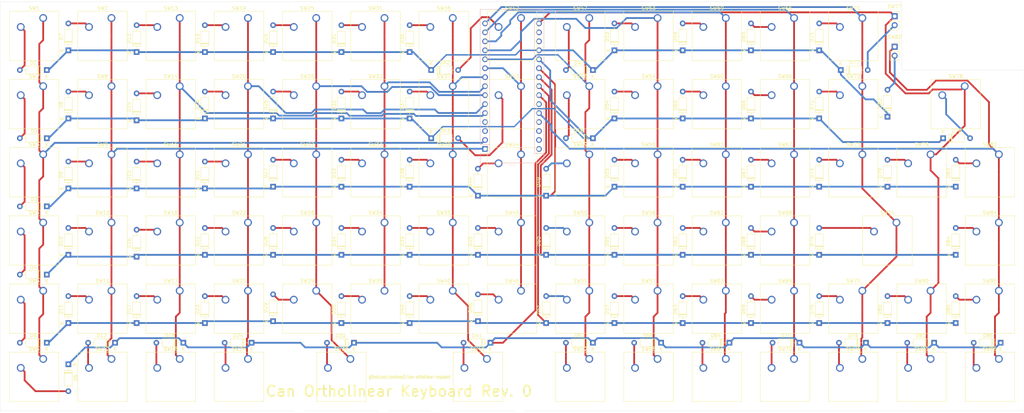
<source format=kicad_pcb>
(kicad_pcb (version 20171130) (host pcbnew "(5.1.6-0-10_14)")
  (title_block (title "Can Ortholinear Keyboard") (rev 0.1))
  (layers (0 F.Cu signal) (31 B.Cu signal) (34 B.Paste user hide) (35 F.Paste user hide) (36 B.SilkS user hide) (37 F.SilkS user hide) (38 B.Mask user) (39 F.Mask user) (44 Edge.Cuts user))
  (net 0 "")
  (net 1 /Col13)
  (net 2 /Col12)
  (net 3 "Net-(A1-Pad30)")
  (net 4 /Col11)
  (net 5 "Net-(A1-Pad29)")
  (net 6 /Col10)
  (net 7 "Net-(A1-Pad28)")
  (net 8 /Col9)
  (net 9 "Net-(A1-Pad27)")
  (net 10 /Col8)
  (net 11 /Col14)
  (net 12 /Col7)
  (net 13 "Net-(A1-Pad25)")
  (net 14 /Col6)
  (net 15 /Row5)
  (net 16 /Col5)
  (net 17 /Row4)
  (net 18 /Col4)
  (net 19 /Row3)
  (net 20 /Col3)
  (net 21 /Row2)
  (net 22 /Col2)
  (net 23 /Row1)
  (net 24 "Net-(A1-Pad4)")
  (net 25 /Row0)
  (net 26 "Net-(A1-Pad3)")
  (net 27 "Net-(A1-Pad18)")
  (net 28 /Col0)
  (net 29 "Net-(A1-Pad17)")
  (net 30 /Col1)
  (net 31 "Net-(D1-Pad2)")
  (net 32 "Net-(D2-Pad2)")
  (net 33 "Net-(D3-Pad2)")
  (net 34 "Net-(D4-Pad2)")
  (net 35 "Net-(D5-Pad2)")
  (net 36 "Net-(D6-Pad2)")
  (net 37 "Net-(D7-Pad2)")
  (net 38 "Net-(D8-Pad2)")
  (net 39 "Net-(D9-Pad2)")
  (net 40 "Net-(D10-Pad2)")
  (net 41 "Net-(D11-Pad2)")
  (net 42 "Net-(D12-Pad2)")
  (net 43 "Net-(D13-Pad2)")
  (net 44 "Net-(D14-Pad2)")
  (net 45 "Net-(D15-Pad2)")
  (net 46 "Net-(D16-Pad2)")
  (net 47 "Net-(D17-Pad2)")
  (net 48 "Net-(D18-Pad2)")
  (net 49 "Net-(D19-Pad2)")
  (net 50 "Net-(D20-Pad2)")
  (net 51 "Net-(D21-Pad2)")
  (net 52 "Net-(D22-Pad2)")
  (net 53 "Net-(D23-Pad2)")
  (net 54 "Net-(D24-Pad2)")
  (net 55 "Net-(D25-Pad2)")
  (net 56 "Net-(D26-Pad2)")
  (net 57 "Net-(D27-Pad2)")
  (net 58 "Net-(D28-Pad2)")
  (net 59 "Net-(D29-Pad2)")
  (net 60 "Net-(D30-Pad2)")
  (net 61 "Net-(D31-Pad2)")
  (net 62 "Net-(D32-Pad2)")
  (net 63 "Net-(D33-Pad2)")
  (net 64 "Net-(D34-Pad2)")
  (net 65 "Net-(D35-Pad2)")
  (net 66 "Net-(D36-Pad2)")
  (net 67 "Net-(D37-Pad2)")
  (net 68 "Net-(D38-Pad2)")
  (net 69 "Net-(D39-Pad2)")
  (net 70 "Net-(D40-Pad2)")
  (net 71 "Net-(D41-Pad2)")
  (net 72 "Net-(D42-Pad2)")
  (net 73 "Net-(D43-Pad2)")
  (net 74 "Net-(D44-Pad2)")
  (net 75 "Net-(D45-Pad2)")
  (net 76 "Net-(D46-Pad2)")
  (net 77 "Net-(D47-Pad2)")
  (net 78 "Net-(D48-Pad2)")
  (net 79 "Net-(D49-Pad2)")
  (net 80 "Net-(D50-Pad2)")
  (net 81 "Net-(D51-Pad2)")
  (net 82 "Net-(D52-Pad2)")
  (net 83 "Net-(D53-Pad2)")
  (net 84 "Net-(D54-Pad2)")
  (net 85 "Net-(D55-Pad2)")
  (net 86 "Net-(D56-Pad2)")
  (net 87 "Net-(D57-Pad2)")
  (net 88 "Net-(D58-Pad2)")
  (net 89 "Net-(D59-Pad2)")
  (net 90 "Net-(D60-Pad2)")
  (net 91 "Net-(D61-Pad2)")
  (net 92 "Net-(D62-Pad2)")
  (net 93 "Net-(D63-Pad2)")
  (net 94 "Net-(D64-Pad2)")
  (net 95 "Net-(D65-Pad2)")
  (net 96 "Net-(D66-Pad2)")
  (net 97 "Net-(D67-Pad2)")
  (net 98 "Net-(D68-Pad2)")
  (net 99 "Net-(D69-Pad2)")
  (net 100 "Net-(D70-Pad2)")
  (net 101 "Net-(D71-Pad2)")
  (net 102 "Net-(D72-Pad2)")
  (net 103 "Net-(D73-Pad2)")
  (net 104 "Net-(D74-Pad2)")
  (net 105 "Net-(D75-Pad2)")
  (net 106 "Net-(D76-Pad2)")
  (net 107 "Net-(D77-Pad2)")
  (net 108 "Net-(D78-Pad2)")
  (net 109 "Net-(D79-Pad2)")
  (net 110 "Net-(D80-Pad2)")
  (net 111 "Net-(D81-Pad2)")
  (net 112 "Net-(D82-Pad2)")
  (net 113 "Net-(D83-Pad2)")
  (net 114 "Net-(D84-Pad2)")
  (net 115 "Net-(D85-Pad2)")
  (net 116 "Net-(D86-Pad2)")
  (module Button_Switch_Keyboard:SW_Cherry_MX_1.00u_PCB (layer F.Cu) (at 167.132 55.372)
    (fp_text reference SW37 (at -2.54 -2.794) (layer F.SilkS))
    (fp_text value SW_Push)
    (pad "" np_thru_hole circle (at 2.54 5.08) (size 1.7 1.7) (drill 1.7) (layers *.Cu *.Mask))
    (pad "" np_thru_hole circle (at -7.62 5.08) (size 1.7 1.7) (drill 1.7) (layers *.Cu *.Mask))
    (pad "" np_thru_hole circle (at -2.54 5.08) (size 4 4) (drill 4) (layers *.Cu *.Mask))
    (pad 2 thru_hole circle (at -6.35 2.54) (size 2.2 2.2) (drill 1.5) (layers *.Cu *.Mask) (net 67 "Net-(D37-Pad2)"))
    (pad 1 thru_hole circle (at 0 0) (size 2.2 2.2) (drill 1.5) (layers *.Cu *.Mask) (net 14 /Col6))
  )
  (module Button_Switch_Keyboard:SW_Cherry_MX_2.00u_PCB (layer F.Cu) (at 292.608 93.98)
    (fp_text reference SW74 (at -2.54 -2.794) (layer F.SilkS))
    (fp_text value SW_Push)
    (pad "" np_thru_hole circle (at 9.36 -1.92) (size 3.05 3.05) (drill 3.05) (layers *.Cu *.Mask))
    (pad "" np_thru_hole circle (at -14.44 -1.92) (size 3.05 3.05) (drill 3.05) (layers *.Cu *.Mask))
    (pad "" np_thru_hole circle (at -14.44 13.32) (size 4 4) (drill 4) (layers *.Cu *.Mask))
    (pad "" np_thru_hole circle (at 9.36 13.32) (size 4 4) (drill 4) (layers *.Cu *.Mask))
    (pad "" np_thru_hole circle (at 2.54 5.08) (size 1.7 1.7) (drill 1.7) (layers *.Cu *.Mask))
    (pad "" np_thru_hole circle (at -7.62 5.08) (size 1.7 1.7) (drill 1.7) (layers *.Cu *.Mask))
    (pad "" np_thru_hole circle (at -2.54 5.08) (size 4 4) (drill 4) (layers *.Cu *.Mask))
    (pad 2 thru_hole circle (at -6.35 2.54) (size 2.2 2.2) (drill 1.5) (layers *.Cu *.Mask) (net 104 "Net-(D74-Pad2)"))
    (pad 1 thru_hole circle (at 0 0) (size 2.2 2.2) (drill 1.5) (layers *.Cu *.Mask) (net 2 /Col12))
  )
  (module Button_Switch_Keyboard:SW_Cherry_MX_1.00u_PCB (layer F.Cu) (at 282.956 74.676)
    (fp_text reference SW73 (at -2.54 -2.794) (layer F.SilkS))
    (fp_text value SW_Push)
    (pad "" np_thru_hole circle (at 2.54 5.08) (size 1.7 1.7) (drill 1.7) (layers *.Cu *.Mask))
    (pad "" np_thru_hole circle (at -7.62 5.08) (size 1.7 1.7) (drill 1.7) (layers *.Cu *.Mask))
    (pad "" np_thru_hole circle (at -2.54 5.08) (size 4 4) (drill 4) (layers *.Cu *.Mask))
    (pad 2 thru_hole circle (at -6.35 2.54) (size 2.2 2.2) (drill 1.5) (layers *.Cu *.Mask) (net 103 "Net-(D73-Pad2)"))
    (pad 1 thru_hole circle (at 0 0) (size 2.2 2.2) (drill 1.5) (layers *.Cu *.Mask) (net 2 /Col12))
  )
  (module Button_Switch_Keyboard:SW_Cherry_MX_1.00u_PCB (layer F.Cu) (at 321.564 132.588)
    (fp_text reference SW86 (at -2.54 -2.794) (layer F.SilkS))
    (fp_text value SW_Push)
    (pad "" np_thru_hole circle (at 2.54 5.08) (size 1.7 1.7) (drill 1.7) (layers *.Cu *.Mask))
    (pad "" np_thru_hole circle (at -7.62 5.08) (size 1.7 1.7) (drill 1.7) (layers *.Cu *.Mask))
    (pad "" np_thru_hole circle (at -2.54 5.08) (size 4 4) (drill 4) (layers *.Cu *.Mask))
    (pad 2 thru_hole circle (at -6.35 2.54) (size 2.2 2.2) (drill 1.5) (layers *.Cu *.Mask) (net 116 "Net-(D86-Pad2)"))
    (pad 1 thru_hole circle (at 0 0) (size 2.2 2.2) (drill 1.5) (layers *.Cu *.Mask) (net 11 /Col14))
  )
  (module Button_Switch_Keyboard:SW_Cherry_MX_1.00u_PCB (layer F.Cu) (at 321.564 113.284)
    (fp_text reference SW85 (at -2.54 -2.794) (layer F.SilkS))
    (fp_text value SW_Push)
    (pad "" np_thru_hole circle (at 2.54 5.08) (size 1.7 1.7) (drill 1.7) (layers *.Cu *.Mask))
    (pad "" np_thru_hole circle (at -7.62 5.08) (size 1.7 1.7) (drill 1.7) (layers *.Cu *.Mask))
    (pad "" np_thru_hole circle (at -2.54 5.08) (size 4 4) (drill 4) (layers *.Cu *.Mask))
    (pad 2 thru_hole circle (at -6.35 2.54) (size 2.2 2.2) (drill 1.5) (layers *.Cu *.Mask) (net 115 "Net-(D85-Pad2)"))
    (pad 1 thru_hole circle (at 0 0) (size 2.2 2.2) (drill 1.5) (layers *.Cu *.Mask) (net 11 /Col14))
  )
  (module Button_Switch_Keyboard:SW_Cherry_MX_1.00u_PCB (layer F.Cu) (at 321.564 93.98)
    (fp_text reference SW84 (at -2.54 -2.794) (layer F.SilkS))
    (fp_text value SW_Push)
    (pad "" np_thru_hole circle (at 2.54 5.08) (size 1.7 1.7) (drill 1.7) (layers *.Cu *.Mask))
    (pad "" np_thru_hole circle (at -7.62 5.08) (size 1.7 1.7) (drill 1.7) (layers *.Cu *.Mask))
    (pad "" np_thru_hole circle (at -2.54 5.08) (size 4 4) (drill 4) (layers *.Cu *.Mask))
    (pad 2 thru_hole circle (at -6.35 2.54) (size 2.2 2.2) (drill 1.5) (layers *.Cu *.Mask) (net 114 "Net-(D84-Pad2)"))
    (pad 1 thru_hole circle (at 0 0) (size 2.2 2.2) (drill 1.5) (layers *.Cu *.Mask) (net 11 /Col14))
  )
  (module Button_Switch_Keyboard:SW_Cherry_MX_1.00u_PCB (layer F.Cu) (at 321.564 74.676)
    (fp_text reference SW83 (at -2.54 -2.794) (layer F.SilkS))
    (fp_text value SW_Push)
    (pad "" np_thru_hole circle (at 2.54 5.08) (size 1.7 1.7) (drill 1.7) (layers *.Cu *.Mask))
    (pad "" np_thru_hole circle (at -7.62 5.08) (size 1.7 1.7) (drill 1.7) (layers *.Cu *.Mask))
    (pad "" np_thru_hole circle (at -2.54 5.08) (size 4 4) (drill 4) (layers *.Cu *.Mask))
    (pad 2 thru_hole circle (at -6.35 2.54) (size 2.2 2.2) (drill 1.5) (layers *.Cu *.Mask) (net 113 "Net-(D83-Pad2)"))
    (pad 1 thru_hole circle (at 0 0) (size 2.2 2.2) (drill 1.5) (layers *.Cu *.Mask) (net 11 /Col14))
  )
  (module Connector_PinSocket_2.54mm:PinSocket_1x02_P2.54mm_Vertical (layer F.Cu) (at 292.1 44.196)
    (fp_text reference SW82 (at 0 -2.77) (layer F.SilkS))
    (fp_text value SW_SPST)
    (pad 2 thru_hole oval (at 0 2.54) (size 1.7 1.7) (drill 1) (layers *.Cu *.Mask) (net 112 "Net-(D82-Pad2)"))
    (pad 1 thru_hole rect (at 0 0) (size 1.7 1.7) (drill 1) (layers *.Cu *.Mask) (net 11 /Col14))
  )
  (module Button_Switch_Keyboard:SW_Cherry_MX_1.00u_PCB (layer F.Cu) (at 302.26 132.588)
    (fp_text reference SW81 (at -2.54 -2.794) (layer F.SilkS))
    (fp_text value SW_Push)
    (pad "" np_thru_hole circle (at 2.54 5.08) (size 1.7 1.7) (drill 1.7) (layers *.Cu *.Mask))
    (pad "" np_thru_hole circle (at -7.62 5.08) (size 1.7 1.7) (drill 1.7) (layers *.Cu *.Mask))
    (pad "" np_thru_hole circle (at -2.54 5.08) (size 4 4) (drill 4) (layers *.Cu *.Mask))
    (pad 2 thru_hole circle (at -6.35 2.54) (size 2.2 2.2) (drill 1.5) (layers *.Cu *.Mask) (net 111 "Net-(D81-Pad2)"))
    (pad 1 thru_hole circle (at 0 0) (size 2.2 2.2) (drill 1.5) (layers *.Cu *.Mask) (net 1 /Col13))
  )
  (module Button_Switch_Keyboard:SW_Cherry_MX_1.00u_PCB (layer F.Cu) (at 302.26 113.284)
    (fp_text reference SW80 (at -2.54 -2.794) (layer F.SilkS))
    (fp_text value SW_Push)
    (pad "" np_thru_hole circle (at 2.54 5.08) (size 1.7 1.7) (drill 1.7) (layers *.Cu *.Mask))
    (pad "" np_thru_hole circle (at -7.62 5.08) (size 1.7 1.7) (drill 1.7) (layers *.Cu *.Mask))
    (pad "" np_thru_hole circle (at -2.54 5.08) (size 4 4) (drill 4) (layers *.Cu *.Mask))
    (pad 2 thru_hole circle (at -6.35 2.54) (size 2.2 2.2) (drill 1.5) (layers *.Cu *.Mask) (net 110 "Net-(D80-Pad2)"))
    (pad 1 thru_hole circle (at 0 0) (size 2.2 2.2) (drill 1.5) (layers *.Cu *.Mask) (net 1 /Col13))
  )
  (module Button_Switch_Keyboard:SW_Cherry_MX_1.00u_PCB (layer F.Cu) (at 302.26 74.676)
    (fp_text reference SW79 (at -2.54 -2.794) (layer F.SilkS))
    (fp_text value SW_Push)
    (pad "" np_thru_hole circle (at 2.54 5.08) (size 1.7 1.7) (drill 1.7) (layers *.Cu *.Mask))
    (pad "" np_thru_hole circle (at -7.62 5.08) (size 1.7 1.7) (drill 1.7) (layers *.Cu *.Mask))
    (pad "" np_thru_hole circle (at -2.54 5.08) (size 4 4) (drill 4) (layers *.Cu *.Mask))
    (pad 2 thru_hole circle (at -6.35 2.54) (size 2.2 2.2) (drill 1.5) (layers *.Cu *.Mask) (net 109 "Net-(D79-Pad2)"))
    (pad 1 thru_hole circle (at 0 0) (size 2.2 2.2) (drill 1.5) (layers *.Cu *.Mask) (net 1 /Col13))
  )
  (module Button_Switch_Keyboard:SW_Cherry_MX_2.00u_PCB (layer F.Cu) (at 311.912 55.372)
    (fp_text reference SW78 (at -2.54 -2.794) (layer F.SilkS))
    (fp_text value SW_Push)
    (pad "" np_thru_hole circle (at 9.36 -1.92) (size 3.05 3.05) (drill 3.05) (layers *.Cu *.Mask))
    (pad "" np_thru_hole circle (at -14.44 -1.92) (size 3.05 3.05) (drill 3.05) (layers *.Cu *.Mask))
    (pad "" np_thru_hole circle (at -14.44 13.32) (size 4 4) (drill 4) (layers *.Cu *.Mask))
    (pad "" np_thru_hole circle (at 9.36 13.32) (size 4 4) (drill 4) (layers *.Cu *.Mask))
    (pad "" np_thru_hole circle (at 2.54 5.08) (size 1.7 1.7) (drill 1.7) (layers *.Cu *.Mask))
    (pad "" np_thru_hole circle (at -7.62 5.08) (size 1.7 1.7) (drill 1.7) (layers *.Cu *.Mask))
    (pad "" np_thru_hole circle (at -2.54 5.08) (size 4 4) (drill 4) (layers *.Cu *.Mask))
    (pad 2 thru_hole circle (at -6.35 2.54) (size 2.2 2.2) (drill 1.5) (layers *.Cu *.Mask) (net 108 "Net-(D78-Pad2)"))
    (pad 1 thru_hole circle (at 0 0) (size 2.2 2.2) (drill 1.5) (layers *.Cu *.Mask) (net 1 /Col13))
  )
  (module Connector_PinSocket_2.54mm:PinSocket_1x02_P2.54mm_Vertical (layer F.Cu) (at 292.1 35.56)
    (fp_text reference SW77 (at 0 -2.77) (layer F.SilkS))
    (fp_text value SW_SPST)
    (pad 2 thru_hole oval (at 0 2.54) (size 1.7 1.7) (drill 1) (layers *.Cu *.Mask) (net 107 "Net-(D77-Pad2)"))
    (pad 1 thru_hole rect (at 0 0) (size 1.7 1.7) (drill 1) (layers *.Cu *.Mask) (net 1 /Col13))
  )
  (module Button_Switch_Keyboard:SW_Cherry_MX_1.00u_PCB (layer F.Cu) (at 282.956 132.588)
    (fp_text reference SW76 (at -2.54 -2.794) (layer F.SilkS))
    (fp_text value SW_Push)
    (pad "" np_thru_hole circle (at 2.54 5.08) (size 1.7 1.7) (drill 1.7) (layers *.Cu *.Mask))
    (pad "" np_thru_hole circle (at -7.62 5.08) (size 1.7 1.7) (drill 1.7) (layers *.Cu *.Mask))
    (pad "" np_thru_hole circle (at -2.54 5.08) (size 4 4) (drill 4) (layers *.Cu *.Mask))
    (pad 2 thru_hole circle (at -6.35 2.54) (size 2.2 2.2) (drill 1.5) (layers *.Cu *.Mask) (net 106 "Net-(D76-Pad2)"))
    (pad 1 thru_hole circle (at 0 0) (size 2.2 2.2) (drill 1.5) (layers *.Cu *.Mask) (net 2 /Col12))
  )
  (module Button_Switch_Keyboard:SW_Cherry_MX_1.00u_PCB (layer F.Cu) (at 282.956 113.284)
    (fp_text reference SW75 (at -2.54 -2.794) (layer F.SilkS))
    (fp_text value SW_Push)
    (pad "" np_thru_hole circle (at 2.54 5.08) (size 1.7 1.7) (drill 1.7) (layers *.Cu *.Mask))
    (pad "" np_thru_hole circle (at -7.62 5.08) (size 1.7 1.7) (drill 1.7) (layers *.Cu *.Mask))
    (pad "" np_thru_hole circle (at -2.54 5.08) (size 4 4) (drill 4) (layers *.Cu *.Mask))
    (pad 2 thru_hole circle (at -6.35 2.54) (size 2.2 2.2) (drill 1.5) (layers *.Cu *.Mask) (net 105 "Net-(D75-Pad2)"))
    (pad 1 thru_hole circle (at 0 0) (size 2.2 2.2) (drill 1.5) (layers *.Cu *.Mask) (net 2 /Col12))
  )
  (module Button_Switch_Keyboard:SW_Cherry_MX_1.00u_PCB (layer F.Cu) (at 282.956 55.372)
    (fp_text reference SW72 (at -2.54 -2.794) (layer F.SilkS))
    (fp_text value SW_Push)
    (pad "" np_thru_hole circle (at 2.54 5.08) (size 1.7 1.7) (drill 1.7) (layers *.Cu *.Mask))
    (pad "" np_thru_hole circle (at -7.62 5.08) (size 1.7 1.7) (drill 1.7) (layers *.Cu *.Mask))
    (pad "" np_thru_hole circle (at -2.54 5.08) (size 4 4) (drill 4) (layers *.Cu *.Mask))
    (pad 2 thru_hole circle (at -6.35 2.54) (size 2.2 2.2) (drill 1.5) (layers *.Cu *.Mask) (net 102 "Net-(D72-Pad2)"))
    (pad 1 thru_hole circle (at 0 0) (size 2.2 2.2) (drill 1.5) (layers *.Cu *.Mask) (net 2 /Col12))
  )
  (module Button_Switch_Keyboard:SW_Cherry_MX_1.00u_PCB (layer F.Cu) (at 282.956 36.068)
    (fp_text reference SW71 (at -2.54 -2.794) (layer F.SilkS))
    (fp_text value SW_Push)
    (pad "" np_thru_hole circle (at 2.54 5.08) (size 1.7 1.7) (drill 1.7) (layers *.Cu *.Mask))
    (pad "" np_thru_hole circle (at -7.62 5.08) (size 1.7 1.7) (drill 1.7) (layers *.Cu *.Mask))
    (pad "" np_thru_hole circle (at -2.54 5.08) (size 4 4) (drill 4) (layers *.Cu *.Mask))
    (pad 2 thru_hole circle (at -6.35 2.54) (size 2.2 2.2) (drill 1.5) (layers *.Cu *.Mask) (net 101 "Net-(D71-Pad2)"))
    (pad 1 thru_hole circle (at 0 0) (size 2.2 2.2) (drill 1.5) (layers *.Cu *.Mask) (net 2 /Col12))
  )
  (module Button_Switch_Keyboard:SW_Cherry_MX_1.00u_PCB (layer F.Cu) (at 263.652 132.588)
    (fp_text reference SW70 (at -2.54 -2.794) (layer F.SilkS))
    (fp_text value SW_Push)
    (pad "" np_thru_hole circle (at 2.54 5.08) (size 1.7 1.7) (drill 1.7) (layers *.Cu *.Mask))
    (pad "" np_thru_hole circle (at -7.62 5.08) (size 1.7 1.7) (drill 1.7) (layers *.Cu *.Mask))
    (pad "" np_thru_hole circle (at -2.54 5.08) (size 4 4) (drill 4) (layers *.Cu *.Mask))
    (pad 2 thru_hole circle (at -6.35 2.54) (size 2.2 2.2) (drill 1.5) (layers *.Cu *.Mask) (net 100 "Net-(D70-Pad2)"))
    (pad 1 thru_hole circle (at 0 0) (size 2.2 2.2) (drill 1.5) (layers *.Cu *.Mask) (net 4 /Col11))
  )
  (module Button_Switch_Keyboard:SW_Cherry_MX_1.00u_PCB (layer F.Cu) (at 263.652 113.284)
    (fp_text reference SW69 (at -2.54 -2.794) (layer F.SilkS))
    (fp_text value SW_Push)
    (pad "" np_thru_hole circle (at 2.54 5.08) (size 1.7 1.7) (drill 1.7) (layers *.Cu *.Mask))
    (pad "" np_thru_hole circle (at -7.62 5.08) (size 1.7 1.7) (drill 1.7) (layers *.Cu *.Mask))
    (pad "" np_thru_hole circle (at -2.54 5.08) (size 4 4) (drill 4) (layers *.Cu *.Mask))
    (pad 2 thru_hole circle (at -6.35 2.54) (size 2.2 2.2) (drill 1.5) (layers *.Cu *.Mask) (net 99 "Net-(D69-Pad2)"))
    (pad 1 thru_hole circle (at 0 0) (size 2.2 2.2) (drill 1.5) (layers *.Cu *.Mask) (net 4 /Col11))
  )
  (module Button_Switch_Keyboard:SW_Cherry_MX_1.00u_PCB (layer F.Cu) (at 263.652 93.98)
    (fp_text reference SW68 (at -2.54 -2.794) (layer F.SilkS))
    (fp_text value SW_Push)
    (pad "" np_thru_hole circle (at 2.54 5.08) (size 1.7 1.7) (drill 1.7) (layers *.Cu *.Mask))
    (pad "" np_thru_hole circle (at -7.62 5.08) (size 1.7 1.7) (drill 1.7) (layers *.Cu *.Mask))
    (pad "" np_thru_hole circle (at -2.54 5.08) (size 4 4) (drill 4) (layers *.Cu *.Mask))
    (pad 2 thru_hole circle (at -6.35 2.54) (size 2.2 2.2) (drill 1.5) (layers *.Cu *.Mask) (net 98 "Net-(D68-Pad2)"))
    (pad 1 thru_hole circle (at 0 0) (size 2.2 2.2) (drill 1.5) (layers *.Cu *.Mask) (net 4 /Col11))
  )
  (module Button_Switch_Keyboard:SW_Cherry_MX_1.00u_PCB (layer F.Cu) (at 263.652 74.676)
    (fp_text reference SW67 (at -2.54 -2.794) (layer F.SilkS))
    (fp_text value SW_Push)
    (pad "" np_thru_hole circle (at 2.54 5.08) (size 1.7 1.7) (drill 1.7) (layers *.Cu *.Mask))
    (pad "" np_thru_hole circle (at -7.62 5.08) (size 1.7 1.7) (drill 1.7) (layers *.Cu *.Mask))
    (pad "" np_thru_hole circle (at -2.54 5.08) (size 4 4) (drill 4) (layers *.Cu *.Mask))
    (pad 2 thru_hole circle (at -6.35 2.54) (size 2.2 2.2) (drill 1.5) (layers *.Cu *.Mask) (net 97 "Net-(D67-Pad2)"))
    (pad 1 thru_hole circle (at 0 0) (size 2.2 2.2) (drill 1.5) (layers *.Cu *.Mask) (net 4 /Col11))
  )
  (module Button_Switch_Keyboard:SW_Cherry_MX_1.00u_PCB (layer F.Cu) (at 263.652 55.372)
    (fp_text reference SW66 (at -2.54 -2.794) (layer F.SilkS))
    (fp_text value SW_Push)
    (pad "" np_thru_hole circle (at 2.54 5.08) (size 1.7 1.7) (drill 1.7) (layers *.Cu *.Mask))
    (pad "" np_thru_hole circle (at -7.62 5.08) (size 1.7 1.7) (drill 1.7) (layers *.Cu *.Mask))
    (pad "" np_thru_hole circle (at -2.54 5.08) (size 4 4) (drill 4) (layers *.Cu *.Mask))
    (pad 2 thru_hole circle (at -6.35 2.54) (size 2.2 2.2) (drill 1.5) (layers *.Cu *.Mask) (net 96 "Net-(D66-Pad2)"))
    (pad 1 thru_hole circle (at 0 0) (size 2.2 2.2) (drill 1.5) (layers *.Cu *.Mask) (net 4 /Col11))
  )
  (module Button_Switch_Keyboard:SW_Cherry_MX_1.00u_PCB (layer F.Cu) (at 263.652 36.068)
    (fp_text reference SW65 (at -2.54 -2.794) (layer F.SilkS))
    (fp_text value SW_Push)
    (pad "" np_thru_hole circle (at 2.54 5.08) (size 1.7 1.7) (drill 1.7) (layers *.Cu *.Mask))
    (pad "" np_thru_hole circle (at -7.62 5.08) (size 1.7 1.7) (drill 1.7) (layers *.Cu *.Mask))
    (pad "" np_thru_hole circle (at -2.54 5.08) (size 4 4) (drill 4) (layers *.Cu *.Mask))
    (pad 2 thru_hole circle (at -6.35 2.54) (size 2.2 2.2) (drill 1.5) (layers *.Cu *.Mask) (net 95 "Net-(D65-Pad2)"))
    (pad 1 thru_hole circle (at 0 0) (size 2.2 2.2) (drill 1.5) (layers *.Cu *.Mask) (net 4 /Col11))
  )
  (module Button_Switch_Keyboard:SW_Cherry_MX_1.00u_PCB (layer F.Cu) (at 244.348 132.588)
    (fp_text reference SW64 (at -2.54 -2.794) (layer F.SilkS))
    (fp_text value SW_Push)
    (pad "" np_thru_hole circle (at 2.54 5.08) (size 1.7 1.7) (drill 1.7) (layers *.Cu *.Mask))
    (pad "" np_thru_hole circle (at -7.62 5.08) (size 1.7 1.7) (drill 1.7) (layers *.Cu *.Mask))
    (pad "" np_thru_hole circle (at -2.54 5.08) (size 4 4) (drill 4) (layers *.Cu *.Mask))
    (pad 2 thru_hole circle (at -6.35 2.54) (size 2.2 2.2) (drill 1.5) (layers *.Cu *.Mask) (net 94 "Net-(D64-Pad2)"))
    (pad 1 thru_hole circle (at 0 0) (size 2.2 2.2) (drill 1.5) (layers *.Cu *.Mask) (net 6 /Col10))
  )
  (module Button_Switch_Keyboard:SW_Cherry_MX_1.00u_PCB (layer F.Cu) (at 244.348 113.284)
    (fp_text reference SW63 (at -2.54 -2.794) (layer F.SilkS))
    (fp_text value SW_Push)
    (pad "" np_thru_hole circle (at 2.54 5.08) (size 1.7 1.7) (drill 1.7) (layers *.Cu *.Mask))
    (pad "" np_thru_hole circle (at -7.62 5.08) (size 1.7 1.7) (drill 1.7) (layers *.Cu *.Mask))
    (pad "" np_thru_hole circle (at -2.54 5.08) (size 4 4) (drill 4) (layers *.Cu *.Mask))
    (pad 2 thru_hole circle (at -6.35 2.54) (size 2.2 2.2) (drill 1.5) (layers *.Cu *.Mask) (net 93 "Net-(D63-Pad2)"))
    (pad 1 thru_hole circle (at 0 0) (size 2.2 2.2) (drill 1.5) (layers *.Cu *.Mask) (net 6 /Col10))
  )
  (module Button_Switch_Keyboard:SW_Cherry_MX_1.00u_PCB (layer F.Cu) (at 244.348 93.98)
    (fp_text reference SW62 (at -2.54 -2.794) (layer F.SilkS))
    (fp_text value SW_Push)
    (pad "" np_thru_hole circle (at 2.54 5.08) (size 1.7 1.7) (drill 1.7) (layers *.Cu *.Mask))
    (pad "" np_thru_hole circle (at -7.62 5.08) (size 1.7 1.7) (drill 1.7) (layers *.Cu *.Mask))
    (pad "" np_thru_hole circle (at -2.54 5.08) (size 4 4) (drill 4) (layers *.Cu *.Mask))
    (pad 2 thru_hole circle (at -6.35 2.54) (size 2.2 2.2) (drill 1.5) (layers *.Cu *.Mask) (net 92 "Net-(D62-Pad2)"))
    (pad 1 thru_hole circle (at 0 0) (size 2.2 2.2) (drill 1.5) (layers *.Cu *.Mask) (net 6 /Col10))
  )
  (module Button_Switch_Keyboard:SW_Cherry_MX_1.00u_PCB (layer F.Cu) (at 244.348 74.676)
    (fp_text reference SW61 (at -2.54 -2.794) (layer F.SilkS))
    (fp_text value SW_Push)
    (pad "" np_thru_hole circle (at 2.54 5.08) (size 1.7 1.7) (drill 1.7) (layers *.Cu *.Mask))
    (pad "" np_thru_hole circle (at -7.62 5.08) (size 1.7 1.7) (drill 1.7) (layers *.Cu *.Mask))
    (pad "" np_thru_hole circle (at -2.54 5.08) (size 4 4) (drill 4) (layers *.Cu *.Mask))
    (pad 2 thru_hole circle (at -6.35 2.54) (size 2.2 2.2) (drill 1.5) (layers *.Cu *.Mask) (net 91 "Net-(D61-Pad2)"))
    (pad 1 thru_hole circle (at 0 0) (size 2.2 2.2) (drill 1.5) (layers *.Cu *.Mask) (net 6 /Col10))
  )
  (module Button_Switch_Keyboard:SW_Cherry_MX_1.00u_PCB (layer F.Cu) (at 244.348 55.372)
    (fp_text reference SW60 (at -2.54 -2.794) (layer F.SilkS))
    (fp_text value SW_Push)
    (pad "" np_thru_hole circle (at 2.54 5.08) (size 1.7 1.7) (drill 1.7) (layers *.Cu *.Mask))
    (pad "" np_thru_hole circle (at -7.62 5.08) (size 1.7 1.7) (drill 1.7) (layers *.Cu *.Mask))
    (pad "" np_thru_hole circle (at -2.54 5.08) (size 4 4) (drill 4) (layers *.Cu *.Mask))
    (pad 2 thru_hole circle (at -6.35 2.54) (size 2.2 2.2) (drill 1.5) (layers *.Cu *.Mask) (net 90 "Net-(D60-Pad2)"))
    (pad 1 thru_hole circle (at 0 0) (size 2.2 2.2) (drill 1.5) (layers *.Cu *.Mask) (net 6 /Col10))
  )
  (module Button_Switch_Keyboard:SW_Cherry_MX_1.00u_PCB (layer F.Cu) (at 244.348 36.068)
    (fp_text reference SW59 (at -2.54 -2.794) (layer F.SilkS))
    (fp_text value SW_Push)
    (pad "" np_thru_hole circle (at 2.54 5.08) (size 1.7 1.7) (drill 1.7) (layers *.Cu *.Mask))
    (pad "" np_thru_hole circle (at -7.62 5.08) (size 1.7 1.7) (drill 1.7) (layers *.Cu *.Mask))
    (pad "" np_thru_hole circle (at -2.54 5.08) (size 4 4) (drill 4) (layers *.Cu *.Mask))
    (pad 2 thru_hole circle (at -6.35 2.54) (size 2.2 2.2) (drill 1.5) (layers *.Cu *.Mask) (net 89 "Net-(D59-Pad2)"))
    (pad 1 thru_hole circle (at 0 0) (size 2.2 2.2) (drill 1.5) (layers *.Cu *.Mask) (net 6 /Col10))
  )
  (module Button_Switch_Keyboard:SW_Cherry_MX_1.00u_PCB (layer F.Cu) (at 225.044 132.588)
    (fp_text reference SW58 (at -2.54 -2.794) (layer F.SilkS))
    (fp_text value SW_Push)
    (pad "" np_thru_hole circle (at 2.54 5.08) (size 1.7 1.7) (drill 1.7) (layers *.Cu *.Mask))
    (pad "" np_thru_hole circle (at -7.62 5.08) (size 1.7 1.7) (drill 1.7) (layers *.Cu *.Mask))
    (pad "" np_thru_hole circle (at -2.54 5.08) (size 4 4) (drill 4) (layers *.Cu *.Mask))
    (pad 2 thru_hole circle (at -6.35 2.54) (size 2.2 2.2) (drill 1.5) (layers *.Cu *.Mask) (net 88 "Net-(D58-Pad2)"))
    (pad 1 thru_hole circle (at 0 0) (size 2.2 2.2) (drill 1.5) (layers *.Cu *.Mask) (net 8 /Col9))
  )
  (module Button_Switch_Keyboard:SW_Cherry_MX_1.00u_PCB (layer F.Cu) (at 225.044 113.284)
    (fp_text reference SW57 (at -2.54 -2.794) (layer F.SilkS))
    (fp_text value SW_Push)
    (pad "" np_thru_hole circle (at 2.54 5.08) (size 1.7 1.7) (drill 1.7) (layers *.Cu *.Mask))
    (pad "" np_thru_hole circle (at -7.62 5.08) (size 1.7 1.7) (drill 1.7) (layers *.Cu *.Mask))
    (pad "" np_thru_hole circle (at -2.54 5.08) (size 4 4) (drill 4) (layers *.Cu *.Mask))
    (pad 2 thru_hole circle (at -6.35 2.54) (size 2.2 2.2) (drill 1.5) (layers *.Cu *.Mask) (net 87 "Net-(D57-Pad2)"))
    (pad 1 thru_hole circle (at 0 0) (size 2.2 2.2) (drill 1.5) (layers *.Cu *.Mask) (net 8 /Col9))
  )
  (module Button_Switch_Keyboard:SW_Cherry_MX_1.00u_PCB (layer F.Cu) (at 225.044 93.98)
    (fp_text reference SW56 (at -2.54 -2.794) (layer F.SilkS))
    (fp_text value SW_Push)
    (pad "" np_thru_hole circle (at 2.54 5.08) (size 1.7 1.7) (drill 1.7) (layers *.Cu *.Mask))
    (pad "" np_thru_hole circle (at -7.62 5.08) (size 1.7 1.7) (drill 1.7) (layers *.Cu *.Mask))
    (pad "" np_thru_hole circle (at -2.54 5.08) (size 4 4) (drill 4) (layers *.Cu *.Mask))
    (pad 2 thru_hole circle (at -6.35 2.54) (size 2.2 2.2) (drill 1.5) (layers *.Cu *.Mask) (net 86 "Net-(D56-Pad2)"))
    (pad 1 thru_hole circle (at 0 0) (size 2.2 2.2) (drill 1.5) (layers *.Cu *.Mask) (net 8 /Col9))
  )
  (module Button_Switch_Keyboard:SW_Cherry_MX_1.00u_PCB (layer F.Cu) (at 225.044 74.676)
    (fp_text reference SW55 (at -2.54 -2.794) (layer F.SilkS))
    (fp_text value SW_Push)
    (pad "" np_thru_hole circle (at 2.54 5.08) (size 1.7 1.7) (drill 1.7) (layers *.Cu *.Mask))
    (pad "" np_thru_hole circle (at -7.62 5.08) (size 1.7 1.7) (drill 1.7) (layers *.Cu *.Mask))
    (pad "" np_thru_hole circle (at -2.54 5.08) (size 4 4) (drill 4) (layers *.Cu *.Mask))
    (pad 2 thru_hole circle (at -6.35 2.54) (size 2.2 2.2) (drill 1.5) (layers *.Cu *.Mask) (net 85 "Net-(D55-Pad2)"))
    (pad 1 thru_hole circle (at 0 0) (size 2.2 2.2) (drill 1.5) (layers *.Cu *.Mask) (net 8 /Col9))
  )
  (module Button_Switch_Keyboard:SW_Cherry_MX_1.00u_PCB (layer F.Cu) (at 225.044 55.372)
    (fp_text reference SW54 (at -2.54 -2.794) (layer F.SilkS))
    (fp_text value SW_Push)
    (pad "" np_thru_hole circle (at 2.54 5.08) (size 1.7 1.7) (drill 1.7) (layers *.Cu *.Mask))
    (pad "" np_thru_hole circle (at -7.62 5.08) (size 1.7 1.7) (drill 1.7) (layers *.Cu *.Mask))
    (pad "" np_thru_hole circle (at -2.54 5.08) (size 4 4) (drill 4) (layers *.Cu *.Mask))
    (pad 2 thru_hole circle (at -6.35 2.54) (size 2.2 2.2) (drill 1.5) (layers *.Cu *.Mask) (net 84 "Net-(D54-Pad2)"))
    (pad 1 thru_hole circle (at 0 0) (size 2.2 2.2) (drill 1.5) (layers *.Cu *.Mask) (net 8 /Col9))
  )
  (module Button_Switch_Keyboard:SW_Cherry_MX_1.00u_PCB (layer F.Cu) (at 225.044 36.068)
    (fp_text reference SW53 (at -2.54 -2.794) (layer F.SilkS))
    (fp_text value SW_Push)
    (pad "" np_thru_hole circle (at 2.54 5.08) (size 1.7 1.7) (drill 1.7) (layers *.Cu *.Mask))
    (pad "" np_thru_hole circle (at -7.62 5.08) (size 1.7 1.7) (drill 1.7) (layers *.Cu *.Mask))
    (pad "" np_thru_hole circle (at -2.54 5.08) (size 4 4) (drill 4) (layers *.Cu *.Mask))
    (pad 2 thru_hole circle (at -6.35 2.54) (size 2.2 2.2) (drill 1.5) (layers *.Cu *.Mask) (net 83 "Net-(D53-Pad2)"))
    (pad 1 thru_hole circle (at 0 0) (size 2.2 2.2) (drill 1.5) (layers *.Cu *.Mask) (net 8 /Col9))
  )
  (module Button_Switch_Keyboard:SW_Cherry_MX_1.00u_PCB (layer F.Cu) (at 205.74 132.588)
    (fp_text reference SW52 (at -2.54 -2.794) (layer F.SilkS))
    (fp_text value SW_Push)
    (pad "" np_thru_hole circle (at 2.54 5.08) (size 1.7 1.7) (drill 1.7) (layers *.Cu *.Mask))
    (pad "" np_thru_hole circle (at -7.62 5.08) (size 1.7 1.7) (drill 1.7) (layers *.Cu *.Mask))
    (pad "" np_thru_hole circle (at -2.54 5.08) (size 4 4) (drill 4) (layers *.Cu *.Mask))
    (pad 2 thru_hole circle (at -6.35 2.54) (size 2.2 2.2) (drill 1.5) (layers *.Cu *.Mask) (net 82 "Net-(D52-Pad2)"))
    (pad 1 thru_hole circle (at 0 0) (size 2.2 2.2) (drill 1.5) (layers *.Cu *.Mask) (net 10 /Col8))
  )
  (module Button_Switch_Keyboard:SW_Cherry_MX_1.00u_PCB (layer F.Cu) (at 205.74 113.284)
    (fp_text reference SW51 (at -2.54 -2.794) (layer F.SilkS))
    (fp_text value SW_Push)
    (pad "" np_thru_hole circle (at 2.54 5.08) (size 1.7 1.7) (drill 1.7) (layers *.Cu *.Mask))
    (pad "" np_thru_hole circle (at -7.62 5.08) (size 1.7 1.7) (drill 1.7) (layers *.Cu *.Mask))
    (pad "" np_thru_hole circle (at -2.54 5.08) (size 4 4) (drill 4) (layers *.Cu *.Mask))
    (pad 2 thru_hole circle (at -6.35 2.54) (size 2.2 2.2) (drill 1.5) (layers *.Cu *.Mask) (net 81 "Net-(D51-Pad2)"))
    (pad 1 thru_hole circle (at 0 0) (size 2.2 2.2) (drill 1.5) (layers *.Cu *.Mask) (net 10 /Col8))
  )
  (module Button_Switch_Keyboard:SW_Cherry_MX_1.00u_PCB (layer F.Cu) (at 205.74 93.98)
    (fp_text reference SW50 (at -2.54 -2.794) (layer F.SilkS))
    (fp_text value SW_Push)
    (pad "" np_thru_hole circle (at 2.54 5.08) (size 1.7 1.7) (drill 1.7) (layers *.Cu *.Mask))
    (pad "" np_thru_hole circle (at -7.62 5.08) (size 1.7 1.7) (drill 1.7) (layers *.Cu *.Mask))
    (pad "" np_thru_hole circle (at -2.54 5.08) (size 4 4) (drill 4) (layers *.Cu *.Mask))
    (pad 2 thru_hole circle (at -6.35 2.54) (size 2.2 2.2) (drill 1.5) (layers *.Cu *.Mask) (net 80 "Net-(D50-Pad2)"))
    (pad 1 thru_hole circle (at 0 0) (size 2.2 2.2) (drill 1.5) (layers *.Cu *.Mask) (net 10 /Col8))
  )
  (module Button_Switch_Keyboard:SW_Cherry_MX_1.00u_PCB (layer F.Cu) (at 205.74 74.676)
    (fp_text reference SW49 (at -2.54 -2.794) (layer F.SilkS))
    (fp_text value SW_Push)
    (pad "" np_thru_hole circle (at 2.54 5.08) (size 1.7 1.7) (drill 1.7) (layers *.Cu *.Mask))
    (pad "" np_thru_hole circle (at -7.62 5.08) (size 1.7 1.7) (drill 1.7) (layers *.Cu *.Mask))
    (pad "" np_thru_hole circle (at -2.54 5.08) (size 4 4) (drill 4) (layers *.Cu *.Mask))
    (pad 2 thru_hole circle (at -6.35 2.54) (size 2.2 2.2) (drill 1.5) (layers *.Cu *.Mask) (net 79 "Net-(D49-Pad2)"))
    (pad 1 thru_hole circle (at 0 0) (size 2.2 2.2) (drill 1.5) (layers *.Cu *.Mask) (net 10 /Col8))
  )
  (module Button_Switch_Keyboard:SW_Cherry_MX_1.00u_PCB (layer F.Cu) (at 205.74 55.372)
    (fp_text reference SW48 (at -2.54 -2.794) (layer F.SilkS))
    (fp_text value SW_Push)
    (pad "" np_thru_hole circle (at 2.54 5.08) (size 1.7 1.7) (drill 1.7) (layers *.Cu *.Mask))
    (pad "" np_thru_hole circle (at -7.62 5.08) (size 1.7 1.7) (drill 1.7) (layers *.Cu *.Mask))
    (pad "" np_thru_hole circle (at -2.54 5.08) (size 4 4) (drill 4) (layers *.Cu *.Mask))
    (pad 2 thru_hole circle (at -6.35 2.54) (size 2.2 2.2) (drill 1.5) (layers *.Cu *.Mask) (net 78 "Net-(D48-Pad2)"))
    (pad 1 thru_hole circle (at 0 0) (size 2.2 2.2) (drill 1.5) (layers *.Cu *.Mask) (net 10 /Col8))
  )
  (module Button_Switch_Keyboard:SW_Cherry_MX_1.00u_PCB (layer F.Cu) (at 205.74 36.068)
    (fp_text reference SW47 (at -2.54 -2.794) (layer F.SilkS))
    (fp_text value SW_Push)
    (pad "" np_thru_hole circle (at 2.54 5.08) (size 1.7 1.7) (drill 1.7) (layers *.Cu *.Mask))
    (pad "" np_thru_hole circle (at -7.62 5.08) (size 1.7 1.7) (drill 1.7) (layers *.Cu *.Mask))
    (pad "" np_thru_hole circle (at -2.54 5.08) (size 4 4) (drill 4) (layers *.Cu *.Mask))
    (pad 2 thru_hole circle (at -6.35 2.54) (size 2.2 2.2) (drill 1.5) (layers *.Cu *.Mask) (net 77 "Net-(D47-Pad2)"))
    (pad 1 thru_hole circle (at 0 0) (size 2.2 2.2) (drill 1.5) (layers *.Cu *.Mask) (net 10 /Col8))
  )
  (module Button_Switch_Keyboard:SW_Cherry_MX_1.00u_PCB (layer F.Cu) (at 186.436 113.284)
    (fp_text reference SW46 (at -2.54 -2.794) (layer F.SilkS))
    (fp_text value SW_Push)
    (pad "" np_thru_hole circle (at 2.54 5.08) (size 1.7 1.7) (drill 1.7) (layers *.Cu *.Mask))
    (pad "" np_thru_hole circle (at -7.62 5.08) (size 1.7 1.7) (drill 1.7) (layers *.Cu *.Mask))
    (pad "" np_thru_hole circle (at -2.54 5.08) (size 4 4) (drill 4) (layers *.Cu *.Mask))
    (pad 2 thru_hole circle (at -6.35 2.54) (size 2.2 2.2) (drill 1.5) (layers *.Cu *.Mask) (net 76 "Net-(D46-Pad2)"))
    (pad 1 thru_hole circle (at 0 0) (size 2.2 2.2) (drill 1.5) (layers *.Cu *.Mask) (net 12 /Col7))
  )
  (module Button_Switch_Keyboard:SW_Cherry_MX_1.00u_PCB (layer F.Cu) (at 186.436 93.98)
    (fp_text reference SW45 (at -2.54 -2.794) (layer F.SilkS))
    (fp_text value SW_Push)
    (pad "" np_thru_hole circle (at 2.54 5.08) (size 1.7 1.7) (drill 1.7) (layers *.Cu *.Mask))
    (pad "" np_thru_hole circle (at -7.62 5.08) (size 1.7 1.7) (drill 1.7) (layers *.Cu *.Mask))
    (pad "" np_thru_hole circle (at -2.54 5.08) (size 4 4) (drill 4) (layers *.Cu *.Mask))
    (pad 2 thru_hole circle (at -6.35 2.54) (size 2.2 2.2) (drill 1.5) (layers *.Cu *.Mask) (net 75 "Net-(D45-Pad2)"))
    (pad 1 thru_hole circle (at 0 0) (size 2.2 2.2) (drill 1.5) (layers *.Cu *.Mask) (net 12 /Col7))
  )
  (module Button_Switch_Keyboard:SW_Cherry_MX_1.00u_PCB (layer F.Cu) (at 186.436 74.676)
    (fp_text reference SW44 (at -2.54 -2.794) (layer F.SilkS))
    (fp_text value SW_Push)
    (pad "" np_thru_hole circle (at 2.54 5.08) (size 1.7 1.7) (drill 1.7) (layers *.Cu *.Mask))
    (pad "" np_thru_hole circle (at -7.62 5.08) (size 1.7 1.7) (drill 1.7) (layers *.Cu *.Mask))
    (pad "" np_thru_hole circle (at -2.54 5.08) (size 4 4) (drill 4) (layers *.Cu *.Mask))
    (pad 2 thru_hole circle (at -6.35 2.54) (size 2.2 2.2) (drill 1.5) (layers *.Cu *.Mask) (net 74 "Net-(D44-Pad2)"))
    (pad 1 thru_hole circle (at 0 0) (size 2.2 2.2) (drill 1.5) (layers *.Cu *.Mask) (net 12 /Col7))
  )
  (module Button_Switch_Keyboard:SW_Cherry_MX_1.00u_PCB (layer F.Cu) (at 186.436 55.372)
    (fp_text reference SW43 (at -2.54 -2.794) (layer F.SilkS))
    (fp_text value SW_Push)
    (pad "" np_thru_hole circle (at 2.54 5.08) (size 1.7 1.7) (drill 1.7) (layers *.Cu *.Mask))
    (pad "" np_thru_hole circle (at -7.62 5.08) (size 1.7 1.7) (drill 1.7) (layers *.Cu *.Mask))
    (pad "" np_thru_hole circle (at -2.54 5.08) (size 4 4) (drill 4) (layers *.Cu *.Mask))
    (pad 2 thru_hole circle (at -6.35 2.54) (size 2.2 2.2) (drill 1.5) (layers *.Cu *.Mask) (net 73 "Net-(D43-Pad2)"))
    (pad 1 thru_hole circle (at 0 0) (size 2.2 2.2) (drill 1.5) (layers *.Cu *.Mask) (net 12 /Col7))
  )
  (module Button_Switch_Keyboard:SW_Cherry_MX_1.00u_PCB (layer F.Cu) (at 186.436 36.068)
    (fp_text reference SW42 (at -2.54 -2.794) (layer F.SilkS))
    (fp_text value SW_Push)
    (pad "" np_thru_hole circle (at 2.54 5.08) (size 1.7 1.7) (drill 1.7) (layers *.Cu *.Mask))
    (pad "" np_thru_hole circle (at -7.62 5.08) (size 1.7 1.7) (drill 1.7) (layers *.Cu *.Mask))
    (pad "" np_thru_hole circle (at -2.54 5.08) (size 4 4) (drill 4) (layers *.Cu *.Mask))
    (pad 2 thru_hole circle (at -6.35 2.54) (size 2.2 2.2) (drill 1.5) (layers *.Cu *.Mask) (net 72 "Net-(D42-Pad2)"))
    (pad 1 thru_hole circle (at 0 0) (size 2.2 2.2) (drill 1.5) (layers *.Cu *.Mask) (net 12 /Col7))
  )
  (module Button_Switch_Keyboard:SW_Cherry_MX_2.00u_PCB (layer F.Cu) (at 176.784 132.588)
    (fp_text reference SW41 (at -2.54 -2.794) (layer F.SilkS))
    (fp_text value SW_Push)
    (pad "" np_thru_hole circle (at 9.36 -1.92) (size 3.05 3.05) (drill 3.05) (layers *.Cu *.Mask))
    (pad "" np_thru_hole circle (at -14.44 -1.92) (size 3.05 3.05) (drill 3.05) (layers *.Cu *.Mask))
    (pad "" np_thru_hole circle (at -14.44 13.32) (size 4 4) (drill 4) (layers *.Cu *.Mask))
    (pad "" np_thru_hole circle (at 9.36 13.32) (size 4 4) (drill 4) (layers *.Cu *.Mask))
    (pad "" np_thru_hole circle (at 2.54 5.08) (size 1.7 1.7) (drill 1.7) (layers *.Cu *.Mask))
    (pad "" np_thru_hole circle (at -7.62 5.08) (size 1.7 1.7) (drill 1.7) (layers *.Cu *.Mask))
    (pad "" np_thru_hole circle (at -2.54 5.08) (size 4 4) (drill 4) (layers *.Cu *.Mask))
    (pad 2 thru_hole circle (at -6.35 2.54) (size 2.2 2.2) (drill 1.5) (layers *.Cu *.Mask) (net 71 "Net-(D41-Pad2)"))
    (pad 1 thru_hole circle (at 0 0) (size 2.2 2.2) (drill 1.5) (layers *.Cu *.Mask) (net 14 /Col6))
  )
  (module Button_Switch_Keyboard:SW_Cherry_MX_1.00u_PCB (layer F.Cu) (at 167.132 113.284)
    (fp_text reference SW40 (at -2.54 -2.794) (layer F.SilkS))
    (fp_text value SW_Push)
    (pad "" np_thru_hole circle (at 2.54 5.08) (size 1.7 1.7) (drill 1.7) (layers *.Cu *.Mask))
    (pad "" np_thru_hole circle (at -7.62 5.08) (size 1.7 1.7) (drill 1.7) (layers *.Cu *.Mask))
    (pad "" np_thru_hole circle (at -2.54 5.08) (size 4 4) (drill 4) (layers *.Cu *.Mask))
    (pad 2 thru_hole circle (at -6.35 2.54) (size 2.2 2.2) (drill 1.5) (layers *.Cu *.Mask) (net 70 "Net-(D40-Pad2)"))
    (pad 1 thru_hole circle (at 0 0) (size 2.2 2.2) (drill 1.5) (layers *.Cu *.Mask) (net 14 /Col6))
  )
  (module Button_Switch_Keyboard:SW_Cherry_MX_1.00u_PCB (layer F.Cu) (at 167.132 93.98)
    (fp_text reference SW39 (at -2.54 -2.794) (layer F.SilkS))
    (fp_text value SW_Push)
    (pad "" np_thru_hole circle (at 2.54 5.08) (size 1.7 1.7) (drill 1.7) (layers *.Cu *.Mask))
    (pad "" np_thru_hole circle (at -7.62 5.08) (size 1.7 1.7) (drill 1.7) (layers *.Cu *.Mask))
    (pad "" np_thru_hole circle (at -2.54 5.08) (size 4 4) (drill 4) (layers *.Cu *.Mask))
    (pad 2 thru_hole circle (at -6.35 2.54) (size 2.2 2.2) (drill 1.5) (layers *.Cu *.Mask) (net 69 "Net-(D39-Pad2)"))
    (pad 1 thru_hole circle (at 0 0) (size 2.2 2.2) (drill 1.5) (layers *.Cu *.Mask) (net 14 /Col6))
  )
  (module Button_Switch_Keyboard:SW_Cherry_MX_1.00u_PCB (layer F.Cu) (at 167.132 74.676)
    (fp_text reference SW38 (at -2.54 -2.794) (layer F.SilkS))
    (fp_text value SW_Push)
    (pad "" np_thru_hole circle (at 2.54 5.08) (size 1.7 1.7) (drill 1.7) (layers *.Cu *.Mask))
    (pad "" np_thru_hole circle (at -7.62 5.08) (size 1.7 1.7) (drill 1.7) (layers *.Cu *.Mask))
    (pad "" np_thru_hole circle (at -2.54 5.08) (size 4 4) (drill 4) (layers *.Cu *.Mask))
    (pad 2 thru_hole circle (at -6.35 2.54) (size 2.2 2.2) (drill 1.5) (layers *.Cu *.Mask) (net 68 "Net-(D38-Pad2)"))
    (pad 1 thru_hole circle (at 0 0) (size 2.2 2.2) (drill 1.5) (layers *.Cu *.Mask) (net 14 /Col6))
  )
  (module Button_Switch_Keyboard:SW_Cherry_MX_1.00u_PCB (layer F.Cu) (at 167.132 36.068)
    (fp_text reference SW36 (at -2.54 -2.794) (layer F.SilkS))
    (fp_text value SW_Push)
    (pad "" np_thru_hole circle (at 2.54 5.08) (size 1.7 1.7) (drill 1.7) (layers *.Cu *.Mask))
    (pad "" np_thru_hole circle (at -7.62 5.08) (size 1.7 1.7) (drill 1.7) (layers *.Cu *.Mask))
    (pad "" np_thru_hole circle (at -2.54 5.08) (size 4 4) (drill 4) (layers *.Cu *.Mask))
    (pad 2 thru_hole circle (at -6.35 2.54) (size 2.2 2.2) (drill 1.5) (layers *.Cu *.Mask) (net 66 "Net-(D36-Pad2)"))
    (pad 1 thru_hole circle (at 0 0) (size 2.2 2.2) (drill 1.5) (layers *.Cu *.Mask) (net 14 /Col6))
  )
  (module Button_Switch_Keyboard:SW_Cherry_MX_1.00u_PCB (layer F.Cu) (at 147.828 113.284)
    (fp_text reference SW35 (at -2.54 -2.794) (layer F.SilkS))
    (fp_text value SW_Push)
    (pad "" np_thru_hole circle (at 2.54 5.08) (size 1.7 1.7) (drill 1.7) (layers *.Cu *.Mask))
    (pad "" np_thru_hole circle (at -7.62 5.08) (size 1.7 1.7) (drill 1.7) (layers *.Cu *.Mask))
    (pad "" np_thru_hole circle (at -2.54 5.08) (size 4 4) (drill 4) (layers *.Cu *.Mask))
    (pad 2 thru_hole circle (at -6.35 2.54) (size 2.2 2.2) (drill 1.5) (layers *.Cu *.Mask) (net 65 "Net-(D35-Pad2)"))
    (pad 1 thru_hole circle (at 0 0) (size 2.2 2.2) (drill 1.5) (layers *.Cu *.Mask) (net 16 /Col5))
  )
  (module Button_Switch_Keyboard:SW_Cherry_MX_1.00u_PCB (layer F.Cu) (at 147.828 93.98)
    (fp_text reference SW34 (at -2.54 -2.794) (layer F.SilkS))
    (fp_text value SW_Push)
    (pad "" np_thru_hole circle (at 2.54 5.08) (size 1.7 1.7) (drill 1.7) (layers *.Cu *.Mask))
    (pad "" np_thru_hole circle (at -7.62 5.08) (size 1.7 1.7) (drill 1.7) (layers *.Cu *.Mask))
    (pad "" np_thru_hole circle (at -2.54 5.08) (size 4 4) (drill 4) (layers *.Cu *.Mask))
    (pad 2 thru_hole circle (at -6.35 2.54) (size 2.2 2.2) (drill 1.5) (layers *.Cu *.Mask) (net 64 "Net-(D34-Pad2)"))
    (pad 1 thru_hole circle (at 0 0) (size 2.2 2.2) (drill 1.5) (layers *.Cu *.Mask) (net 16 /Col5))
  )
  (module Button_Switch_Keyboard:SW_Cherry_MX_1.00u_PCB (layer F.Cu) (at 147.828 74.676)
    (fp_text reference SW33 (at -2.54 -2.794) (layer F.SilkS))
    (fp_text value SW_Push)
    (pad "" np_thru_hole circle (at 2.54 5.08) (size 1.7 1.7) (drill 1.7) (layers *.Cu *.Mask))
    (pad "" np_thru_hole circle (at -7.62 5.08) (size 1.7 1.7) (drill 1.7) (layers *.Cu *.Mask))
    (pad "" np_thru_hole circle (at -2.54 5.08) (size 4 4) (drill 4) (layers *.Cu *.Mask))
    (pad 2 thru_hole circle (at -6.35 2.54) (size 2.2 2.2) (drill 1.5) (layers *.Cu *.Mask) (net 63 "Net-(D33-Pad2)"))
    (pad 1 thru_hole circle (at 0 0) (size 2.2 2.2) (drill 1.5) (layers *.Cu *.Mask) (net 16 /Col5))
  )
  (module Button_Switch_Keyboard:SW_Cherry_MX_1.00u_PCB (layer F.Cu) (at 147.828 55.372)
    (fp_text reference SW32 (at -2.54 -2.794) (layer F.SilkS))
    (fp_text value SW_Push)
    (pad "" np_thru_hole circle (at 2.54 5.08) (size 1.7 1.7) (drill 1.7) (layers *.Cu *.Mask))
    (pad "" np_thru_hole circle (at -7.62 5.08) (size 1.7 1.7) (drill 1.7) (layers *.Cu *.Mask))
    (pad "" np_thru_hole circle (at -2.54 5.08) (size 4 4) (drill 4) (layers *.Cu *.Mask))
    (pad 2 thru_hole circle (at -6.35 2.54) (size 2.2 2.2) (drill 1.5) (layers *.Cu *.Mask) (net 62 "Net-(D32-Pad2)"))
    (pad 1 thru_hole circle (at 0 0) (size 2.2 2.2) (drill 1.5) (layers *.Cu *.Mask) (net 16 /Col5))
  )
  (module Button_Switch_Keyboard:SW_Cherry_MX_1.00u_PCB (layer F.Cu) (at 147.828 36.068)
    (fp_text reference SW31 (at -2.54 -2.794) (layer F.SilkS))
    (fp_text value SW_Push)
    (pad "" np_thru_hole circle (at 2.54 5.08) (size 1.7 1.7) (drill 1.7) (layers *.Cu *.Mask))
    (pad "" np_thru_hole circle (at -7.62 5.08) (size 1.7 1.7) (drill 1.7) (layers *.Cu *.Mask))
    (pad "" np_thru_hole circle (at -2.54 5.08) (size 4 4) (drill 4) (layers *.Cu *.Mask))
    (pad 2 thru_hole circle (at -6.35 2.54) (size 2.2 2.2) (drill 1.5) (layers *.Cu *.Mask) (net 61 "Net-(D31-Pad2)"))
    (pad 1 thru_hole circle (at 0 0) (size 2.2 2.2) (drill 1.5) (layers *.Cu *.Mask) (net 16 /Col5))
  )
  (module Button_Switch_Keyboard:SW_Cherry_MX_2.00u_PCB (layer F.Cu) (at 138.176 132.588)
    (fp_text reference SW30 (at -2.54 -2.794) (layer F.SilkS))
    (fp_text value SW_Push)
    (pad "" np_thru_hole circle (at 9.36 -1.92) (size 3.05 3.05) (drill 3.05) (layers *.Cu *.Mask))
    (pad "" np_thru_hole circle (at -14.44 -1.92) (size 3.05 3.05) (drill 3.05) (layers *.Cu *.Mask))
    (pad "" np_thru_hole circle (at -14.44 13.32) (size 4 4) (drill 4) (layers *.Cu *.Mask))
    (pad "" np_thru_hole circle (at 9.36 13.32) (size 4 4) (drill 4) (layers *.Cu *.Mask))
    (pad "" np_thru_hole circle (at 2.54 5.08) (size 1.7 1.7) (drill 1.7) (layers *.Cu *.Mask))
    (pad "" np_thru_hole circle (at -7.62 5.08) (size 1.7 1.7) (drill 1.7) (layers *.Cu *.Mask))
    (pad "" np_thru_hole circle (at -2.54 5.08) (size 4 4) (drill 4) (layers *.Cu *.Mask))
    (pad 2 thru_hole circle (at -6.35 2.54) (size 2.2 2.2) (drill 1.5) (layers *.Cu *.Mask) (net 60 "Net-(D30-Pad2)"))
    (pad 1 thru_hole circle (at 0 0) (size 2.2 2.2) (drill 1.5) (layers *.Cu *.Mask) (net 18 /Col4))
  )
  (module Button_Switch_Keyboard:SW_Cherry_MX_1.00u_PCB (layer F.Cu) (at 128.524 113.284)
    (fp_text reference SW29 (at -2.54 -2.794) (layer F.SilkS))
    (fp_text value SW_Push)
    (pad "" np_thru_hole circle (at 2.54 5.08) (size 1.7 1.7) (drill 1.7) (layers *.Cu *.Mask))
    (pad "" np_thru_hole circle (at -7.62 5.08) (size 1.7 1.7) (drill 1.7) (layers *.Cu *.Mask))
    (pad "" np_thru_hole circle (at -2.54 5.08) (size 4 4) (drill 4) (layers *.Cu *.Mask))
    (pad 2 thru_hole circle (at -6.35 2.54) (size 2.2 2.2) (drill 1.5) (layers *.Cu *.Mask) (net 59 "Net-(D29-Pad2)"))
    (pad 1 thru_hole circle (at 0 0) (size 2.2 2.2) (drill 1.5) (layers *.Cu *.Mask) (net 18 /Col4))
  )
  (module Button_Switch_Keyboard:SW_Cherry_MX_1.00u_PCB (layer F.Cu) (at 128.524 93.98)
    (fp_text reference SW28 (at -2.54 -2.794) (layer F.SilkS))
    (fp_text value SW_Push)
    (pad "" np_thru_hole circle (at 2.54 5.08) (size 1.7 1.7) (drill 1.7) (layers *.Cu *.Mask))
    (pad "" np_thru_hole circle (at -7.62 5.08) (size 1.7 1.7) (drill 1.7) (layers *.Cu *.Mask))
    (pad "" np_thru_hole circle (at -2.54 5.08) (size 4 4) (drill 4) (layers *.Cu *.Mask))
    (pad 2 thru_hole circle (at -6.35 2.54) (size 2.2 2.2) (drill 1.5) (layers *.Cu *.Mask) (net 58 "Net-(D28-Pad2)"))
    (pad 1 thru_hole circle (at 0 0) (size 2.2 2.2) (drill 1.5) (layers *.Cu *.Mask) (net 18 /Col4))
  )
  (module Button_Switch_Keyboard:SW_Cherry_MX_1.00u_PCB (layer F.Cu) (at 128.524 74.676)
    (fp_text reference SW27 (at -2.54 -2.794) (layer F.SilkS))
    (fp_text value SW_Push)
    (pad "" np_thru_hole circle (at 2.54 5.08) (size 1.7 1.7) (drill 1.7) (layers *.Cu *.Mask))
    (pad "" np_thru_hole circle (at -7.62 5.08) (size 1.7 1.7) (drill 1.7) (layers *.Cu *.Mask))
    (pad "" np_thru_hole circle (at -2.54 5.08) (size 4 4) (drill 4) (layers *.Cu *.Mask))
    (pad 2 thru_hole circle (at -6.35 2.54) (size 2.2 2.2) (drill 1.5) (layers *.Cu *.Mask) (net 57 "Net-(D27-Pad2)"))
    (pad 1 thru_hole circle (at 0 0) (size 2.2 2.2) (drill 1.5) (layers *.Cu *.Mask) (net 18 /Col4))
  )
  (module Button_Switch_Keyboard:SW_Cherry_MX_1.00u_PCB (layer F.Cu) (at 128.524 55.372)
    (fp_text reference SW26 (at -2.54 -2.794) (layer F.SilkS))
    (fp_text value SW_Push)
    (pad "" np_thru_hole circle (at 2.54 5.08) (size 1.7 1.7) (drill 1.7) (layers *.Cu *.Mask))
    (pad "" np_thru_hole circle (at -7.62 5.08) (size 1.7 1.7) (drill 1.7) (layers *.Cu *.Mask))
    (pad "" np_thru_hole circle (at -2.54 5.08) (size 4 4) (drill 4) (layers *.Cu *.Mask))
    (pad 2 thru_hole circle (at -6.35 2.54) (size 2.2 2.2) (drill 1.5) (layers *.Cu *.Mask) (net 56 "Net-(D26-Pad2)"))
    (pad 1 thru_hole circle (at 0 0) (size 2.2 2.2) (drill 1.5) (layers *.Cu *.Mask) (net 18 /Col4))
  )
  (module Button_Switch_Keyboard:SW_Cherry_MX_1.00u_PCB (layer F.Cu) (at 128.524 36.068)
    (fp_text reference SW25 (at -2.54 -2.794) (layer F.SilkS))
    (fp_text value SW_Push)
    (pad "" np_thru_hole circle (at 2.54 5.08) (size 1.7 1.7) (drill 1.7) (layers *.Cu *.Mask))
    (pad "" np_thru_hole circle (at -7.62 5.08) (size 1.7 1.7) (drill 1.7) (layers *.Cu *.Mask))
    (pad "" np_thru_hole circle (at -2.54 5.08) (size 4 4) (drill 4) (layers *.Cu *.Mask))
    (pad 2 thru_hole circle (at -6.35 2.54) (size 2.2 2.2) (drill 1.5) (layers *.Cu *.Mask) (net 55 "Net-(D25-Pad2)"))
    (pad 1 thru_hole circle (at 0 0) (size 2.2 2.2) (drill 1.5) (layers *.Cu *.Mask) (net 18 /Col4))
  )
  (module Button_Switch_Keyboard:SW_Cherry_MX_1.00u_PCB (layer F.Cu) (at 109.22 132.588)
    (fp_text reference SW24 (at -2.54 -2.794) (layer F.SilkS))
    (fp_text value SW_Push)
    (pad "" np_thru_hole circle (at 2.54 5.08) (size 1.7 1.7) (drill 1.7) (layers *.Cu *.Mask))
    (pad "" np_thru_hole circle (at -7.62 5.08) (size 1.7 1.7) (drill 1.7) (layers *.Cu *.Mask))
    (pad "" np_thru_hole circle (at -2.54 5.08) (size 4 4) (drill 4) (layers *.Cu *.Mask))
    (pad 2 thru_hole circle (at -6.35 2.54) (size 2.2 2.2) (drill 1.5) (layers *.Cu *.Mask) (net 54 "Net-(D24-Pad2)"))
    (pad 1 thru_hole circle (at 0 0) (size 2.2 2.2) (drill 1.5) (layers *.Cu *.Mask) (net 20 /Col3))
  )
  (module Button_Switch_Keyboard:SW_Cherry_MX_1.00u_PCB (layer F.Cu) (at 109.22 113.284)
    (fp_text reference SW23 (at -2.54 -2.794) (layer F.SilkS))
    (fp_text value SW_Push)
    (pad "" np_thru_hole circle (at 2.54 5.08) (size 1.7 1.7) (drill 1.7) (layers *.Cu *.Mask))
    (pad "" np_thru_hole circle (at -7.62 5.08) (size 1.7 1.7) (drill 1.7) (layers *.Cu *.Mask))
    (pad "" np_thru_hole circle (at -2.54 5.08) (size 4 4) (drill 4) (layers *.Cu *.Mask))
    (pad 2 thru_hole circle (at -6.35 2.54) (size 2.2 2.2) (drill 1.5) (layers *.Cu *.Mask) (net 53 "Net-(D23-Pad2)"))
    (pad 1 thru_hole circle (at 0 0) (size 2.2 2.2) (drill 1.5) (layers *.Cu *.Mask) (net 20 /Col3))
  )
  (module Button_Switch_Keyboard:SW_Cherry_MX_1.00u_PCB (layer F.Cu) (at 109.22 93.98)
    (fp_text reference SW22 (at -2.54 -2.794) (layer F.SilkS))
    (fp_text value SW_Push)
    (pad "" np_thru_hole circle (at 2.54 5.08) (size 1.7 1.7) (drill 1.7) (layers *.Cu *.Mask))
    (pad "" np_thru_hole circle (at -7.62 5.08) (size 1.7 1.7) (drill 1.7) (layers *.Cu *.Mask))
    (pad "" np_thru_hole circle (at -2.54 5.08) (size 4 4) (drill 4) (layers *.Cu *.Mask))
    (pad 2 thru_hole circle (at -6.35 2.54) (size 2.2 2.2) (drill 1.5) (layers *.Cu *.Mask) (net 52 "Net-(D22-Pad2)"))
    (pad 1 thru_hole circle (at 0 0) (size 2.2 2.2) (drill 1.5) (layers *.Cu *.Mask) (net 20 /Col3))
  )
  (module Button_Switch_Keyboard:SW_Cherry_MX_1.00u_PCB (layer F.Cu) (at 109.22 74.676)
    (fp_text reference SW21 (at -2.54 -2.794) (layer F.SilkS))
    (fp_text value SW_Push)
    (pad "" np_thru_hole circle (at 2.54 5.08) (size 1.7 1.7) (drill 1.7) (layers *.Cu *.Mask))
    (pad "" np_thru_hole circle (at -7.62 5.08) (size 1.7 1.7) (drill 1.7) (layers *.Cu *.Mask))
    (pad "" np_thru_hole circle (at -2.54 5.08) (size 4 4) (drill 4) (layers *.Cu *.Mask))
    (pad 2 thru_hole circle (at -6.35 2.54) (size 2.2 2.2) (drill 1.5) (layers *.Cu *.Mask) (net 51 "Net-(D21-Pad2)"))
    (pad 1 thru_hole circle (at 0 0) (size 2.2 2.2) (drill 1.5) (layers *.Cu *.Mask) (net 20 /Col3))
  )
  (module Button_Switch_Keyboard:SW_Cherry_MX_1.00u_PCB (layer F.Cu) (at 109.22 55.372)
    (fp_text reference SW20 (at -2.54 -2.794) (layer F.SilkS))
    (fp_text value SW_Push)
    (pad "" np_thru_hole circle (at 2.54 5.08) (size 1.7 1.7) (drill 1.7) (layers *.Cu *.Mask))
    (pad "" np_thru_hole circle (at -7.62 5.08) (size 1.7 1.7) (drill 1.7) (layers *.Cu *.Mask))
    (pad "" np_thru_hole circle (at -2.54 5.08) (size 4 4) (drill 4) (layers *.Cu *.Mask))
    (pad 2 thru_hole circle (at -6.35 2.54) (size 2.2 2.2) (drill 1.5) (layers *.Cu *.Mask) (net 50 "Net-(D20-Pad2)"))
    (pad 1 thru_hole circle (at 0 0) (size 2.2 2.2) (drill 1.5) (layers *.Cu *.Mask) (net 20 /Col3))
  )
  (module Button_Switch_Keyboard:SW_Cherry_MX_1.00u_PCB (layer F.Cu) (at 109.22 36.068)
    (fp_text reference SW19 (at -2.54 -2.794) (layer F.SilkS))
    (fp_text value SW_Push)
    (pad "" np_thru_hole circle (at 2.54 5.08) (size 1.7 1.7) (drill 1.7) (layers *.Cu *.Mask))
    (pad "" np_thru_hole circle (at -7.62 5.08) (size 1.7 1.7) (drill 1.7) (layers *.Cu *.Mask))
    (pad "" np_thru_hole circle (at -2.54 5.08) (size 4 4) (drill 4) (layers *.Cu *.Mask))
    (pad 2 thru_hole circle (at -6.35 2.54) (size 2.2 2.2) (drill 1.5) (layers *.Cu *.Mask) (net 49 "Net-(D19-Pad2)"))
    (pad 1 thru_hole circle (at 0 0) (size 2.2 2.2) (drill 1.5) (layers *.Cu *.Mask) (net 20 /Col3))
  )
  (module Button_Switch_Keyboard:SW_Cherry_MX_1.00u_PCB (layer F.Cu) (at 89.916 132.588)
    (fp_text reference SW18 (at -2.54 -2.794) (layer F.SilkS))
    (fp_text value SW_Push)
    (pad "" np_thru_hole circle (at 2.54 5.08) (size 1.7 1.7) (drill 1.7) (layers *.Cu *.Mask))
    (pad "" np_thru_hole circle (at -7.62 5.08) (size 1.7 1.7) (drill 1.7) (layers *.Cu *.Mask))
    (pad "" np_thru_hole circle (at -2.54 5.08) (size 4 4) (drill 4) (layers *.Cu *.Mask))
    (pad 2 thru_hole circle (at -6.35 2.54) (size 2.2 2.2) (drill 1.5) (layers *.Cu *.Mask) (net 48 "Net-(D18-Pad2)"))
    (pad 1 thru_hole circle (at 0 0) (size 2.2 2.2) (drill 1.5) (layers *.Cu *.Mask) (net 22 /Col2))
  )
  (module Button_Switch_Keyboard:SW_Cherry_MX_1.00u_PCB (layer F.Cu) (at 89.916 113.284)
    (fp_text reference SW17 (at -2.54 -2.794) (layer F.SilkS))
    (fp_text value SW_Push)
    (pad "" np_thru_hole circle (at 2.54 5.08) (size 1.7 1.7) (drill 1.7) (layers *.Cu *.Mask))
    (pad "" np_thru_hole circle (at -7.62 5.08) (size 1.7 1.7) (drill 1.7) (layers *.Cu *.Mask))
    (pad "" np_thru_hole circle (at -2.54 5.08) (size 4 4) (drill 4) (layers *.Cu *.Mask))
    (pad 2 thru_hole circle (at -6.35 2.54) (size 2.2 2.2) (drill 1.5) (layers *.Cu *.Mask) (net 47 "Net-(D17-Pad2)"))
    (pad 1 thru_hole circle (at 0 0) (size 2.2 2.2) (drill 1.5) (layers *.Cu *.Mask) (net 22 /Col2))
  )
  (module Button_Switch_Keyboard:SW_Cherry_MX_1.00u_PCB (layer F.Cu) (at 89.916 93.98)
    (fp_text reference SW16 (at -2.54 -2.794) (layer F.SilkS))
    (fp_text value SW_Push)
    (pad "" np_thru_hole circle (at 2.54 5.08) (size 1.7 1.7) (drill 1.7) (layers *.Cu *.Mask))
    (pad "" np_thru_hole circle (at -7.62 5.08) (size 1.7 1.7) (drill 1.7) (layers *.Cu *.Mask))
    (pad "" np_thru_hole circle (at -2.54 5.08) (size 4 4) (drill 4) (layers *.Cu *.Mask))
    (pad 2 thru_hole circle (at -6.35 2.54) (size 2.2 2.2) (drill 1.5) (layers *.Cu *.Mask) (net 46 "Net-(D16-Pad2)"))
    (pad 1 thru_hole circle (at 0 0) (size 2.2 2.2) (drill 1.5) (layers *.Cu *.Mask) (net 22 /Col2))
  )
  (module Button_Switch_Keyboard:SW_Cherry_MX_1.00u_PCB (layer F.Cu) (at 89.916 74.676)
    (fp_text reference SW15 (at -2.54 -2.794) (layer F.SilkS))
    (fp_text value SW_Push)
    (pad "" np_thru_hole circle (at 2.54 5.08) (size 1.7 1.7) (drill 1.7) (layers *.Cu *.Mask))
    (pad "" np_thru_hole circle (at -7.62 5.08) (size 1.7 1.7) (drill 1.7) (layers *.Cu *.Mask))
    (pad "" np_thru_hole circle (at -2.54 5.08) (size 4 4) (drill 4) (layers *.Cu *.Mask))
    (pad 2 thru_hole circle (at -6.35 2.54) (size 2.2 2.2) (drill 1.5) (layers *.Cu *.Mask) (net 45 "Net-(D15-Pad2)"))
    (pad 1 thru_hole circle (at 0 0) (size 2.2 2.2) (drill 1.5) (layers *.Cu *.Mask) (net 22 /Col2))
  )
  (module Button_Switch_Keyboard:SW_Cherry_MX_1.00u_PCB (layer F.Cu) (at 89.916 55.372)
    (fp_text reference SW14 (at -2.54 -2.794) (layer F.SilkS))
    (fp_text value SW_Push)
    (pad "" np_thru_hole circle (at 2.54 5.08) (size 1.7 1.7) (drill 1.7) (layers *.Cu *.Mask))
    (pad "" np_thru_hole circle (at -7.62 5.08) (size 1.7 1.7) (drill 1.7) (layers *.Cu *.Mask))
    (pad "" np_thru_hole circle (at -2.54 5.08) (size 4 4) (drill 4) (layers *.Cu *.Mask))
    (pad 2 thru_hole circle (at -6.35 2.54) (size 2.2 2.2) (drill 1.5) (layers *.Cu *.Mask) (net 44 "Net-(D14-Pad2)"))
    (pad 1 thru_hole circle (at 0 0) (size 2.2 2.2) (drill 1.5) (layers *.Cu *.Mask) (net 22 /Col2))
  )
  (module Button_Switch_Keyboard:SW_Cherry_MX_1.00u_PCB (layer F.Cu) (at 89.916 36.068)
    (fp_text reference SW13 (at -2.54 -2.794) (layer F.SilkS))
    (fp_text value SW_Push)
    (pad "" np_thru_hole circle (at 2.54 5.08) (size 1.7 1.7) (drill 1.7) (layers *.Cu *.Mask))
    (pad "" np_thru_hole circle (at -7.62 5.08) (size 1.7 1.7) (drill 1.7) (layers *.Cu *.Mask))
    (pad "" np_thru_hole circle (at -2.54 5.08) (size 4 4) (drill 4) (layers *.Cu *.Mask))
    (pad 2 thru_hole circle (at -6.35 2.54) (size 2.2 2.2) (drill 1.5) (layers *.Cu *.Mask) (net 43 "Net-(D13-Pad2)"))
    (pad 1 thru_hole circle (at 0 0) (size 2.2 2.2) (drill 1.5) (layers *.Cu *.Mask) (net 22 /Col2))
  )
  (module Button_Switch_Keyboard:SW_Cherry_MX_1.00u_PCB (layer F.Cu) (at 70.612 132.588)
    (fp_text reference SW12 (at -2.54 -2.794) (layer F.SilkS))
    (fp_text value SW_Push)
    (pad "" np_thru_hole circle (at 2.54 5.08) (size 1.7 1.7) (drill 1.7) (layers *.Cu *.Mask))
    (pad "" np_thru_hole circle (at -7.62 5.08) (size 1.7 1.7) (drill 1.7) (layers *.Cu *.Mask))
    (pad "" np_thru_hole circle (at -2.54 5.08) (size 4 4) (drill 4) (layers *.Cu *.Mask))
    (pad 2 thru_hole circle (at -6.35 2.54) (size 2.2 2.2) (drill 1.5) (layers *.Cu *.Mask) (net 42 "Net-(D12-Pad2)"))
    (pad 1 thru_hole circle (at 0 0) (size 2.2 2.2) (drill 1.5) (layers *.Cu *.Mask) (net 30 /Col1))
  )
  (module Button_Switch_Keyboard:SW_Cherry_MX_1.00u_PCB (layer F.Cu) (at 70.612 113.284)
    (fp_text reference SW11 (at -2.54 -2.794) (layer F.SilkS))
    (fp_text value SW_Push)
    (pad "" np_thru_hole circle (at 2.54 5.08) (size 1.7 1.7) (drill 1.7) (layers *.Cu *.Mask))
    (pad "" np_thru_hole circle (at -7.62 5.08) (size 1.7 1.7) (drill 1.7) (layers *.Cu *.Mask))
    (pad "" np_thru_hole circle (at -2.54 5.08) (size 4 4) (drill 4) (layers *.Cu *.Mask))
    (pad 2 thru_hole circle (at -6.35 2.54) (size 2.2 2.2) (drill 1.5) (layers *.Cu *.Mask) (net 41 "Net-(D11-Pad2)"))
    (pad 1 thru_hole circle (at 0 0) (size 2.2 2.2) (drill 1.5) (layers *.Cu *.Mask) (net 30 /Col1))
  )
  (module Button_Switch_Keyboard:SW_Cherry_MX_1.00u_PCB (layer F.Cu) (at 70.612 93.98)
    (fp_text reference SW10 (at -2.54 -2.794) (layer F.SilkS))
    (fp_text value SW_Push)
    (pad "" np_thru_hole circle (at 2.54 5.08) (size 1.7 1.7) (drill 1.7) (layers *.Cu *.Mask))
    (pad "" np_thru_hole circle (at -7.62 5.08) (size 1.7 1.7) (drill 1.7) (layers *.Cu *.Mask))
    (pad "" np_thru_hole circle (at -2.54 5.08) (size 4 4) (drill 4) (layers *.Cu *.Mask))
    (pad 2 thru_hole circle (at -6.35 2.54) (size 2.2 2.2) (drill 1.5) (layers *.Cu *.Mask) (net 40 "Net-(D10-Pad2)"))
    (pad 1 thru_hole circle (at 0 0) (size 2.2 2.2) (drill 1.5) (layers *.Cu *.Mask) (net 30 /Col1))
  )
  (module Button_Switch_Keyboard:SW_Cherry_MX_1.00u_PCB (layer F.Cu) (at 70.612 74.676)
    (fp_text reference SW9 (at -2.54 -2.794) (layer F.SilkS))
    (fp_text value SW_Push)
    (pad "" np_thru_hole circle (at 2.54 5.08) (size 1.7 1.7) (drill 1.7) (layers *.Cu *.Mask))
    (pad "" np_thru_hole circle (at -7.62 5.08) (size 1.7 1.7) (drill 1.7) (layers *.Cu *.Mask))
    (pad "" np_thru_hole circle (at -2.54 5.08) (size 4 4) (drill 4) (layers *.Cu *.Mask))
    (pad 2 thru_hole circle (at -6.35 2.54) (size 2.2 2.2) (drill 1.5) (layers *.Cu *.Mask) (net 39 "Net-(D9-Pad2)"))
    (pad 1 thru_hole circle (at 0 0) (size 2.2 2.2) (drill 1.5) (layers *.Cu *.Mask) (net 30 /Col1))
  )
  (module Button_Switch_Keyboard:SW_Cherry_MX_1.00u_PCB (layer F.Cu) (at 70.612 55.372)
    (fp_text reference SW8 (at -2.54 -2.794) (layer F.SilkS))
    (fp_text value SW_Push)
    (pad "" np_thru_hole circle (at 2.54 5.08) (size 1.7 1.7) (drill 1.7) (layers *.Cu *.Mask))
    (pad "" np_thru_hole circle (at -7.62 5.08) (size 1.7 1.7) (drill 1.7) (layers *.Cu *.Mask))
    (pad "" np_thru_hole circle (at -2.54 5.08) (size 4 4) (drill 4) (layers *.Cu *.Mask))
    (pad 2 thru_hole circle (at -6.35 2.54) (size 2.2 2.2) (drill 1.5) (layers *.Cu *.Mask) (net 38 "Net-(D8-Pad2)"))
    (pad 1 thru_hole circle (at 0 0) (size 2.2 2.2) (drill 1.5) (layers *.Cu *.Mask) (net 30 /Col1))
  )
  (module Button_Switch_Keyboard:SW_Cherry_MX_1.00u_PCB (layer F.Cu) (at 70.612 36.068)
    (fp_text reference SW7 (at -2.54 -2.794) (layer F.SilkS))
    (fp_text value SW_Push)
    (pad "" np_thru_hole circle (at 2.54 5.08) (size 1.7 1.7) (drill 1.7) (layers *.Cu *.Mask))
    (pad "" np_thru_hole circle (at -7.62 5.08) (size 1.7 1.7) (drill 1.7) (layers *.Cu *.Mask))
    (pad "" np_thru_hole circle (at -2.54 5.08) (size 4 4) (drill 4) (layers *.Cu *.Mask))
    (pad 2 thru_hole circle (at -6.35 2.54) (size 2.2 2.2) (drill 1.5) (layers *.Cu *.Mask) (net 37 "Net-(D7-Pad2)"))
    (pad 1 thru_hole circle (at 0 0) (size 2.2 2.2) (drill 1.5) (layers *.Cu *.Mask) (net 30 /Col1))
  )
  (module Button_Switch_Keyboard:SW_Cherry_MX_1.00u_PCB (layer F.Cu) (at 51.308 132.588)
    (fp_text reference SW6 (at -2.54 -2.794) (layer F.SilkS))
    (fp_text value SW_Push)
    (pad "" np_thru_hole circle (at 2.54 5.08) (size 1.7 1.7) (drill 1.7) (layers *.Cu *.Mask))
    (pad "" np_thru_hole circle (at -7.62 5.08) (size 1.7 1.7) (drill 1.7) (layers *.Cu *.Mask))
    (pad "" np_thru_hole circle (at -2.54 5.08) (size 4 4) (drill 4) (layers *.Cu *.Mask))
    (pad 2 thru_hole circle (at -6.35 2.54) (size 2.2 2.2) (drill 1.5) (layers *.Cu *.Mask) (net 36 "Net-(D6-Pad2)"))
    (pad 1 thru_hole circle (at 0 0) (size 2.2 2.2) (drill 1.5) (layers *.Cu *.Mask) (net 28 /Col0))
  )
  (module Button_Switch_Keyboard:SW_Cherry_MX_1.00u_PCB (layer F.Cu) (at 51.308 113.284)
    (fp_text reference SW5 (at -2.54 -2.794) (layer F.SilkS))
    (fp_text value SW_Push)
    (pad "" np_thru_hole circle (at 2.54 5.08) (size 1.7 1.7) (drill 1.7) (layers *.Cu *.Mask))
    (pad "" np_thru_hole circle (at -7.62 5.08) (size 1.7 1.7) (drill 1.7) (layers *.Cu *.Mask))
    (pad "" np_thru_hole circle (at -2.54 5.08) (size 4 4) (drill 4) (layers *.Cu *.Mask))
    (pad 2 thru_hole circle (at -6.35 2.54) (size 2.2 2.2) (drill 1.5) (layers *.Cu *.Mask) (net 35 "Net-(D5-Pad2)"))
    (pad 1 thru_hole circle (at 0 0) (size 2.2 2.2) (drill 1.5) (layers *.Cu *.Mask) (net 28 /Col0))
  )
  (module Button_Switch_Keyboard:SW_Cherry_MX_1.00u_PCB (layer F.Cu) (at 51.308 93.98)
    (fp_text reference SW4 (at -2.54 -2.794) (layer F.SilkS))
    (fp_text value SW_Push)
    (pad "" np_thru_hole circle (at 2.54 5.08) (size 1.7 1.7) (drill 1.7) (layers *.Cu *.Mask))
    (pad "" np_thru_hole circle (at -7.62 5.08) (size 1.7 1.7) (drill 1.7) (layers *.Cu *.Mask))
    (pad "" np_thru_hole circle (at -2.54 5.08) (size 4 4) (drill 4) (layers *.Cu *.Mask))
    (pad 2 thru_hole circle (at -6.35 2.54) (size 2.2 2.2) (drill 1.5) (layers *.Cu *.Mask) (net 34 "Net-(D4-Pad2)"))
    (pad 1 thru_hole circle (at 0 0) (size 2.2 2.2) (drill 1.5) (layers *.Cu *.Mask) (net 28 /Col0))
  )
  (module Button_Switch_Keyboard:SW_Cherry_MX_1.00u_PCB (layer F.Cu) (at 51.308 74.676)
    (fp_text reference SW3 (at -2.54 -2.794) (layer F.SilkS))
    (fp_text value SW_Push)
    (pad "" np_thru_hole circle (at 2.54 5.08) (size 1.7 1.7) (drill 1.7) (layers *.Cu *.Mask))
    (pad "" np_thru_hole circle (at -7.62 5.08) (size 1.7 1.7) (drill 1.7) (layers *.Cu *.Mask))
    (pad "" np_thru_hole circle (at -2.54 5.08) (size 4 4) (drill 4) (layers *.Cu *.Mask))
    (pad 2 thru_hole circle (at -6.35 2.54) (size 2.2 2.2) (drill 1.5) (layers *.Cu *.Mask) (net 33 "Net-(D3-Pad2)"))
    (pad 1 thru_hole circle (at 0 0) (size 2.2 2.2) (drill 1.5) (layers *.Cu *.Mask) (net 28 /Col0))
  )
  (module Button_Switch_Keyboard:SW_Cherry_MX_1.00u_PCB (layer F.Cu) (at 51.308 55.372)
    (fp_text reference SW2 (at -2.54 -2.794) (layer F.SilkS))
    (fp_text value SW_Push)
    (pad "" np_thru_hole circle (at 2.54 5.08) (size 1.7 1.7) (drill 1.7) (layers *.Cu *.Mask))
    (pad "" np_thru_hole circle (at -7.62 5.08) (size 1.7 1.7) (drill 1.7) (layers *.Cu *.Mask))
    (pad "" np_thru_hole circle (at -2.54 5.08) (size 4 4) (drill 4) (layers *.Cu *.Mask))
    (pad 2 thru_hole circle (at -6.35 2.54) (size 2.2 2.2) (drill 1.5) (layers *.Cu *.Mask) (net 32 "Net-(D2-Pad2)"))
    (pad 1 thru_hole circle (at 0 0) (size 2.2 2.2) (drill 1.5) (layers *.Cu *.Mask) (net 28 /Col0))
  )
  (module Button_Switch_Keyboard:SW_Cherry_MX_1.00u_PCB (layer F.Cu) (at 51.308 36.068)
    (fp_text reference SW1 (at -2.54 -2.794) (layer F.SilkS))
    (fp_text value SW_Push)
    (pad "" np_thru_hole circle (at 2.54 5.08) (size 1.7 1.7) (drill 1.7) (layers *.Cu *.Mask))
    (pad "" np_thru_hole circle (at -7.62 5.08) (size 1.7 1.7) (drill 1.7) (layers *.Cu *.Mask))
    (pad "" np_thru_hole circle (at -2.54 5.08) (size 4 4) (drill 4) (layers *.Cu *.Mask))
    (pad 2 thru_hole circle (at -6.35 2.54) (size 2.2 2.2) (drill 1.5) (layers *.Cu *.Mask) (net 31 "Net-(D1-Pad2)"))
    (pad 1 thru_hole circle (at 0 0) (size 2.2 2.2) (drill 1.5) (layers *.Cu *.Mask) (net 28 /Col0))
  )
  (module Diode_THT:D_DO-35_SOD27_P7.62mm_Horizontal (layer F.Cu) (at 322.072 128.016 180)
    (fp_text reference D86 (at 3.556 2.032) (layer F.SilkS))
    (fp_text value 1N4148)
    (fp_text user K (at 0 -1.8) (layer F.SilkS))
    (pad 2 thru_hole oval (at 7.62 0 180) (size 1.6 1.6) (drill 0.8) (layers *.Cu *.Mask) (net 116 "Net-(D86-Pad2)"))
    (pad 1 thru_hole rect (at 0 0 180) (size 1.6 1.6) (drill 0.8) (layers *.Cu *.Mask) (net 15 /Row5))
  )
  (module Diode_THT:D_DO-35_SOD27_P7.62mm_Horizontal (layer F.Cu) (at 309.372 122.428 90)
    (fp_text reference D85 (at 3.81 -2.12 90) (layer F.SilkS))
    (fp_text value 1N4148)
    (fp_text user K (at 0 -1.8 90) (layer F.SilkS))
    (pad 2 thru_hole oval (at 7.62 0 90) (size 1.6 1.6) (drill 0.8) (layers *.Cu *.Mask) (net 115 "Net-(D85-Pad2)"))
    (pad 1 thru_hole rect (at 0 0 90) (size 1.6 1.6) (drill 0.8) (layers *.Cu *.Mask) (net 17 /Row4))
  )
  (module Diode_THT:D_DO-35_SOD27_P7.62mm_Horizontal (layer F.Cu) (at 309.372 103.124 90)
    (fp_text reference D84 (at 3.81 -2.12 90) (layer F.SilkS))
    (fp_text value 1N4148)
    (fp_text user K (at 0 -1.8 90) (layer F.SilkS))
    (pad 2 thru_hole oval (at 7.62 0 90) (size 1.6 1.6) (drill 0.8) (layers *.Cu *.Mask) (net 114 "Net-(D84-Pad2)"))
    (pad 1 thru_hole rect (at 0 0 90) (size 1.6 1.6) (drill 0.8) (layers *.Cu *.Mask) (net 19 /Row3))
  )
  (module Diode_THT:D_DO-35_SOD27_P7.62mm_Horizontal (layer F.Cu) (at 309.372 83.82 90)
    (fp_text reference D83 (at 3.81 -2.12 90) (layer F.SilkS))
    (fp_text value 1N4148)
    (fp_text user K (at 0 -1.8 90) (layer F.SilkS))
    (pad 2 thru_hole oval (at 7.62 0 90) (size 1.6 1.6) (drill 0.8) (layers *.Cu *.Mask) (net 113 "Net-(D83-Pad2)"))
    (pad 1 thru_hole rect (at 0 0 90) (size 1.6 1.6) (drill 0.8) (layers *.Cu *.Mask) (net 21 /Row2))
  )
  (module Diode_THT:D_DO-35_SOD27_P7.62mm_Horizontal (layer F.Cu) (at 290.068 64.008 90)
    (fp_text reference D82 (at 3.81 -2.12 90) (layer F.SilkS))
    (fp_text value 1N4148)
    (fp_text user K (at 0 -1.8 90) (layer F.SilkS))
    (pad 2 thru_hole oval (at 7.62 0 90) (size 1.6 1.6) (drill 0.8) (layers *.Cu *.Mask) (net 112 "Net-(D82-Pad2)"))
    (pad 1 thru_hole rect (at 0 0 90) (size 1.6 1.6) (drill 0.8) (layers *.Cu *.Mask) (net 25 /Row0))
  )
  (module Diode_THT:D_DO-35_SOD27_P7.62mm_Horizontal (layer F.Cu) (at 303.276 128.016 180)
    (fp_text reference D81 (at 3.81 2.032) (layer F.SilkS))
    (fp_text value 1N4148)
    (fp_text user K (at 0 -1.8) (layer F.SilkS))
    (pad 2 thru_hole oval (at 7.62 0 180) (size 1.6 1.6) (drill 0.8) (layers *.Cu *.Mask) (net 111 "Net-(D81-Pad2)"))
    (pad 1 thru_hole rect (at 0 0 180) (size 1.6 1.6) (drill 0.8) (layers *.Cu *.Mask) (net 15 /Row5))
  )
  (module Diode_THT:D_DO-35_SOD27_P7.62mm_Horizontal (layer F.Cu) (at 290.068 122.428 90)
    (fp_text reference D80 (at 3.81 -2.12 90) (layer F.SilkS))
    (fp_text value 1N4148)
    (fp_text user K (at 0 -1.8 90) (layer F.SilkS))
    (pad 2 thru_hole oval (at 7.62 0 90) (size 1.6 1.6) (drill 0.8) (layers *.Cu *.Mask) (net 110 "Net-(D80-Pad2)"))
    (pad 1 thru_hole rect (at 0 0 90) (size 1.6 1.6) (drill 0.8) (layers *.Cu *.Mask) (net 17 /Row4))
  )
  (module Diode_THT:D_DO-35_SOD27_P7.62mm_Horizontal (layer F.Cu) (at 290.068 83.82 90)
    (fp_text reference D79 (at 3.81 -2.12 90) (layer F.SilkS))
    (fp_text value 1N4148)
    (fp_text user K (at 0 -1.8 90) (layer F.SilkS))
    (pad 2 thru_hole oval (at 7.62 0 90) (size 1.6 1.6) (drill 0.8) (layers *.Cu *.Mask) (net 109 "Net-(D79-Pad2)"))
    (pad 1 thru_hole rect (at 0 0 90) (size 1.6 1.6) (drill 0.8) (layers *.Cu *.Mask) (net 21 /Row2))
  )
  (module Diode_THT:D_DO-35_SOD27_P7.62mm_Horizontal (layer F.Cu) (at 305.816 70.104)
    (fp_text reference D78 (at 3.81 -2.12) (layer F.SilkS))
    (fp_text value 1N4148)
    (fp_text user K (at 0 -1.8) (layer F.SilkS))
    (pad 2 thru_hole oval (at 7.62 0) (size 1.6 1.6) (drill 0.8) (layers *.Cu *.Mask) (net 108 "Net-(D78-Pad2)"))
    (pad 1 thru_hole rect (at 0 0) (size 1.6 1.6) (drill 0.8) (layers *.Cu *.Mask) (net 23 /Row1))
  )
  (module Diode_THT:D_DO-35_SOD27_P7.62mm_Horizontal (layer F.Cu) (at 276.86 50.8)
    (fp_text reference D77 (at 3.81 -2.12) (layer F.SilkS))
    (fp_text value 1N4148)
    (fp_text user K (at 0 -1.8) (layer F.SilkS))
    (pad 2 thru_hole oval (at 7.62 0) (size 1.6 1.6) (drill 0.8) (layers *.Cu *.Mask) (net 107 "Net-(D77-Pad2)"))
    (pad 1 thru_hole rect (at 0 0) (size 1.6 1.6) (drill 0.8) (layers *.Cu *.Mask) (net 25 /Row0))
  )
  (module Diode_THT:D_DO-35_SOD27_P7.62mm_Horizontal (layer F.Cu) (at 283.972 128.016 180)
    (fp_text reference D76 (at 3.556 2.032) (layer F.SilkS))
    (fp_text value 1N4148)
    (fp_text user K (at 0 -1.8) (layer F.SilkS))
    (pad 2 thru_hole oval (at 7.62 0 180) (size 1.6 1.6) (drill 0.8) (layers *.Cu *.Mask) (net 106 "Net-(D76-Pad2)"))
    (pad 1 thru_hole rect (at 0 0 180) (size 1.6 1.6) (drill 0.8) (layers *.Cu *.Mask) (net 15 /Row5))
  )
  (module Diode_THT:D_DO-35_SOD27_P7.62mm_Horizontal (layer F.Cu) (at 270.764 122.428 90)
    (fp_text reference D75 (at 3.81 -2.12 90) (layer F.SilkS))
    (fp_text value 1N4148)
    (fp_text user K (at 0 -1.8 90) (layer F.SilkS))
    (pad 2 thru_hole oval (at 7.62 0 90) (size 1.6 1.6) (drill 0.8) (layers *.Cu *.Mask) (net 105 "Net-(D75-Pad2)"))
    (pad 1 thru_hole rect (at 0 0 90) (size 1.6 1.6) (drill 0.8) (layers *.Cu *.Mask) (net 17 /Row4))
  )
  (module Diode_THT:D_DO-35_SOD27_P7.62mm_Horizontal (layer F.Cu) (at 270.764 103.124 90)
    (fp_text reference D74 (at 3.81 -2.12 90) (layer F.SilkS))
    (fp_text value 1N4148)
    (fp_text user K (at 0 -1.8 90) (layer F.SilkS))
    (pad 2 thru_hole oval (at 7.62 0 90) (size 1.6 1.6) (drill 0.8) (layers *.Cu *.Mask) (net 104 "Net-(D74-Pad2)"))
    (pad 1 thru_hole rect (at 0 0 90) (size 1.6 1.6) (drill 0.8) (layers *.Cu *.Mask) (net 19 /Row3))
  )
  (module Diode_THT:D_DO-35_SOD27_P7.62mm_Horizontal (layer F.Cu) (at 270.764 83.82 90)
    (fp_text reference D73 (at 3.81 -2.12 90) (layer F.SilkS))
    (fp_text value 1N4148)
    (fp_text user K (at 0 -1.8 90) (layer F.SilkS))
    (pad 2 thru_hole oval (at 7.62 0 90) (size 1.6 1.6) (drill 0.8) (layers *.Cu *.Mask) (net 103 "Net-(D73-Pad2)"))
    (pad 1 thru_hole rect (at 0 0 90) (size 1.6 1.6) (drill 0.8) (layers *.Cu *.Mask) (net 21 /Row2))
  )
  (module Diode_THT:D_DO-35_SOD27_P7.62mm_Horizontal (layer F.Cu) (at 270.764 64.516 90)
    (fp_text reference D72 (at 3.81 -2.12 90) (layer F.SilkS))
    (fp_text value 1N4148)
    (fp_text user K (at 0 -1.8 90) (layer F.SilkS))
    (pad 2 thru_hole oval (at 7.62 0 90) (size 1.6 1.6) (drill 0.8) (layers *.Cu *.Mask) (net 102 "Net-(D72-Pad2)"))
    (pad 1 thru_hole rect (at 0 0 90) (size 1.6 1.6) (drill 0.8) (layers *.Cu *.Mask) (net 23 /Row1))
  )
  (module Diode_THT:D_DO-35_SOD27_P7.62mm_Horizontal (layer F.Cu) (at 270.764 45.212 90)
    (fp_text reference D71 (at 3.81 -2.12 90) (layer F.SilkS))
    (fp_text value 1N4148)
    (fp_text user K (at 0 -1.8 90) (layer F.SilkS))
    (pad 2 thru_hole oval (at 7.62 0 90) (size 1.6 1.6) (drill 0.8) (layers *.Cu *.Mask) (net 101 "Net-(D71-Pad2)"))
    (pad 1 thru_hole rect (at 0 0 90) (size 1.6 1.6) (drill 0.8) (layers *.Cu *.Mask) (net 25 /Row0))
  )
  (module Diode_THT:D_DO-35_SOD27_P7.62mm_Horizontal (layer F.Cu) (at 265.176 128.016 180)
    (fp_text reference D70 (at 3.81 2.032) (layer F.SilkS))
    (fp_text value 1N4148)
    (fp_text user K (at 0 -1.8) (layer F.SilkS))
    (pad 2 thru_hole oval (at 7.62 0 180) (size 1.6 1.6) (drill 0.8) (layers *.Cu *.Mask) (net 100 "Net-(D70-Pad2)"))
    (pad 1 thru_hole rect (at 0 0 180) (size 1.6 1.6) (drill 0.8) (layers *.Cu *.Mask) (net 15 /Row5))
  )
  (module Diode_THT:D_DO-35_SOD27_P7.62mm_Horizontal (layer F.Cu) (at 251.46 122.428 90)
    (fp_text reference D69 (at 3.81 -2.12 90) (layer F.SilkS))
    (fp_text value 1N4148)
    (fp_text user K (at 0 -1.8 90) (layer F.SilkS))
    (pad 2 thru_hole oval (at 7.62 0 90) (size 1.6 1.6) (drill 0.8) (layers *.Cu *.Mask) (net 99 "Net-(D69-Pad2)"))
    (pad 1 thru_hole rect (at 0 0 90) (size 1.6 1.6) (drill 0.8) (layers *.Cu *.Mask) (net 17 /Row4))
  )
  (module Diode_THT:D_DO-35_SOD27_P7.62mm_Horizontal (layer F.Cu) (at 251.46 103.124 90)
    (fp_text reference D68 (at 3.81 -2.12 90) (layer F.SilkS))
    (fp_text value 1N4148)
    (fp_text user K (at 0 -1.8 90) (layer F.SilkS))
    (pad 2 thru_hole oval (at 7.62 0 90) (size 1.6 1.6) (drill 0.8) (layers *.Cu *.Mask) (net 98 "Net-(D68-Pad2)"))
    (pad 1 thru_hole rect (at 0 0 90) (size 1.6 1.6) (drill 0.8) (layers *.Cu *.Mask) (net 19 /Row3))
  )
  (module Diode_THT:D_DO-35_SOD27_P7.62mm_Horizontal (layer F.Cu) (at 251.46 83.82 90)
    (fp_text reference D67 (at 3.81 -2.12 90) (layer F.SilkS))
    (fp_text value 1N4148)
    (fp_text user K (at 0 -1.8 90) (layer F.SilkS))
    (pad 2 thru_hole oval (at 7.62 0 90) (size 1.6 1.6) (drill 0.8) (layers *.Cu *.Mask) (net 97 "Net-(D67-Pad2)"))
    (pad 1 thru_hole rect (at 0 0 90) (size 1.6 1.6) (drill 0.8) (layers *.Cu *.Mask) (net 21 /Row2))
  )
  (module Diode_THT:D_DO-35_SOD27_P7.62mm_Horizontal (layer F.Cu) (at 251.46 64.516 90)
    (fp_text reference D66 (at 3.81 -2.12 90) (layer F.SilkS))
    (fp_text value 1N4148)
    (fp_text user K (at 0 -1.8 90) (layer F.SilkS))
    (pad 2 thru_hole oval (at 7.62 0 90) (size 1.6 1.6) (drill 0.8) (layers *.Cu *.Mask) (net 96 "Net-(D66-Pad2)"))
    (pad 1 thru_hole rect (at 0 0 90) (size 1.6 1.6) (drill 0.8) (layers *.Cu *.Mask) (net 23 /Row1))
  )
  (module Diode_THT:D_DO-35_SOD27_P7.62mm_Horizontal (layer F.Cu) (at 251.46 45.212 90)
    (fp_text reference D65 (at 3.81 -2.12 90) (layer F.SilkS))
    (fp_text value 1N4148)
    (fp_text user K (at 0 -1.8 90) (layer F.SilkS))
    (pad 2 thru_hole oval (at 7.62 0 90) (size 1.6 1.6) (drill 0.8) (layers *.Cu *.Mask) (net 95 "Net-(D65-Pad2)"))
    (pad 1 thru_hole rect (at 0 0 90) (size 1.6 1.6) (drill 0.8) (layers *.Cu *.Mask) (net 25 /Row0))
  )
  (module Diode_THT:D_DO-35_SOD27_P7.62mm_Horizontal (layer F.Cu) (at 245.364 128.016 180)
    (fp_text reference D64 (at 3.81 2.032) (layer F.SilkS))
    (fp_text value 1N4148)
    (fp_text user K (at 0 -1.8) (layer F.SilkS))
    (pad 2 thru_hole oval (at 7.62 0 180) (size 1.6 1.6) (drill 0.8) (layers *.Cu *.Mask) (net 94 "Net-(D64-Pad2)"))
    (pad 1 thru_hole rect (at 0 0 180) (size 1.6 1.6) (drill 0.8) (layers *.Cu *.Mask) (net 15 /Row5))
  )
  (module Diode_THT:D_DO-35_SOD27_P7.62mm_Horizontal (layer F.Cu) (at 232.156 122.428 90)
    (fp_text reference D63 (at 3.81 -2.12 90) (layer F.SilkS))
    (fp_text value 1N4148)
    (fp_text user K (at 0 -1.8 90) (layer F.SilkS))
    (pad 2 thru_hole oval (at 7.62 0 90) (size 1.6 1.6) (drill 0.8) (layers *.Cu *.Mask) (net 93 "Net-(D63-Pad2)"))
    (pad 1 thru_hole rect (at 0 0 90) (size 1.6 1.6) (drill 0.8) (layers *.Cu *.Mask) (net 17 /Row4))
  )
  (module Diode_THT:D_DO-35_SOD27_P7.62mm_Horizontal (layer F.Cu) (at 232.156 103.124 90)
    (fp_text reference D62 (at 3.81 -2.12 90) (layer F.SilkS))
    (fp_text value 1N4148)
    (fp_text user K (at 0 -1.8 90) (layer F.SilkS))
    (pad 2 thru_hole oval (at 7.62 0 90) (size 1.6 1.6) (drill 0.8) (layers *.Cu *.Mask) (net 92 "Net-(D62-Pad2)"))
    (pad 1 thru_hole rect (at 0 0 90) (size 1.6 1.6) (drill 0.8) (layers *.Cu *.Mask) (net 19 /Row3))
  )
  (module Diode_THT:D_DO-35_SOD27_P7.62mm_Horizontal (layer F.Cu) (at 232.156 83.82 90)
    (fp_text reference D61 (at 3.81 -2.12 90) (layer F.SilkS))
    (fp_text value 1N4148)
    (fp_text user K (at 0 -1.8 90) (layer F.SilkS))
    (pad 2 thru_hole oval (at 7.62 0 90) (size 1.6 1.6) (drill 0.8) (layers *.Cu *.Mask) (net 91 "Net-(D61-Pad2)"))
    (pad 1 thru_hole rect (at 0 0 90) (size 1.6 1.6) (drill 0.8) (layers *.Cu *.Mask) (net 21 /Row2))
  )
  (module Diode_THT:D_DO-35_SOD27_P7.62mm_Horizontal (layer F.Cu) (at 232.156 64.516 90)
    (fp_text reference D60 (at 3.81 -2.12 90) (layer F.SilkS))
    (fp_text value 1N4148)
    (fp_text user K (at 0 -1.8 90) (layer F.SilkS))
    (pad 2 thru_hole oval (at 7.62 0 90) (size 1.6 1.6) (drill 0.8) (layers *.Cu *.Mask) (net 90 "Net-(D60-Pad2)"))
    (pad 1 thru_hole rect (at 0 0 90) (size 1.6 1.6) (drill 0.8) (layers *.Cu *.Mask) (net 23 /Row1))
  )
  (module Diode_THT:D_DO-35_SOD27_P7.62mm_Horizontal (layer F.Cu) (at 232.156 45.212 90)
    (fp_text reference D59 (at 3.81 -2.12 90) (layer F.SilkS))
    (fp_text value 1N4148)
    (fp_text user K (at 0 -1.8 90) (layer F.SilkS))
    (pad 2 thru_hole oval (at 7.62 0 90) (size 1.6 1.6) (drill 0.8) (layers *.Cu *.Mask) (net 89 "Net-(D59-Pad2)"))
    (pad 1 thru_hole rect (at 0 0 90) (size 1.6 1.6) (drill 0.8) (layers *.Cu *.Mask) (net 25 /Row0))
  )
  (module Diode_THT:D_DO-35_SOD27_P7.62mm_Horizontal (layer F.Cu) (at 226.06 128.016 180)
    (fp_text reference D58 (at 3.81 2.032) (layer F.SilkS))
    (fp_text value 1N4148)
    (fp_text user K (at 0 -1.8) (layer F.SilkS))
    (pad 2 thru_hole oval (at 7.62 0 180) (size 1.6 1.6) (drill 0.8) (layers *.Cu *.Mask) (net 88 "Net-(D58-Pad2)"))
    (pad 1 thru_hole rect (at 0 0 180) (size 1.6 1.6) (drill 0.8) (layers *.Cu *.Mask) (net 15 /Row5))
  )
  (module Diode_THT:D_DO-35_SOD27_P7.62mm_Horizontal (layer F.Cu) (at 212.852 122.428 90)
    (fp_text reference D57 (at 3.81 -2.12 90) (layer F.SilkS))
    (fp_text value 1N4148)
    (fp_text user K (at 0 -1.8 90) (layer F.SilkS))
    (pad 2 thru_hole oval (at 7.62 0 90) (size 1.6 1.6) (drill 0.8) (layers *.Cu *.Mask) (net 87 "Net-(D57-Pad2)"))
    (pad 1 thru_hole rect (at 0 0 90) (size 1.6 1.6) (drill 0.8) (layers *.Cu *.Mask) (net 17 /Row4))
  )
  (module Diode_THT:D_DO-35_SOD27_P7.62mm_Horizontal (layer F.Cu) (at 212.852 103.124 90)
    (fp_text reference D56 (at 3.81 -2.12 90) (layer F.SilkS))
    (fp_text value 1N4148)
    (fp_text user K (at 0 -1.8 90) (layer F.SilkS))
    (pad 2 thru_hole oval (at 7.62 0 90) (size 1.6 1.6) (drill 0.8) (layers *.Cu *.Mask) (net 86 "Net-(D56-Pad2)"))
    (pad 1 thru_hole rect (at 0 0 90) (size 1.6 1.6) (drill 0.8) (layers *.Cu *.Mask) (net 19 /Row3))
  )
  (module Diode_THT:D_DO-35_SOD27_P7.62mm_Horizontal (layer F.Cu) (at 212.852 83.82 90)
    (fp_text reference D55 (at 3.81 -2.12 90) (layer F.SilkS))
    (fp_text value 1N4148)
    (fp_text user K (at 0 -1.8 90) (layer F.SilkS))
    (pad 2 thru_hole oval (at 7.62 0 90) (size 1.6 1.6) (drill 0.8) (layers *.Cu *.Mask) (net 85 "Net-(D55-Pad2)"))
    (pad 1 thru_hole rect (at 0 0 90) (size 1.6 1.6) (drill 0.8) (layers *.Cu *.Mask) (net 21 /Row2))
  )
  (module Diode_THT:D_DO-35_SOD27_P7.62mm_Horizontal (layer F.Cu) (at 212.852 64.516 90)
    (fp_text reference D54 (at 3.81 -2.12 90) (layer F.SilkS))
    (fp_text value 1N4148)
    (fp_text user K (at 0 -1.8 90) (layer F.SilkS))
    (pad 2 thru_hole oval (at 7.62 0 90) (size 1.6 1.6) (drill 0.8) (layers *.Cu *.Mask) (net 84 "Net-(D54-Pad2)"))
    (pad 1 thru_hole rect (at 0 0 90) (size 1.6 1.6) (drill 0.8) (layers *.Cu *.Mask) (net 23 /Row1))
  )
  (module Diode_THT:D_DO-35_SOD27_P7.62mm_Horizontal (layer F.Cu) (at 212.852 45.212 90)
    (fp_text reference D53 (at 3.81 -2.12 90) (layer F.SilkS))
    (fp_text value 1N4148)
    (fp_text user K (at 0 -1.8 90) (layer F.SilkS))
    (pad 2 thru_hole oval (at 7.62 0 90) (size 1.6 1.6) (drill 0.8) (layers *.Cu *.Mask) (net 83 "Net-(D53-Pad2)"))
    (pad 1 thru_hole rect (at 0 0 90) (size 1.6 1.6) (drill 0.8) (layers *.Cu *.Mask) (net 25 /Row0))
  )
  (module Diode_THT:D_DO-35_SOD27_P7.62mm_Horizontal (layer F.Cu) (at 206.756 128.016 180)
    (fp_text reference D52 (at 3.81 2.032) (layer F.SilkS))
    (fp_text value 1N4148)
    (fp_text user K (at 0 -1.8) (layer F.SilkS))
    (pad 2 thru_hole oval (at 7.62 0 180) (size 1.6 1.6) (drill 0.8) (layers *.Cu *.Mask) (net 82 "Net-(D52-Pad2)"))
    (pad 1 thru_hole rect (at 0 0 180) (size 1.6 1.6) (drill 0.8) (layers *.Cu *.Mask) (net 15 /Row5))
  )
  (module Diode_THT:D_DO-35_SOD27_P7.62mm_Horizontal (layer F.Cu) (at 193.548 122.428 90)
    (fp_text reference D51 (at 3.81 -2.12 90) (layer F.SilkS))
    (fp_text value 1N4148)
    (fp_text user K (at 0 -1.8 90) (layer F.SilkS))
    (pad 2 thru_hole oval (at 7.62 0 90) (size 1.6 1.6) (drill 0.8) (layers *.Cu *.Mask) (net 81 "Net-(D51-Pad2)"))
    (pad 1 thru_hole rect (at 0 0 90) (size 1.6 1.6) (drill 0.8) (layers *.Cu *.Mask) (net 17 /Row4))
  )
  (module Diode_THT:D_DO-35_SOD27_P7.62mm_Horizontal (layer F.Cu) (at 193.548 103.124 90)
    (fp_text reference D50 (at 3.81 -2.12 90) (layer F.SilkS))
    (fp_text value 1N4148)
    (fp_text user K (at 0 -1.8 90) (layer F.SilkS))
    (pad 2 thru_hole oval (at 7.62 0 90) (size 1.6 1.6) (drill 0.8) (layers *.Cu *.Mask) (net 80 "Net-(D50-Pad2)"))
    (pad 1 thru_hole rect (at 0 0 90) (size 1.6 1.6) (drill 0.8) (layers *.Cu *.Mask) (net 19 /Row3))
  )
  (module Diode_THT:D_DO-35_SOD27_P7.62mm_Horizontal (layer F.Cu) (at 193.548 86.36 90)
    (fp_text reference D49 (at 3.81 -2.12 90) (layer F.SilkS))
    (fp_text value 1N4148)
    (fp_text user K (at 0 -1.8 90) (layer F.SilkS))
    (pad 2 thru_hole oval (at 7.62 0 90) (size 1.6 1.6) (drill 0.8) (layers *.Cu *.Mask) (net 79 "Net-(D49-Pad2)"))
    (pad 1 thru_hole rect (at 0 0 90) (size 1.6 1.6) (drill 0.8) (layers *.Cu *.Mask) (net 21 /Row2))
  )
  (module Diode_THT:D_DO-35_SOD27_P7.62mm_Horizontal (layer F.Cu) (at 206.756 70.104 180)
    (fp_text reference D48 (at 4.064 2.032) (layer F.SilkS))
    (fp_text value 1N4148)
    (fp_text user K (at 0 -1.8) (layer F.SilkS))
    (pad 2 thru_hole oval (at 7.62 0 180) (size 1.6 1.6) (drill 0.8) (layers *.Cu *.Mask) (net 78 "Net-(D48-Pad2)"))
    (pad 1 thru_hole rect (at 0 0 180) (size 1.6 1.6) (drill 0.8) (layers *.Cu *.Mask) (net 23 /Row1))
  )
  (module Diode_THT:D_DO-35_SOD27_P7.62mm_Horizontal (layer F.Cu) (at 206.756 50.8 180)
    (fp_text reference D47 (at 3.81 2.032) (layer F.SilkS))
    (fp_text value 1N4148)
    (fp_text user K (at 0 -1.8) (layer F.SilkS))
    (pad 2 thru_hole oval (at 7.62 0 180) (size 1.6 1.6) (drill 0.8) (layers *.Cu *.Mask) (net 77 "Net-(D47-Pad2)"))
    (pad 1 thru_hole rect (at 0 0 180) (size 1.6 1.6) (drill 0.8) (layers *.Cu *.Mask) (net 25 /Row0))
  )
  (module Diode_THT:D_DO-35_SOD27_P7.62mm_Horizontal (layer F.Cu) (at 174.244 121.92 90)
    (fp_text reference D46 (at 3.81 -2.12 90) (layer F.SilkS))
    (fp_text value 1N4148)
    (fp_text user K (at 0 -1.8 90) (layer F.SilkS))
    (pad 2 thru_hole oval (at 7.62 0 90) (size 1.6 1.6) (drill 0.8) (layers *.Cu *.Mask) (net 76 "Net-(D46-Pad2)"))
    (pad 1 thru_hole rect (at 0 0 90) (size 1.6 1.6) (drill 0.8) (layers *.Cu *.Mask) (net 17 /Row4))
  )
  (module Diode_THT:D_DO-35_SOD27_P7.62mm_Horizontal (layer F.Cu) (at 174.244 103.124 90)
    (fp_text reference D45 (at 3.81 -2.12 90) (layer F.SilkS))
    (fp_text value 1N4148)
    (fp_text user K (at 0 -1.8 90) (layer F.SilkS))
    (pad 2 thru_hole oval (at 7.62 0 90) (size 1.6 1.6) (drill 0.8) (layers *.Cu *.Mask) (net 75 "Net-(D45-Pad2)"))
    (pad 1 thru_hole rect (at 0 0 90) (size 1.6 1.6) (drill 0.8) (layers *.Cu *.Mask) (net 19 /Row3))
  )
  (module Diode_THT:D_DO-35_SOD27_P7.62mm_Horizontal (layer F.Cu) (at 174.244 86.36 90)
    (fp_text reference D44 (at 3.81 -2.12 90) (layer F.SilkS))
    (fp_text value 1N4148)
    (fp_text user K (at 0 -1.8 90) (layer F.SilkS))
    (pad 2 thru_hole oval (at 7.62 0 90) (size 1.6 1.6) (drill 0.8) (layers *.Cu *.Mask) (net 74 "Net-(D44-Pad2)"))
    (pad 1 thru_hole rect (at 0 0 90) (size 1.6 1.6) (drill 0.8) (layers *.Cu *.Mask) (net 21 /Row2))
  )
  (module Diode_THT:D_DO-35_SOD27_P7.62mm_Horizontal (layer F.Cu) (at 161.036 70.104)
    (fp_text reference D43 (at 3.81 -2.12) (layer F.SilkS))
    (fp_text value 1N4148)
    (fp_text user K (at 0 -1.8) (layer F.SilkS))
    (pad 2 thru_hole oval (at 7.62 0) (size 1.6 1.6) (drill 0.8) (layers *.Cu *.Mask) (net 73 "Net-(D43-Pad2)"))
    (pad 1 thru_hole rect (at 0 0) (size 1.6 1.6) (drill 0.8) (layers *.Cu *.Mask) (net 23 /Row1))
  )
  (module Diode_THT:D_DO-35_SOD27_P7.62mm_Horizontal (layer F.Cu) (at 161.036 50.8)
    (fp_text reference D42 (at 3.81 -2.12) (layer F.SilkS))
    (fp_text value 1N4148)
    (fp_text user K (at 0 -1.8) (layer F.SilkS))
    (pad 2 thru_hole oval (at 7.62 0) (size 1.6 1.6) (drill 0.8) (layers *.Cu *.Mask) (net 72 "Net-(D42-Pad2)"))
    (pad 1 thru_hole rect (at 0 0) (size 1.6 1.6) (drill 0.8) (layers *.Cu *.Mask) (net 25 /Row0))
  )
  (module Diode_THT:D_DO-35_SOD27_P7.62mm_Horizontal (layer F.Cu) (at 177.8 128.016 180)
    (fp_text reference D41 (at 3.81 2.032) (layer F.SilkS))
    (fp_text value 1N4148)
    (fp_text user K (at 0 -1.8) (layer F.SilkS))
    (pad 2 thru_hole oval (at 7.62 0 180) (size 1.6 1.6) (drill 0.8) (layers *.Cu *.Mask) (net 71 "Net-(D41-Pad2)"))
    (pad 1 thru_hole rect (at 0 0 180) (size 1.6 1.6) (drill 0.8) (layers *.Cu *.Mask) (net 15 /Row5))
  )
  (module Diode_THT:D_DO-35_SOD27_P7.62mm_Horizontal (layer F.Cu) (at 154.94 122.428 90)
    (fp_text reference D40 (at 3.81 -2.12 90) (layer F.SilkS))
    (fp_text value 1N4148)
    (fp_text user K (at 0 -1.8 90) (layer F.SilkS))
    (pad 2 thru_hole oval (at 7.62 0 90) (size 1.6 1.6) (drill 0.8) (layers *.Cu *.Mask) (net 70 "Net-(D40-Pad2)"))
    (pad 1 thru_hole rect (at 0 0 90) (size 1.6 1.6) (drill 0.8) (layers *.Cu *.Mask) (net 17 /Row4))
  )
  (module Diode_THT:D_DO-35_SOD27_P7.62mm_Horizontal (layer F.Cu) (at 154.94 103.124 90)
    (fp_text reference D39 (at 3.81 -2.12 90) (layer F.SilkS))
    (fp_text value 1N4148)
    (fp_text user K (at 0 -1.8 90) (layer F.SilkS))
    (pad 2 thru_hole oval (at 7.62 0 90) (size 1.6 1.6) (drill 0.8) (layers *.Cu *.Mask) (net 69 "Net-(D39-Pad2)"))
    (pad 1 thru_hole rect (at 0 0 90) (size 1.6 1.6) (drill 0.8) (layers *.Cu *.Mask) (net 19 /Row3))
  )
  (module Diode_THT:D_DO-35_SOD27_P7.62mm_Horizontal (layer F.Cu) (at 154.94 83.82 90)
    (fp_text reference D38 (at 3.81 -2.12 90) (layer F.SilkS))
    (fp_text value 1N4148)
    (fp_text user K (at 0 -1.8 90) (layer F.SilkS))
    (pad 2 thru_hole oval (at 7.62 0 90) (size 1.6 1.6) (drill 0.8) (layers *.Cu *.Mask) (net 68 "Net-(D38-Pad2)"))
    (pad 1 thru_hole rect (at 0 0 90) (size 1.6 1.6) (drill 0.8) (layers *.Cu *.Mask) (net 21 /Row2))
  )
  (module Diode_THT:D_DO-35_SOD27_P7.62mm_Horizontal (layer F.Cu) (at 154.94 64.516 90)
    (fp_text reference D37 (at 3.81 -2.12 90) (layer F.SilkS))
    (fp_text value 1N4148)
    (fp_text user K (at 0 -1.8 90) (layer F.SilkS))
    (pad 2 thru_hole oval (at 7.62 0 90) (size 1.6 1.6) (drill 0.8) (layers *.Cu *.Mask) (net 67 "Net-(D37-Pad2)"))
    (pad 1 thru_hole rect (at 0 0 90) (size 1.6 1.6) (drill 0.8) (layers *.Cu *.Mask) (net 23 /Row1))
  )
  (module Diode_THT:D_DO-35_SOD27_P7.62mm_Horizontal (layer F.Cu) (at 154.94 45.72 90)
    (fp_text reference D36 (at 3.81 -2.12 90) (layer F.SilkS))
    (fp_text value 1N4148)
    (fp_text user K (at 0 -1.8 90) (layer F.SilkS))
    (pad 2 thru_hole oval (at 7.62 0 90) (size 1.6 1.6) (drill 0.8) (layers *.Cu *.Mask) (net 66 "Net-(D36-Pad2)"))
    (pad 1 thru_hole rect (at 0 0 90) (size 1.6 1.6) (drill 0.8) (layers *.Cu *.Mask) (net 25 /Row0))
  )
  (module Diode_THT:D_DO-35_SOD27_P7.62mm_Horizontal (layer F.Cu) (at 135.636 122.428 90)
    (fp_text reference D35 (at 3.81 -2.12 90) (layer F.SilkS))
    (fp_text value 1N4148)
    (fp_text user K (at 0 -1.8 90) (layer F.SilkS))
    (pad 2 thru_hole oval (at 7.62 0 90) (size 1.6 1.6) (drill 0.8) (layers *.Cu *.Mask) (net 65 "Net-(D35-Pad2)"))
    (pad 1 thru_hole rect (at 0 0 90) (size 1.6 1.6) (drill 0.8) (layers *.Cu *.Mask) (net 17 /Row4))
  )
  (module Diode_THT:D_DO-35_SOD27_P7.62mm_Horizontal (layer F.Cu) (at 135.636 103.124 90)
    (fp_text reference D34 (at 3.81 -2.12 90) (layer F.SilkS))
    (fp_text value 1N4148)
    (fp_text user K (at 0 -1.8 90) (layer F.SilkS))
    (pad 2 thru_hole oval (at 7.62 0 90) (size 1.6 1.6) (drill 0.8) (layers *.Cu *.Mask) (net 64 "Net-(D34-Pad2)"))
    (pad 1 thru_hole rect (at 0 0 90) (size 1.6 1.6) (drill 0.8) (layers *.Cu *.Mask) (net 19 /Row3))
  )
  (module Diode_THT:D_DO-35_SOD27_P7.62mm_Horizontal (layer F.Cu) (at 135.636 83.82 90)
    (fp_text reference D33 (at 3.81 -2.12 90) (layer F.SilkS))
    (fp_text value 1N4148)
    (fp_text user K (at 0 -1.8 90) (layer F.SilkS))
    (pad 2 thru_hole oval (at 7.62 0 90) (size 1.6 1.6) (drill 0.8) (layers *.Cu *.Mask) (net 63 "Net-(D33-Pad2)"))
    (pad 1 thru_hole rect (at 0 0 90) (size 1.6 1.6) (drill 0.8) (layers *.Cu *.Mask) (net 21 /Row2))
  )
  (module Diode_THT:D_DO-35_SOD27_P7.62mm_Horizontal (layer F.Cu) (at 135.636 64.516 90)
    (fp_text reference D32 (at 3.81 -2.12 90) (layer F.SilkS))
    (fp_text value 1N4148)
    (fp_text user K (at 0 -1.8 90) (layer F.SilkS))
    (pad 2 thru_hole oval (at 7.62 0 90) (size 1.6 1.6) (drill 0.8) (layers *.Cu *.Mask) (net 62 "Net-(D32-Pad2)"))
    (pad 1 thru_hole rect (at 0 0 90) (size 1.6 1.6) (drill 0.8) (layers *.Cu *.Mask) (net 23 /Row1))
  )
  (module Diode_THT:D_DO-35_SOD27_P7.62mm_Horizontal (layer F.Cu) (at 135.636 45.72 90)
    (fp_text reference D31 (at 3.81 -2.12 90) (layer F.SilkS))
    (fp_text value 1N4148)
    (fp_text user K (at 0 -1.8 90) (layer F.SilkS))
    (pad 2 thru_hole oval (at 7.62 0 90) (size 1.6 1.6) (drill 0.8) (layers *.Cu *.Mask) (net 61 "Net-(D31-Pad2)"))
    (pad 1 thru_hole rect (at 0 0 90) (size 1.6 1.6) (drill 0.8) (layers *.Cu *.Mask) (net 25 /Row0))
  )
  (module Diode_THT:D_DO-35_SOD27_P7.62mm_Horizontal (layer F.Cu) (at 139.192 128.016 180)
    (fp_text reference D30 (at 3.81 2.032) (layer F.SilkS))
    (fp_text value 1N4148)
    (fp_text user K (at 0 -1.8) (layer F.SilkS))
    (pad 2 thru_hole oval (at 7.62 0 180) (size 1.6 1.6) (drill 0.8) (layers *.Cu *.Mask) (net 60 "Net-(D30-Pad2)"))
    (pad 1 thru_hole rect (at 0 0 180) (size 1.6 1.6) (drill 0.8) (layers *.Cu *.Mask) (net 15 /Row5))
  )
  (module Diode_THT:D_DO-35_SOD27_P7.62mm_Horizontal (layer F.Cu) (at 116.332 121.92 90)
    (fp_text reference D29 (at 3.81 -2.12 90) (layer F.SilkS))
    (fp_text value 1N4148)
    (fp_text user K (at 0 -1.8 90) (layer F.SilkS))
    (pad 2 thru_hole oval (at 7.62 0 90) (size 1.6 1.6) (drill 0.8) (layers *.Cu *.Mask) (net 59 "Net-(D29-Pad2)"))
    (pad 1 thru_hole rect (at 0 0 90) (size 1.6 1.6) (drill 0.8) (layers *.Cu *.Mask) (net 17 /Row4))
  )
  (module Diode_THT:D_DO-35_SOD27_P7.62mm_Horizontal (layer F.Cu) (at 116.332 103.124 90)
    (fp_text reference D28 (at 3.81 -2.12 90) (layer F.SilkS))
    (fp_text value 1N4148)
    (fp_text user K (at 0 -1.8 90) (layer F.SilkS))
    (pad 2 thru_hole oval (at 7.62 0 90) (size 1.6 1.6) (drill 0.8) (layers *.Cu *.Mask) (net 58 "Net-(D28-Pad2)"))
    (pad 1 thru_hole rect (at 0 0 90) (size 1.6 1.6) (drill 0.8) (layers *.Cu *.Mask) (net 19 /Row3))
  )
  (module Diode_THT:D_DO-35_SOD27_P7.62mm_Horizontal (layer F.Cu) (at 116.332 83.82 90)
    (fp_text reference D27 (at 3.81 -2.12 90) (layer F.SilkS))
    (fp_text value 1N4148)
    (fp_text user K (at 0 -1.8 90) (layer F.SilkS))
    (pad 2 thru_hole oval (at 7.62 0 90) (size 1.6 1.6) (drill 0.8) (layers *.Cu *.Mask) (net 57 "Net-(D27-Pad2)"))
    (pad 1 thru_hole rect (at 0 0 90) (size 1.6 1.6) (drill 0.8) (layers *.Cu *.Mask) (net 21 /Row2))
  )
  (module Diode_THT:D_DO-35_SOD27_P7.62mm_Horizontal (layer F.Cu) (at 116.332 64.516 90)
    (fp_text reference D26 (at 3.81 -2.12 90) (layer F.SilkS))
    (fp_text value 1N4148)
    (fp_text user K (at 0 -1.8 90) (layer F.SilkS))
    (pad 2 thru_hole oval (at 7.62 0 90) (size 1.6 1.6) (drill 0.8) (layers *.Cu *.Mask) (net 56 "Net-(D26-Pad2)"))
    (pad 1 thru_hole rect (at 0 0 90) (size 1.6 1.6) (drill 0.8) (layers *.Cu *.Mask) (net 23 /Row1))
  )
  (module Diode_THT:D_DO-35_SOD27_P7.62mm_Horizontal (layer F.Cu) (at 116.332 45.72 90)
    (fp_text reference D25 (at 3.81 -2.12 90) (layer F.SilkS))
    (fp_text value 1N4148)
    (fp_text user K (at 0 -1.8 90) (layer F.SilkS))
    (pad 2 thru_hole oval (at 7.62 0 90) (size 1.6 1.6) (drill 0.8) (layers *.Cu *.Mask) (net 55 "Net-(D25-Pad2)"))
    (pad 1 thru_hole rect (at 0 0 90) (size 1.6 1.6) (drill 0.8) (layers *.Cu *.Mask) (net 25 /Row0))
  )
  (module Diode_THT:D_DO-35_SOD27_P7.62mm_Horizontal (layer F.Cu) (at 110.236 128.016 180)
    (fp_text reference D24 (at 3.81 2.032) (layer F.SilkS))
    (fp_text value 1N4148)
    (fp_text user K (at 0 -1.8) (layer F.SilkS))
    (pad 2 thru_hole oval (at 7.62 0 180) (size 1.6 1.6) (drill 0.8) (layers *.Cu *.Mask) (net 54 "Net-(D24-Pad2)"))
    (pad 1 thru_hole rect (at 0 0 180) (size 1.6 1.6) (drill 0.8) (layers *.Cu *.Mask) (net 15 /Row5))
  )
  (module Diode_THT:D_DO-35_SOD27_P7.62mm_Horizontal (layer F.Cu) (at 97.028 122.428 90)
    (fp_text reference D23 (at 3.81 -2.12 90) (layer F.SilkS))
    (fp_text value 1N4148)
    (fp_text user K (at 0 -1.8 90) (layer F.SilkS))
    (pad 2 thru_hole oval (at 7.62 0 90) (size 1.6 1.6) (drill 0.8) (layers *.Cu *.Mask) (net 53 "Net-(D23-Pad2)"))
    (pad 1 thru_hole rect (at 0 0 90) (size 1.6 1.6) (drill 0.8) (layers *.Cu *.Mask) (net 17 /Row4))
  )
  (module Diode_THT:D_DO-35_SOD27_P7.62mm_Horizontal (layer F.Cu) (at 97.028 103.124 90)
    (fp_text reference D22 (at 3.81 -2.12 90) (layer F.SilkS))
    (fp_text value 1N4148)
    (fp_text user K (at 0 -1.8 90) (layer F.SilkS))
    (pad 2 thru_hole oval (at 7.62 0 90) (size 1.6 1.6) (drill 0.8) (layers *.Cu *.Mask) (net 52 "Net-(D22-Pad2)"))
    (pad 1 thru_hole rect (at 0 0 90) (size 1.6 1.6) (drill 0.8) (layers *.Cu *.Mask) (net 19 /Row3))
  )
  (module Diode_THT:D_DO-35_SOD27_P7.62mm_Horizontal (layer F.Cu) (at 97.028 84.328 90)
    (fp_text reference D21 (at 3.81 -2.12 90) (layer F.SilkS))
    (fp_text value 1N4148)
    (fp_text user K (at 0 -1.8 90) (layer F.SilkS))
    (pad 2 thru_hole oval (at 7.62 0 90) (size 1.6 1.6) (drill 0.8) (layers *.Cu *.Mask) (net 51 "Net-(D21-Pad2)"))
    (pad 1 thru_hole rect (at 0 0 90) (size 1.6 1.6) (drill 0.8) (layers *.Cu *.Mask) (net 21 /Row2))
  )
  (module Diode_THT:D_DO-35_SOD27_P7.62mm_Horizontal (layer F.Cu) (at 97.028 64.516 90)
    (fp_text reference D20 (at 3.81 -2.12 90) (layer F.SilkS))
    (fp_text value 1N4148)
    (fp_text user K (at 0 -1.8 90) (layer F.SilkS))
    (pad 2 thru_hole oval (at 7.62 0 90) (size 1.6 1.6) (drill 0.8) (layers *.Cu *.Mask) (net 50 "Net-(D20-Pad2)"))
    (pad 1 thru_hole rect (at 0 0 90) (size 1.6 1.6) (drill 0.8) (layers *.Cu *.Mask) (net 23 /Row1))
  )
  (module Diode_THT:D_DO-35_SOD27_P7.62mm_Horizontal (layer F.Cu) (at 97.028 45.72 90)
    (fp_text reference D19 (at 3.81 -2.12 90) (layer F.SilkS))
    (fp_text value 1N4148)
    (fp_text user K (at 0 -1.8 90) (layer F.SilkS))
    (pad 2 thru_hole oval (at 7.62 0 90) (size 1.6 1.6) (drill 0.8) (layers *.Cu *.Mask) (net 49 "Net-(D19-Pad2)"))
    (pad 1 thru_hole rect (at 0 0 90) (size 1.6 1.6) (drill 0.8) (layers *.Cu *.Mask) (net 25 /Row0))
  )
  (module Diode_THT:D_DO-35_SOD27_P7.62mm_Horizontal (layer F.Cu) (at 90.932 128.016 180)
    (fp_text reference D18 (at 3.81 2.032) (layer F.SilkS))
    (fp_text value 1N4148)
    (fp_text user K (at 0 -1.8) (layer F.SilkS))
    (pad 2 thru_hole oval (at 7.62 0 180) (size 1.6 1.6) (drill 0.8) (layers *.Cu *.Mask) (net 48 "Net-(D18-Pad2)"))
    (pad 1 thru_hole rect (at 0 0 180) (size 1.6 1.6) (drill 0.8) (layers *.Cu *.Mask) (net 15 /Row5))
  )
  (module Diode_THT:D_DO-35_SOD27_P7.62mm_Horizontal (layer F.Cu) (at 77.724 122.428 90)
    (fp_text reference D17 (at 3.81 -2.12 90) (layer F.SilkS))
    (fp_text value 1N4148)
    (fp_text user K (at 0 -1.8 90) (layer F.SilkS))
    (pad 2 thru_hole oval (at 7.62 0 90) (size 1.6 1.6) (drill 0.8) (layers *.Cu *.Mask) (net 47 "Net-(D17-Pad2)"))
    (pad 1 thru_hole rect (at 0 0 90) (size 1.6 1.6) (drill 0.8) (layers *.Cu *.Mask) (net 17 /Row4))
  )
  (module Diode_THT:D_DO-35_SOD27_P7.62mm_Horizontal (layer F.Cu) (at 77.724 103.632 90)
    (fp_text reference D16 (at 3.81 -2.12 90) (layer F.SilkS))
    (fp_text value 1N4148)
    (fp_text user K (at 0 -1.8 90) (layer F.SilkS))
    (pad 2 thru_hole oval (at 7.62 0 90) (size 1.6 1.6) (drill 0.8) (layers *.Cu *.Mask) (net 46 "Net-(D16-Pad2)"))
    (pad 1 thru_hole rect (at 0 0 90) (size 1.6 1.6) (drill 0.8) (layers *.Cu *.Mask) (net 19 /Row3))
  )
  (module Diode_THT:D_DO-35_SOD27_P7.62mm_Horizontal (layer F.Cu) (at 77.724 84.328 90)
    (fp_text reference D15 (at 3.81 -2.12 90) (layer F.SilkS))
    (fp_text value 1N4148)
    (fp_text user K (at 0 -1.8 90) (layer F.SilkS))
    (pad 2 thru_hole oval (at 7.62 0 90) (size 1.6 1.6) (drill 0.8) (layers *.Cu *.Mask) (net 45 "Net-(D15-Pad2)"))
    (pad 1 thru_hole rect (at 0 0 90) (size 1.6 1.6) (drill 0.8) (layers *.Cu *.Mask) (net 21 /Row2))
  )
  (module Diode_THT:D_DO-35_SOD27_P7.62mm_Horizontal (layer F.Cu) (at 77.724 65.024 90)
    (fp_text reference D14 (at 3.81 -2.12 90) (layer F.SilkS))
    (fp_text value 1N4148)
    (fp_text user K (at 0 -1.8 90) (layer F.SilkS))
    (pad 2 thru_hole oval (at 7.62 0 90) (size 1.6 1.6) (drill 0.8) (layers *.Cu *.Mask) (net 44 "Net-(D14-Pad2)"))
    (pad 1 thru_hole rect (at 0 0 90) (size 1.6 1.6) (drill 0.8) (layers *.Cu *.Mask) (net 23 /Row1))
  )
  (module Diode_THT:D_DO-35_SOD27_P7.62mm_Horizontal (layer F.Cu) (at 77.724 45.72 90)
    (fp_text reference D13 (at 3.81 -2.12 90) (layer F.SilkS))
    (fp_text value 1N4148)
    (fp_text user K (at 0 -1.8 90) (layer F.SilkS))
    (pad 2 thru_hole oval (at 7.62 0 90) (size 1.6 1.6) (drill 0.8) (layers *.Cu *.Mask) (net 43 "Net-(D13-Pad2)"))
    (pad 1 thru_hole rect (at 0 0 90) (size 1.6 1.6) (drill 0.8) (layers *.Cu *.Mask) (net 25 /Row0))
  )
  (module Diode_THT:D_DO-35_SOD27_P7.62mm_Horizontal (layer F.Cu) (at 71.628 128.016 180)
    (fp_text reference D12 (at 3.81 2.032) (layer F.SilkS))
    (fp_text value 1N4148)
    (fp_text user K (at 0 -1.8) (layer F.SilkS))
    (pad 2 thru_hole oval (at 7.62 0 180) (size 1.6 1.6) (drill 0.8) (layers *.Cu *.Mask) (net 42 "Net-(D12-Pad2)"))
    (pad 1 thru_hole rect (at 0 0 180) (size 1.6 1.6) (drill 0.8) (layers *.Cu *.Mask) (net 15 /Row5))
  )
  (module Diode_THT:D_DO-35_SOD27_P7.62mm_Horizontal (layer F.Cu) (at 58.42 122.428 90)
    (fp_text reference D11 (at 3.81 -2.12 90) (layer F.SilkS))
    (fp_text value 1N4148)
    (fp_text user K (at 0 -1.8 90) (layer F.SilkS))
    (pad 2 thru_hole oval (at 7.62 0 90) (size 1.6 1.6) (drill 0.8) (layers *.Cu *.Mask) (net 41 "Net-(D11-Pad2)"))
    (pad 1 thru_hole rect (at 0 0 90) (size 1.6 1.6) (drill 0.8) (layers *.Cu *.Mask) (net 17 /Row4))
  )
  (module Diode_THT:D_DO-35_SOD27_P7.62mm_Horizontal (layer F.Cu) (at 58.42 103.124 90)
    (fp_text reference D10 (at 3.81 -2.12 90) (layer F.SilkS))
    (fp_text value 1N4148)
    (fp_text user K (at 0 -1.8 90) (layer F.SilkS))
    (pad 2 thru_hole oval (at 7.62 0 90) (size 1.6 1.6) (drill 0.8) (layers *.Cu *.Mask) (net 40 "Net-(D10-Pad2)"))
    (pad 1 thru_hole rect (at 0 0 90) (size 1.6 1.6) (drill 0.8) (layers *.Cu *.Mask) (net 19 /Row3))
  )
  (module Diode_THT:D_DO-35_SOD27_P7.62mm_Horizontal (layer F.Cu) (at 58.42 84.328 90)
    (fp_text reference D9 (at 3.81 -2.12 90) (layer F.SilkS))
    (fp_text value 1N4148)
    (fp_text user K (at 0 -1.8 90) (layer F.SilkS))
    (pad 2 thru_hole oval (at 7.62 0 90) (size 1.6 1.6) (drill 0.8) (layers *.Cu *.Mask) (net 39 "Net-(D9-Pad2)"))
    (pad 1 thru_hole rect (at 0 0 90) (size 1.6 1.6) (drill 0.8) (layers *.Cu *.Mask) (net 21 /Row2))
  )
  (module Diode_THT:D_DO-35_SOD27_P7.62mm_Horizontal (layer F.Cu) (at 58.42 64.516 90)
    (fp_text reference D8 (at 3.81 -2.12 90) (layer F.SilkS))
    (fp_text value 1N4148)
    (fp_text user K (at 0 -1.8 90) (layer F.SilkS))
    (pad 2 thru_hole oval (at 7.62 0 90) (size 1.6 1.6) (drill 0.8) (layers *.Cu *.Mask) (net 38 "Net-(D8-Pad2)"))
    (pad 1 thru_hole rect (at 0 0 90) (size 1.6 1.6) (drill 0.8) (layers *.Cu *.Mask) (net 23 /Row1))
  )
  (module Diode_THT:D_DO-35_SOD27_P7.62mm_Horizontal (layer F.Cu) (at 58.42 45.212 90)
    (fp_text reference D7 (at 3.81 -2.12 90) (layer F.SilkS))
    (fp_text value 1N4148)
    (fp_text user K (at 0 -1.8 90) (layer F.SilkS))
    (pad 2 thru_hole oval (at 7.62 0 90) (size 1.6 1.6) (drill 0.8) (layers *.Cu *.Mask) (net 37 "Net-(D7-Pad2)"))
    (pad 1 thru_hole rect (at 0 0 90) (size 1.6 1.6) (drill 0.8) (layers *.Cu *.Mask) (net 25 /Row0))
  )
  (module Diode_THT:D_DO-35_SOD27_P7.62mm_Horizontal (layer F.Cu) (at 58.42 134.112 270)
    (fp_text reference D6 (at 3.81 -2.12 90) (layer F.SilkS))
    (fp_text value 1N4148)
    (fp_text user K (at 0 -1.8 90) (layer F.SilkS))
    (pad 2 thru_hole oval (at 7.62 0 270) (size 1.6 1.6) (drill 0.8) (layers *.Cu *.Mask) (net 36 "Net-(D6-Pad2)"))
    (pad 1 thru_hole rect (at 0 0 270) (size 1.6 1.6) (drill 0.8) (layers *.Cu *.Mask) (net 15 /Row5))
  )
  (module Diode_THT:D_DO-35_SOD27_P7.62mm_Horizontal (layer F.Cu) (at 52.324 128.016 180)
    (fp_text reference D5 (at 3.81 2.032) (layer F.SilkS))
    (fp_text value 1N4148)
    (fp_text user K (at 0 -1.8) (layer F.SilkS))
    (pad 2 thru_hole oval (at 7.62 0 180) (size 1.6 1.6) (drill 0.8) (layers *.Cu *.Mask) (net 35 "Net-(D5-Pad2)"))
    (pad 1 thru_hole rect (at 0 0 180) (size 1.6 1.6) (drill 0.8) (layers *.Cu *.Mask) (net 17 /Row4))
  )
  (module Diode_THT:D_DO-35_SOD27_P7.62mm_Horizontal (layer F.Cu) (at 52.324 108.712 180)
    (fp_text reference D4 (at 3.81 2.032) (layer F.SilkS))
    (fp_text value 1N4148)
    (fp_text user K (at 0 -1.8) (layer F.SilkS))
    (pad 2 thru_hole oval (at 7.62 0 180) (size 1.6 1.6) (drill 0.8) (layers *.Cu *.Mask) (net 34 "Net-(D4-Pad2)"))
    (pad 1 thru_hole rect (at 0 0 180) (size 1.6 1.6) (drill 0.8) (layers *.Cu *.Mask) (net 19 /Row3))
  )
  (module Diode_THT:D_DO-35_SOD27_P7.62mm_Horizontal (layer F.Cu) (at 52.324 89.408 180)
    (fp_text reference D3 (at 3.556 2.032) (layer F.SilkS))
    (fp_text value 1N4148)
    (fp_text user K (at 0 -1.8) (layer F.SilkS))
    (pad 2 thru_hole oval (at 7.62 0 180) (size 1.6 1.6) (drill 0.8) (layers *.Cu *.Mask) (net 33 "Net-(D3-Pad2)"))
    (pad 1 thru_hole rect (at 0 0 180) (size 1.6 1.6) (drill 0.8) (layers *.Cu *.Mask) (net 21 /Row2))
  )
  (module Diode_THT:D_DO-35_SOD27_P7.62mm_Horizontal (layer F.Cu) (at 52.324 70.104 180)
    (fp_text reference D2 (at 3.556 2.032) (layer F.SilkS))
    (fp_text value 1N4148)
    (fp_text user K (at 0 -1.8) (layer F.SilkS))
    (pad 2 thru_hole oval (at 7.62 0 180) (size 1.6 1.6) (drill 0.8) (layers *.Cu *.Mask) (net 32 "Net-(D2-Pad2)"))
    (pad 1 thru_hole rect (at 0 0 180) (size 1.6 1.6) (drill 0.8) (layers *.Cu *.Mask) (net 23 /Row1))
  )
  (module Diode_THT:D_DO-35_SOD27_P7.62mm_Horizontal (layer F.Cu) (at 52.324 50.8 180)
    (fp_text reference D1 (at 3.81 2.032) (layer F.SilkS))
    (fp_text value 1N4148)
    (fp_text user K (at 0 -1.8) (layer F.SilkS))
    (pad 2 thru_hole oval (at 7.62 0 180) (size 1.6 1.6) (drill 0.8) (layers *.Cu *.Mask) (net 31 "Net-(D1-Pad2)"))
    (pad 1 thru_hole rect (at 0 0 180) (size 1.6 1.6) (drill 0.8) (layers *.Cu *.Mask) (net 25 /Row0))
  )
  (module Module:Arduino_Nano (layer B.Cu) (at 176.276 73.152)
    (fp_text reference A1 (at 7.62 5.08) (layer B.SilkS) (effects (justify mirror)))
    (fp_text value Arduino_Nano_v3.x)
    (pad 16 thru_hole oval (at 15.24 -35.56) (size 1.6 1.6) (drill 1) (layers *.Cu *.Mask) (net 1 /Col13))
    (pad 15 thru_hole oval (at 0 -35.56) (size 1.6 1.6) (drill 1) (layers *.Cu *.Mask) (net 2 /Col12))
    (pad 30 thru_hole oval (at 15.24 0) (size 1.6 1.6) (drill 1) (layers *.Cu *.Mask) (net 3 "Net-(A1-Pad30)"))
    (pad 14 thru_hole oval (at 0 -33.02) (size 1.6 1.6) (drill 1) (layers *.Cu *.Mask) (net 4 /Col11))
    (pad 29 thru_hole oval (at 15.24 -2.54) (size 1.6 1.6) (drill 1) (layers *.Cu *.Mask) (net 5 "Net-(A1-Pad29)"))
    (pad 13 thru_hole oval (at 0 -30.48) (size 1.6 1.6) (drill 1) (layers *.Cu *.Mask) (net 6 /Col10))
    (pad 28 thru_hole oval (at 15.24 -5.08) (size 1.6 1.6) (drill 1) (layers *.Cu *.Mask) (net 7 "Net-(A1-Pad28)"))
    (pad 12 thru_hole oval (at 0 -27.94) (size 1.6 1.6) (drill 1) (layers *.Cu *.Mask) (net 8 /Col9))
    (pad 27 thru_hole oval (at 15.24 -7.62) (size 1.6 1.6) (drill 1) (layers *.Cu *.Mask) (net 9 "Net-(A1-Pad27)"))
    (pad 11 thru_hole oval (at 0 -25.4) (size 1.6 1.6) (drill 1) (layers *.Cu *.Mask) (net 10 /Col8))
    (pad 26 thru_hole oval (at 15.24 -10.16) (size 1.6 1.6) (drill 1) (layers *.Cu *.Mask) (net 11 /Col14))
    (pad 10 thru_hole oval (at 0 -22.86) (size 1.6 1.6) (drill 1) (layers *.Cu *.Mask) (net 12 /Col7))
    (pad 25 thru_hole oval (at 15.24 -12.7) (size 1.6 1.6) (drill 1) (layers *.Cu *.Mask) (net 13 "Net-(A1-Pad25)"))
    (pad 9 thru_hole oval (at 0 -20.32) (size 1.6 1.6) (drill 1) (layers *.Cu *.Mask) (net 14 /Col6))
    (pad 24 thru_hole oval (at 15.24 -15.24) (size 1.6 1.6) (drill 1) (layers *.Cu *.Mask) (net 15 /Row5))
    (pad 8 thru_hole oval (at 0 -17.78) (size 1.6 1.6) (drill 1) (layers *.Cu *.Mask) (net 16 /Col5))
    (pad 23 thru_hole oval (at 15.24 -17.78) (size 1.6 1.6) (drill 1) (layers *.Cu *.Mask) (net 17 /Row4))
    (pad 7 thru_hole oval (at 0 -15.24) (size 1.6 1.6) (drill 1) (layers *.Cu *.Mask) (net 18 /Col4))
    (pad 22 thru_hole oval (at 15.24 -20.32) (size 1.6 1.6) (drill 1) (layers *.Cu *.Mask) (net 19 /Row3))
    (pad 6 thru_hole oval (at 0 -12.7) (size 1.6 1.6) (drill 1) (layers *.Cu *.Mask) (net 20 /Col3))
    (pad 21 thru_hole oval (at 15.24 -22.86) (size 1.6 1.6) (drill 1) (layers *.Cu *.Mask) (net 21 /Row2))
    (pad 5 thru_hole oval (at 0 -10.16) (size 1.6 1.6) (drill 1) (layers *.Cu *.Mask) (net 22 /Col2))
    (pad 20 thru_hole oval (at 15.24 -25.4) (size 1.6 1.6) (drill 1) (layers *.Cu *.Mask) (net 23 /Row1))
    (pad 4 thru_hole oval (at 0 -7.62) (size 1.6 1.6) (drill 1) (layers *.Cu *.Mask) (net 24 "Net-(A1-Pad4)"))
    (pad 19 thru_hole oval (at 15.24 -27.94) (size 1.6 1.6) (drill 1) (layers *.Cu *.Mask) (net 25 /Row0))
    (pad 3 thru_hole oval (at 0 -5.08) (size 1.6 1.6) (drill 1) (layers *.Cu *.Mask) (net 26 "Net-(A1-Pad3)"))
    (pad 18 thru_hole oval (at 15.24 -30.48) (size 1.6 1.6) (drill 1) (layers *.Cu *.Mask) (net 27 "Net-(A1-Pad18)"))
    (pad 2 thru_hole oval (at 0 -2.54) (size 1.6 1.6) (drill 1) (layers *.Cu *.Mask) (net 28 /Col0))
    (pad 17 thru_hole oval (at 15.24 -33.02) (size 1.6 1.6) (drill 1) (layers *.Cu *.Mask) (net 29 "Net-(A1-Pad17)"))
    (pad 1 thru_hole rect (at 0 0) (size 1.6 1.6) (drill 1) (layers *.Cu *.Mask) (net 30 /Col1))
  )
  (gr_text github.com/canaknesil/can-ortholinear-keyboard (at 154.94 137.668) (layer F.SilkS) (effects (font (size 1 0.6))))
  (gr_text "Can Ortholinear Keyboard Rev. 0" (at 151.892 141.732) (layer F.SilkS) (effects (font (size 3 3) (thickness 0.45))))
  (gr_line (start 39.116 147.32) (end 39.116 31.496) (layer Edge.Cuts) (width 0.05))
  (gr_line (start 328.676 147.32) (end 39.116 147.32) (layer Edge.Cuts) (width 0.05))
  (gr_line (start 328.676 50.8) (end 328.676 147.32) (layer Edge.Cuts) (width 0.05))
  (gr_line (start 294.132 50.8) (end 328.676 50.8) (layer Edge.Cuts) (width 0.05))
  (gr_line (start 294.132 31.496) (end 294.132 50.8) (layer Edge.Cuts) (width 0.05))
  (gr_line (start 39.116 31.496) (end 294.132 31.496) (layer Edge.Cuts) (width 0.05))
  (segment (start 302.26 119.524002) (end 302.26 113.284) (width 0.5) (layer F.Cu) (net 1))
  (segment (start 301.160001 120.624001) (end 302.26 119.524002) (width 0.5) (layer F.Cu) (net 1))
  (segment (start 301.160001 131.488001) (end 301.160001 120.624001) (width 0.5) (layer F.Cu) (net 1))
  (segment (start 302.26 132.588) (end 301.160001 131.488001) (width 0.5) (layer F.Cu) (net 1))
  (segment (start 302.26 79.214002) (end 302.26 74.676) (width 0.5) (layer F.Cu) (net 1))
  (segment (start 304.468001 81.422003) (end 302.26 79.214002) (width 0.5) (layer F.Cu) (net 1))
  (segment (start 304.468001 111.075999) (end 304.468001 81.422003) (width 0.5) (layer F.Cu) (net 1))
  (segment (start 302.26 113.284) (end 304.468001 111.075999) (width 0.5) (layer F.Cu) (net 1))
  (segment (start 303.815634 74.676) (end 311.912 66.579634) (width 0.5) (layer F.Cu) (net 1))
  (segment (start 311.912 66.579634) (end 311.912 55.372) (width 0.5) (layer F.Cu) (net 1))
  (segment (start 302.26 74.676) (end 303.815634 74.676) (width 0.5) (layer F.Cu) (net 1))
  (segment (start 289.56 38.1) (end 292.1 35.56) (width 0.5) (layer F.Cu) (net 1))
  (segment (start 289.56 51.816) (end 289.56 38.1) (width 0.5) (layer F.Cu) (net 1))
  (segment (start 295.148 57.404) (end 289.56 51.816) (width 0.5) (layer F.Cu) (net 1))
  (segment (start 301.752 57.404) (end 295.148 57.404) (width 0.5) (layer F.Cu) (net 1))
  (segment (start 302.844001 56.311999) (end 301.752 57.404) (width 0.5) (layer F.Cu) (net 1))
  (segment (start 310.972001 56.311999) (end 302.844001 56.311999) (width 0.5) (layer F.Cu) (net 1))
  (segment (start 311.912 55.372) (end 310.972001 56.311999) (width 0.5) (layer F.Cu) (net 1))
  (segment (start 194.640001 34.467999) (end 191.516 37.592) (width 0.5) (layer F.Cu) (net 1))
  (segment (start 291.007999 34.467999) (end 194.640001 34.467999) (width 0.5) (layer F.Cu) (net 1))
  (segment (start 292.1 35.56) (end 291.007999 34.467999) (width 0.5) (layer F.Cu) (net 1))
  (segment (start 282.956 36.068) (end 282.956 55.372) (width 0.5) (layer F.Cu) (net 2))
  (segment (start 282.956 55.372) (end 282.956 74.676) (width 0.5) (layer F.Cu) (net 2))
  (segment (start 282.956 84.328) (end 292.608 93.98) (width 0.5) (layer F.Cu) (net 2))
  (segment (start 282.956 74.676) (end 282.956 84.328) (width 0.5) (layer F.Cu) (net 2))
  (segment (start 292.608 103.632) (end 282.956 113.284) (width 0.5) (layer F.Cu) (net 2))
  (segment (start 292.608 93.98) (end 292.608 103.632) (width 0.5) (layer F.Cu) (net 2))
  (segment (start 282.671999 132.303999) (end 282.956 132.588) (width 0.5) (layer F.Cu) (net 2))
  (segment (start 282.671999 126.815999) (end 282.671999 132.303999) (width 0.5) (layer F.Cu) (net 2))
  (segment (start 282.956 126.531998) (end 282.671999 126.815999) (width 0.5) (layer F.Cu) (net 2))
  (segment (start 282.956 113.284) (end 282.956 126.531998) (width 0.5) (layer F.Cu) (net 2))
  (segment (start 279.855979 32.967979) (end 282.956 36.068) (width 0.5) (layer B.Cu) (net 2))
  (segment (start 180.900021 32.967979) (end 279.855979 32.967979) (width 0.5) (layer B.Cu) (net 2))
  (segment (start 176.276 37.592) (end 180.900021 32.967979) (width 0.5) (layer B.Cu) (net 2))
  (segment (start 263.652 132.588) (end 263.652 113.284) (width 0.5) (layer F.Cu) (net 4))
  (segment (start 263.652 113.284) (end 263.652 93.98) (width 0.5) (layer F.Cu) (net 4))
  (segment (start 263.652 93.98) (end 263.652 74.676) (width 0.5) (layer F.Cu) (net 4))
  (segment (start 263.652 74.676) (end 263.652 55.372) (width 0.5) (layer F.Cu) (net 4))
  (segment (start 263.652 55.372) (end 263.652 36.068) (width 0.5) (layer F.Cu) (net 4))
  (segment (start 261.301989 33.717989) (end 263.652 36.068) (width 0.5) (layer B.Cu) (net 4))
  (segment (start 182.690011 33.717989) (end 261.301989 33.717989) (width 0.5) (layer B.Cu) (net 4))
  (segment (start 176.276 40.132) (end 182.690011 33.717989) (width 0.5) (layer B.Cu) (net 4))
  (segment (start 244.348 119.524002) (end 244.348 113.284) (width 0.5) (layer F.Cu) (net 6))
  (segment (start 244.063999 119.808003) (end 244.348 119.524002) (width 0.5) (layer F.Cu) (net 6))
  (segment (start 244.063999 132.303999) (end 244.063999 119.808003) (width 0.5) (layer F.Cu) (net 6))
  (segment (start 244.348 132.588) (end 244.063999 132.303999) (width 0.5) (layer F.Cu) (net 6))
  (segment (start 244.348 113.284) (end 244.348 93.98) (width 0.5) (layer F.Cu) (net 6))
  (segment (start 244.348 93.98) (end 244.348 74.676) (width 0.5) (layer F.Cu) (net 6))
  (segment (start 244.348 55.372) (end 244.348 74.676) (width 0.5) (layer F.Cu) (net 6))
  (segment (start 244.348 36.068) (end 244.348 55.372) (width 0.5) (layer F.Cu) (net 6))
  (segment (start 242.747999 34.467999) (end 244.348 36.068) (width 0.5) (layer B.Cu) (net 6))
  (segment (start 185.667999 34.467999) (end 242.747999 34.467999) (width 0.5) (layer B.Cu) (net 6))
  (segment (start 180.848 40.214002) (end 183.388 37.674002) (width 0.5) (layer B.Cu) (net 6))
  (segment (start 183.388 37.674002) (end 183.388 36.747998) (width 0.5) (layer B.Cu) (net 6))
  (segment (start 180.848 41.114002) (end 180.848 40.214002) (width 0.5) (layer B.Cu) (net 6))
  (segment (start 179.290002 42.672) (end 180.848 41.114002) (width 0.5) (layer B.Cu) (net 6))
  (segment (start 183.388 36.747998) (end 185.667999 34.467999) (width 0.5) (layer B.Cu) (net 6))
  (segment (start 176.276 42.672) (end 179.290002 42.672) (width 0.5) (layer B.Cu) (net 6))
  (segment (start 225.044 119.524002) (end 225.044 113.284) (width 0.5) (layer F.Cu) (net 8))
  (segment (start 223.944001 131.488001) (end 223.944001 120.624001) (width 0.5) (layer F.Cu) (net 8))
  (segment (start 223.944001 120.624001) (end 225.044 119.524002) (width 0.5) (layer F.Cu) (net 8))
  (segment (start 225.044 132.588) (end 223.944001 131.488001) (width 0.5) (layer F.Cu) (net 8))
  (segment (start 225.044 113.284) (end 225.044 93.98) (width 0.5) (layer F.Cu) (net 8))
  (segment (start 225.044 93.98) (end 225.044 74.676) (width 0.5) (layer F.Cu) (net 8))
  (segment (start 225.044 74.676) (end 225.044 55.372) (width 0.5) (layer F.Cu) (net 8))
  (segment (start 225.044 55.372) (end 225.044 36.068) (width 0.5) (layer F.Cu) (net 8))
  (segment (start 183.532002 45.212) (end 176.276 45.212) (width 0.5) (layer B.Cu) (net 8))
  (segment (start 186.396001 42.348001) (end 183.532002 45.212) (width 0.5) (layer B.Cu) (net 8))
  (segment (start 186.396001 40.044999) (end 186.396001 42.348001) (width 0.5) (layer B.Cu) (net 8))
  (segment (start 202.044001 36.291999) (end 190.149001 36.291999) (width 0.5) (layer B.Cu) (net 8))
  (segment (start 204.644003 38.892001) (end 202.044001 36.291999) (width 0.5) (layer B.Cu) (net 8))
  (segment (start 213.476001 38.892001) (end 204.644003 38.892001) (width 0.5) (layer B.Cu) (net 8))
  (segment (start 216.300002 36.068) (end 213.476001 38.892001) (width 0.5) (layer B.Cu) (net 8))
  (segment (start 190.149001 36.291999) (end 186.396001 40.044999) (width 0.5) (layer B.Cu) (net 8))
  (segment (start 225.044 36.068) (end 216.300002 36.068) (width 0.5) (layer B.Cu) (net 8))
  (segment (start 205.74 119.524002) (end 205.74 113.284) (width 0.5) (layer F.Cu) (net 10))
  (segment (start 204.640001 120.624001) (end 205.74 119.524002) (width 0.5) (layer F.Cu) (net 10))
  (segment (start 204.640001 131.488001) (end 204.640001 120.624001) (width 0.5) (layer F.Cu) (net 10))
  (segment (start 205.74 132.588) (end 204.640001 131.488001) (width 0.5) (layer F.Cu) (net 10))
  (segment (start 205.74 113.284) (end 205.74 93.98) (width 0.5) (layer F.Cu) (net 10))
  (segment (start 205.74 93.98) (end 205.74 74.676) (width 0.5) (layer F.Cu) (net 10))
  (segment (start 205.74 61.612002) (end 205.74 55.372) (width 0.5) (layer F.Cu) (net 10))
  (segment (start 204.640001 62.712001) (end 205.74 61.612002) (width 0.5) (layer F.Cu) (net 10))
  (segment (start 204.640001 73.576001) (end 204.640001 62.712001) (width 0.5) (layer F.Cu) (net 10))
  (segment (start 205.74 74.676) (end 204.640001 73.576001) (width 0.5) (layer F.Cu) (net 10))
  (segment (start 205.74 42.308002) (end 205.74 36.068) (width 0.5) (layer F.Cu) (net 10))
  (segment (start 204.640001 43.408001) (end 205.74 42.308002) (width 0.5) (layer F.Cu) (net 10))
  (segment (start 204.640001 54.272001) (end 204.640001 43.408001) (width 0.5) (layer F.Cu) (net 10))
  (segment (start 205.74 55.372) (end 204.640001 54.272001) (width 0.5) (layer F.Cu) (net 10))
  (segment (start 190.915999 46.501999) (end 196.869999 46.501999) (width 0.4) (layer B.Cu) (net 10))
  (segment (start 196.869999 46.501999) (end 205.74 55.372) (width 0.4) (layer B.Cu) (net 10))
  (segment (start 189.665998 47.752) (end 190.915999 46.501999) (width 0.4) (layer B.Cu) (net 10))
  (segment (start 176.276 47.752) (end 189.665998 47.752) (width 0.4) (layer B.Cu) (net 10))
  (segment (start 321.564 119.524002) (end 321.564 113.284) (width 0.5) (layer F.Cu) (net 11))
  (segment (start 320.464001 120.624001) (end 321.564 119.524002) (width 0.5) (layer F.Cu) (net 11))
  (segment (start 320.464001 131.488001) (end 320.464001 120.624001) (width 0.5) (layer F.Cu) (net 11))
  (segment (start 321.564 132.588) (end 320.464001 131.488001) (width 0.5) (layer F.Cu) (net 11))
  (segment (start 321.564 113.284) (end 321.564 93.98) (width 0.5) (layer F.Cu) (net 11))
  (segment (start 321.564 74.676) (end 321.564 93.98) (width 0.5) (layer F.Cu) (net 11))
  (segment (start 318.771999 71.883999) (end 321.564 74.676) (width 0.5) (layer F.Cu) (net 11))
  (segment (start 312.680001 53.771999) (end 318.771999 59.863997) (width 0.5) (layer F.Cu) (net 11))
  (segment (start 318.771999 59.863997) (end 318.771999 71.883999) (width 0.5) (layer F.Cu) (net 11))
  (segment (start 303.815327 53.771999) (end 312.680001 53.771999) (width 0.5) (layer F.Cu) (net 11))
  (segment (start 301.199326 56.388) (end 303.815327 53.771999) (width 0.5) (layer F.Cu) (net 11))
  (segment (start 295.656 56.388) (end 301.199326 56.388) (width 0.5) (layer F.Cu) (net 11))
  (segment (start 290.749999 51.481999) (end 295.656 56.388) (width 0.5) (layer F.Cu) (net 11))
  (segment (start 290.749999 45.546001) (end 290.749999 51.481999) (width 0.5) (layer F.Cu) (net 11))
  (segment (start 292.1 44.196) (end 290.749999 45.546001) (width 0.5) (layer F.Cu) (net 11))
  (segment (start 194.945 66.421) (end 191.516 62.992) (width 0.5) (layer B.Cu) (net 11))
  (segment (start 319.963999 73.075999) (end 200.183997 73.075999) (width 0.5) (layer B.Cu) (net 11))
  (segment (start 194.945 67.837002) (end 194.945 66.421) (width 0.5) (layer B.Cu) (net 11))
  (segment (start 200.183997 73.075999) (end 194.945 67.837002) (width 0.5) (layer B.Cu) (net 11))
  (segment (start 321.564 74.676) (end 319.963999 73.075999) (width 0.5) (layer B.Cu) (net 11))
  (segment (start 186.436 74.676) (end 186.436 93.98) (width 0.5) (layer F.Cu) (net 12))
  (segment (start 186.436 36.068) (end 186.436 55.372) (width 0.5) (layer F.Cu) (net 12))
  (segment (start 186.436 55.372) (end 186.436 74.676) (width 0.5) (layer F.Cu) (net 12))
  (segment (start 186.436 93.98) (end 186.436 113.284) (width 0.5) (layer F.Cu) (net 12))
  (segment (start 181.356 50.292) (end 186.436 55.372) (width 0.5) (layer B.Cu) (net 12))
  (segment (start 176.276 50.292) (end 181.356 50.292) (width 0.5) (layer B.Cu) (net 12))
  (segment (start 169.672 52.832) (end 167.132 55.372) (width 0.5) (layer B.Cu) (net 14))
  (segment (start 176.276 52.832) (end 169.672 52.832) (width 0.5) (layer B.Cu) (net 14))
  (segment (start 167.132 36.068) (end 167.132 55.372) (width 0.5) (layer F.Cu) (net 14))
  (segment (start 167.132 55.372) (end 167.132 74.676) (width 0.5) (layer F.Cu) (net 14))
  (segment (start 167.132 74.676) (end 167.132 93.98) (width 0.5) (layer F.Cu) (net 14))
  (segment (start 167.132 93.98) (end 167.132 113.284) (width 0.5) (layer F.Cu) (net 14))
  (segment (start 171.480001 127.284001) (end 176.784 132.588) (width 0.5) (layer F.Cu) (net 14))
  (segment (start 171.480001 117.632001) (end 171.480001 127.284001) (width 0.5) (layer F.Cu) (net 14))
  (segment (start 167.132 113.284) (end 171.480001 117.632001) (width 0.5) (layer F.Cu) (net 14))
  (segment (start 190.5 77.216) (end 190.5 118.838002) (width 0.5) (layer F.Cu) (net 15))
  (segment (start 181.322002 128.016) (end 177.8 128.016) (width 0.5) (layer F.Cu) (net 15))
  (segment (start 193.548 74.168) (end 190.5 77.216) (width 0.5) (layer F.Cu) (net 15))
  (segment (start 190.5 118.838002) (end 181.322002 128.016) (width 0.5) (layer F.Cu) (net 15))
  (segment (start 193.548 59.944) (end 193.548 74.168) (width 0.5) (layer F.Cu) (net 15))
  (segment (start 191.516 57.912) (end 193.548 59.944) (width 0.5) (layer F.Cu) (net 15))
  (segment (start 304.576001 129.316001) (end 303.276 128.016) (width 0.5) (layer B.Cu) (net 15))
  (segment (start 320.771999 129.316001) (end 304.576001 129.316001) (width 0.5) (layer B.Cu) (net 15))
  (segment (start 322.072 128.016) (end 320.771999 129.316001) (width 0.5) (layer B.Cu) (net 15))
  (segment (start 285.272001 129.316001) (end 283.972 128.016) (width 0.5) (layer B.Cu) (net 15))
  (segment (start 301.975999 129.316001) (end 285.272001 129.316001) (width 0.5) (layer B.Cu) (net 15))
  (segment (start 303.276 128.016) (end 301.975999 129.316001) (width 0.5) (layer B.Cu) (net 15))
  (segment (start 266.476001 129.316001) (end 265.176 128.016) (width 0.5) (layer B.Cu) (net 15))
  (segment (start 282.671999 129.316001) (end 266.476001 129.316001) (width 0.5) (layer B.Cu) (net 15))
  (segment (start 283.972 128.016) (end 282.671999 129.316001) (width 0.5) (layer B.Cu) (net 15))
  (segment (start 246.664001 126.715999) (end 245.364 128.016) (width 0.5) (layer B.Cu) (net 15))
  (segment (start 263.875999 126.715999) (end 246.664001 126.715999) (width 0.5) (layer B.Cu) (net 15))
  (segment (start 265.176 128.016) (end 263.875999 126.715999) (width 0.5) (layer B.Cu) (net 15))
  (segment (start 227.360001 129.316001) (end 226.06 128.016) (width 0.5) (layer B.Cu) (net 15))
  (segment (start 244.063999 129.316001) (end 227.360001 129.316001) (width 0.5) (layer B.Cu) (net 15))
  (segment (start 245.364 128.016) (end 244.063999 129.316001) (width 0.5) (layer B.Cu) (net 15))
  (segment (start 208.056001 126.715999) (end 206.756 128.016) (width 0.5) (layer B.Cu) (net 15))
  (segment (start 224.759999 126.715999) (end 208.056001 126.715999) (width 0.5) (layer B.Cu) (net 15))
  (segment (start 226.06 128.016) (end 224.759999 126.715999) (width 0.5) (layer B.Cu) (net 15))
  (segment (start 205.455999 126.715999) (end 179.100001 126.715999) (width 0.5) (layer B.Cu) (net 15))
  (segment (start 179.100001 126.715999) (end 177.8 128.016) (width 0.5) (layer B.Cu) (net 15))
  (segment (start 206.756 128.016) (end 205.455999 126.715999) (width 0.5) (layer B.Cu) (net 15))
  (segment (start 162.689002 128.016) (end 139.192 128.016) (width 0.5) (layer B.Cu) (net 15))
  (segment (start 176.499999 129.316001) (end 163.989003 129.316001) (width 0.5) (layer B.Cu) (net 15))
  (segment (start 163.989003 129.316001) (end 162.689002 128.016) (width 0.5) (layer B.Cu) (net 15))
  (segment (start 177.8 128.016) (end 176.499999 129.316001) (width 0.5) (layer B.Cu) (net 15))
  (segment (start 124.081002 128.016) (end 110.236 128.016) (width 0.5) (layer B.Cu) (net 15))
  (segment (start 137.891999 129.316001) (end 125.381003 129.316001) (width 0.5) (layer B.Cu) (net 15))
  (segment (start 125.381003 129.316001) (end 124.081002 128.016) (width 0.5) (layer B.Cu) (net 15))
  (segment (start 139.192 128.016) (end 137.891999 129.316001) (width 0.5) (layer B.Cu) (net 15))
  (segment (start 92.232001 129.316001) (end 90.932 128.016) (width 0.5) (layer B.Cu) (net 15))
  (segment (start 108.935999 129.316001) (end 92.232001 129.316001) (width 0.5) (layer B.Cu) (net 15))
  (segment (start 110.236 128.016) (end 108.935999 129.316001) (width 0.5) (layer B.Cu) (net 15))
  (segment (start 72.928001 126.715999) (end 71.628 128.016) (width 0.5) (layer B.Cu) (net 15))
  (segment (start 89.631999 126.715999) (end 72.928001 126.715999) (width 0.5) (layer B.Cu) (net 15))
  (segment (start 90.932 128.016) (end 89.631999 126.715999) (width 0.5) (layer B.Cu) (net 15))
  (segment (start 63.215999 129.316001) (end 58.42 134.112) (width 0.5) (layer B.Cu) (net 15))
  (segment (start 70.327999 129.316001) (end 63.215999 129.316001) (width 0.5) (layer B.Cu) (net 15))
  (segment (start 71.628 128.016) (end 70.327999 129.316001) (width 0.5) (layer B.Cu) (net 15))
  (segment (start 160.570677 54.272001) (end 148.927999 54.272001) (width 0.5) (layer B.Cu) (net 16))
  (segment (start 163.270677 56.972001) (end 160.570677 54.272001) (width 0.5) (layer B.Cu) (net 16))
  (segment (start 148.927999 54.272001) (end 147.828 55.372) (width 0.5) (layer B.Cu) (net 16))
  (segment (start 174.675999 56.972001) (end 163.270677 56.972001) (width 0.5) (layer B.Cu) (net 16))
  (segment (start 176.276 55.372) (end 174.675999 56.972001) (width 0.5) (layer B.Cu) (net 16))
  (segment (start 147.828 113.284) (end 147.828 93.98) (width 0.5) (layer F.Cu) (net 16))
  (segment (start 147.828 93.98) (end 147.828 74.676) (width 0.5) (layer F.Cu) (net 16))
  (segment (start 147.828 74.676) (end 147.828 55.372) (width 0.5) (layer F.Cu) (net 16))
  (segment (start 147.828 36.068) (end 147.828 55.372) (width 0.5) (layer F.Cu) (net 16))
  (segment (start 191.25001 120.13001) (end 193.548 122.428) (width 0.5) (layer F.Cu) (net 17))
  (segment (start 191.516 55.372) (end 194.321989 58.177989) (width 0.5) (layer F.Cu) (net 17))
  (segment (start 194.321989 58.177989) (end 194.321989 74.454685) (width 0.5) (layer F.Cu) (net 17))
  (segment (start 191.25001 77.526664) (end 191.25001 120.13001) (width 0.5) (layer F.Cu) (net 17))
  (segment (start 194.321989 74.454685) (end 191.25001 77.526664) (width 0.5) (layer F.Cu) (net 17))
  (segment (start 309.372 122.428) (end 290.068 122.428) (width 0.5) (layer B.Cu) (net 17))
  (segment (start 290.068 122.428) (end 270.764 122.428) (width 0.5) (layer B.Cu) (net 17))
  (segment (start 270.764 122.428) (end 251.46 122.428) (width 0.5) (layer B.Cu) (net 17))
  (segment (start 251.46 122.428) (end 232.156 122.428) (width 0.5) (layer B.Cu) (net 17))
  (segment (start 232.156 122.428) (end 212.852 122.428) (width 0.5) (layer B.Cu) (net 17))
  (segment (start 212.852 122.428) (end 193.548 122.428) (width 0.5) (layer B.Cu) (net 17))
  (segment (start 174.752 122.428) (end 174.244 121.92) (width 0.5) (layer B.Cu) (net 17))
  (segment (start 193.548 122.428) (end 174.752 122.428) (width 0.5) (layer B.Cu) (net 17))
  (segment (start 155.448 121.92) (end 154.94 122.428) (width 0.5) (layer B.Cu) (net 17))
  (segment (start 174.244 121.92) (end 155.448 121.92) (width 0.5) (layer B.Cu) (net 17))
  (segment (start 154.94 122.428) (end 135.636 122.428) (width 0.5) (layer B.Cu) (net 17))
  (segment (start 116.84 122.428) (end 116.332 121.92) (width 0.5) (layer B.Cu) (net 17))
  (segment (start 135.636 122.428) (end 116.84 122.428) (width 0.5) (layer B.Cu) (net 17))
  (segment (start 97.536 121.92) (end 97.028 122.428) (width 0.5) (layer B.Cu) (net 17))
  (segment (start 116.332 121.92) (end 97.536 121.92) (width 0.5) (layer B.Cu) (net 17))
  (segment (start 97.028 122.428) (end 77.724 122.428) (width 0.5) (layer B.Cu) (net 17))
  (segment (start 52.832 128.016) (end 58.42 122.428) (width 0.5) (layer B.Cu) (net 17))
  (segment (start 52.324 128.016) (end 52.832 128.016) (width 0.5) (layer B.Cu) (net 17))
  (segment (start 58.42 122.428) (end 77.724 122.428) (width 0.5) (layer B.Cu) (net 17))
  (segment (start 141.306002 55.372) (end 128.524 55.372) (width 0.5) (layer B.Cu) (net 18))
  (segment (start 142.906003 56.972001) (end 141.306002 55.372) (width 0.5) (layer B.Cu) (net 18))
  (segment (start 148.596001 56.972001) (end 142.906003 56.972001) (width 0.5) (layer B.Cu) (net 18))
  (segment (start 160.834001 55.595999) (end 149.972003 55.595999) (width 0.5) (layer B.Cu) (net 18))
  (segment (start 149.972003 55.595999) (end 148.596001 56.972001) (width 0.5) (layer B.Cu) (net 18))
  (segment (start 163.150002 57.912) (end 160.834001 55.595999) (width 0.5) (layer B.Cu) (net 18))
  (segment (start 176.276 57.912) (end 163.150002 57.912) (width 0.5) (layer B.Cu) (net 18))
  (segment (start 128.524 36.068) (end 128.524 55.372) (width 0.5) (layer F.Cu) (net 18))
  (segment (start 128.524 55.372) (end 128.524 74.676) (width 0.5) (layer F.Cu) (net 18))
  (segment (start 128.524 74.676) (end 128.524 93.98) (width 0.5) (layer F.Cu) (net 18))
  (segment (start 128.524 93.98) (end 128.524 113.284) (width 0.5) (layer F.Cu) (net 18))
  (segment (start 132.872001 117.632001) (end 132.872001 127.284001) (width 0.5) (layer F.Cu) (net 18))
  (segment (start 132.872001 127.284001) (end 138.176 132.588) (width 0.5) (layer F.Cu) (net 18))
  (segment (start 128.524 113.284) (end 132.872001 117.632001) (width 0.5) (layer F.Cu) (net 18))
  (segment (start 192.248 103.124) (end 193.548 103.124) (width 0.5) (layer F.Cu) (net 19))
  (segment (start 192.024 102.9) (end 192.248 103.124) (width 0.5) (layer F.Cu) (net 19))
  (segment (start 195.072 74.765348) (end 192.024 77.813348) (width 0.5) (layer F.Cu) (net 19))
  (segment (start 191.516 52.832) (end 195.072 56.388) (width 0.5) (layer F.Cu) (net 19))
  (segment (start 195.072 56.388) (end 195.072 74.765348) (width 0.5) (layer F.Cu) (net 19))
  (segment (start 192.024 77.813348) (end 192.024 102.9) (width 0.5) (layer F.Cu) (net 19))
  (segment (start 309.372 103.124) (end 270.764 103.124) (width 0.5) (layer B.Cu) (net 19))
  (segment (start 232.156 103.124) (end 212.09 103.124) (width 0.5) (layer B.Cu) (net 19))
  (segment (start 232.156 103.124) (end 212.852 103.124) (width 0.5) (layer B.Cu) (net 19))
  (segment (start 212.852 103.124) (end 193.548 103.124) (width 0.5) (layer B.Cu) (net 19))
  (segment (start 193.548 103.124) (end 174.244 103.124) (width 0.5) (layer B.Cu) (net 19))
  (segment (start 174.244 103.124) (end 154.94 103.124) (width 0.5) (layer B.Cu) (net 19))
  (segment (start 154.94 103.124) (end 135.636 103.124) (width 0.5) (layer B.Cu) (net 19))
  (segment (start 135.636 103.124) (end 116.332 103.124) (width 0.5) (layer B.Cu) (net 19))
  (segment (start 116.332 103.124) (end 97.028 103.124) (width 0.5) (layer B.Cu) (net 19))
  (segment (start 78.232 103.124) (end 77.724 103.632) (width 0.5) (layer B.Cu) (net 19))
  (segment (start 97.028 103.124) (end 78.232 103.124) (width 0.5) (layer B.Cu) (net 19))
  (segment (start 58.928 103.632) (end 58.42 103.124) (width 0.5) (layer B.Cu) (net 19))
  (segment (start 77.724 103.632) (end 58.928 103.632) (width 0.5) (layer B.Cu) (net 19))
  (segment (start 57.912 103.124) (end 52.324 108.712) (width 0.5) (layer B.Cu) (net 19))
  (segment (start 58.42 103.124) (end 57.912 103.124) (width 0.5) (layer B.Cu) (net 19))
  (segment (start 232.156 103.124) (end 251.46 103.124) (width 0.5) (layer B.Cu) (net 19))
  (segment (start 251.46 103.124) (end 270.764 103.124) (width 0.5) (layer B.Cu) (net 19))
  (segment (start 112.268 55.372) (end 109.22 55.372) (width 0.5) (layer B.Cu) (net 20))
  (segment (start 119.848001 62.952001) (end 112.268 55.372) (width 0.5) (layer B.Cu) (net 20))
  (segment (start 127.184001 62.952001) (end 119.848001 62.952001) (width 0.5) (layer B.Cu) (net 20))
  (segment (start 176.276 60.452) (end 173.775999 62.952001) (width 0.5) (layer B.Cu) (net 20))
  (segment (start 141.787449 61.976) (end 128.160002 61.976) (width 0.5) (layer B.Cu) (net 20))
  (segment (start 142.803449 62.992) (end 141.787449 61.976) (width 0.5) (layer B.Cu) (net 20))
  (segment (start 128.160002 61.976) (end 127.184001 62.952001) (width 0.5) (layer B.Cu) (net 20))
  (segment (start 146.812 62.992) (end 142.803449 62.992) (width 0.5) (layer B.Cu) (net 20))
  (segment (start 163.028001 62.952001) (end 162.052 61.976) (width 0.5) (layer B.Cu) (net 20))
  (segment (start 147.828 61.976) (end 146.812 62.992) (width 0.5) (layer B.Cu) (net 20))
  (segment (start 162.052 61.976) (end 147.828 61.976) (width 0.5) (layer B.Cu) (net 20))
  (segment (start 173.775999 62.952001) (end 163.028001 62.952001) (width 0.5) (layer B.Cu) (net 20))
  (segment (start 108.935999 132.303999) (end 109.22 132.588) (width 0.5) (layer F.Cu) (net 20))
  (segment (start 108.935999 126.815999) (end 108.935999 132.303999) (width 0.5) (layer F.Cu) (net 20))
  (segment (start 109.22 126.531998) (end 108.935999 126.815999) (width 0.5) (layer F.Cu) (net 20))
  (segment (start 109.22 113.284) (end 109.22 126.531998) (width 0.5) (layer F.Cu) (net 20))
  (segment (start 109.22 93.98) (end 109.22 74.676) (width 0.5) (layer F.Cu) (net 20))
  (segment (start 109.22 74.676) (end 109.22 55.372) (width 0.5) (layer F.Cu) (net 20))
  (segment (start 109.22 55.372) (end 109.22 36.068) (width 0.5) (layer F.Cu) (net 20))
  (segment (start 109.22 93.98) (end 109.22 113.284) (width 0.5) (layer F.Cu) (net 20))
  (segment (start 196.088 85.12) (end 194.848 86.36) (width 0.5) (layer F.Cu) (net 21))
  (segment (start 194.848 86.36) (end 193.548 86.36) (width 0.5) (layer F.Cu) (net 21))
  (segment (start 196.088 54.864) (end 196.088 85.12) (width 0.5) (layer F.Cu) (net 21))
  (segment (start 191.516 50.292) (end 196.088 54.864) (width 0.5) (layer F.Cu) (net 21))
  (segment (start 53.34 89.408) (end 58.42 84.328) (width 0.5) (layer B.Cu) (net 21))
  (segment (start 52.324 89.408) (end 53.34 89.408) (width 0.5) (layer B.Cu) (net 21))
  (segment (start 58.42 84.328) (end 77.724 84.328) (width 0.5) (layer B.Cu) (net 21))
  (segment (start 77.724 84.328) (end 97.028 84.328) (width 0.5) (layer B.Cu) (net 21))
  (segment (start 115.824 84.328) (end 116.332 83.82) (width 0.5) (layer B.Cu) (net 21))
  (segment (start 97.028 84.328) (end 115.824 84.328) (width 0.5) (layer B.Cu) (net 21))
  (segment (start 116.332 83.82) (end 135.636 83.82) (width 0.5) (layer B.Cu) (net 21))
  (segment (start 135.636 83.82) (end 154.94 83.82) (width 0.5) (layer B.Cu) (net 21))
  (segment (start 171.704 83.82) (end 174.244 86.36) (width 0.5) (layer B.Cu) (net 21))
  (segment (start 154.94 83.82) (end 171.704 83.82) (width 0.5) (layer B.Cu) (net 21))
  (segment (start 174.244 86.36) (end 193.548 86.36) (width 0.5) (layer B.Cu) (net 21))
  (segment (start 210.312 86.36) (end 212.852 83.82) (width 0.5) (layer B.Cu) (net 21))
  (segment (start 193.548 86.36) (end 210.312 86.36) (width 0.5) (layer B.Cu) (net 21))
  (segment (start 212.852 83.82) (end 232.156 83.82) (width 0.5) (layer B.Cu) (net 21))
  (segment (start 232.156 83.82) (end 251.46 83.82) (width 0.5) (layer B.Cu) (net 21))
  (segment (start 251.46 83.82) (end 270.764 83.82) (width 0.5) (layer B.Cu) (net 21))
  (segment (start 270.764 83.82) (end 290.068 83.82) (width 0.5) (layer B.Cu) (net 21))
  (segment (start 290.068 83.82) (end 309.372 83.82) (width 0.5) (layer B.Cu) (net 21))
  (segment (start 97.496001 62.952001) (end 89.916 55.372) (width 0.5) (layer B.Cu) (net 22))
  (segment (start 117.268003 62.952001) (end 97.496001 62.952001) (width 0.5) (layer B.Cu) (net 22))
  (segment (start 128.204676 62.992) (end 127.494665 63.702011) (width 0.5) (layer B.Cu) (net 22))
  (segment (start 127.494665 63.702011) (end 118.018013 63.702011) (width 0.5) (layer B.Cu) (net 22))
  (segment (start 137.16 62.992) (end 128.204676 62.992) (width 0.5) (layer B.Cu) (net 22))
  (segment (start 137.91001 63.74201) (end 137.16 62.992) (width 0.5) (layer B.Cu) (net 22))
  (segment (start 147.122664 63.74201) (end 137.91001 63.74201) (width 0.5) (layer B.Cu) (net 22))
  (segment (start 147.648675 63.215999) (end 147.122664 63.74201) (width 0.5) (layer B.Cu) (net 22))
  (segment (start 156.140001 63.215999) (end 147.648675 63.215999) (width 0.5) (layer B.Cu) (net 22))
  (segment (start 156.716001 63.791999) (end 156.140001 63.215999) (width 0.5) (layer B.Cu) (net 22))
  (segment (start 118.018013 63.702011) (end 117.268003 62.952001) (width 0.5) (layer B.Cu) (net 22))
  (segment (start 175.476001 63.791999) (end 156.716001 63.791999) (width 0.5) (layer B.Cu) (net 22))
  (segment (start 176.276 62.992) (end 175.476001 63.791999) (width 0.5) (layer B.Cu) (net 22))
  (segment (start 89.916 119.524002) (end 89.916 113.284) (width 0.5) (layer F.Cu) (net 22))
  (segment (start 88.816001 120.624001) (end 89.916 119.524002) (width 0.5) (layer F.Cu) (net 22))
  (segment (start 88.816001 131.488001) (end 88.816001 120.624001) (width 0.5) (layer F.Cu) (net 22))
  (segment (start 89.916 132.588) (end 88.816001 131.488001) (width 0.5) (layer F.Cu) (net 22))
  (segment (start 89.916 93.98) (end 89.916 113.284) (width 0.5) (layer F.Cu) (net 22))
  (segment (start 89.916 74.676) (end 89.916 93.98) (width 0.5) (layer F.Cu) (net 22))
  (segment (start 89.916 55.372) (end 89.916 74.676) (width 0.5) (layer F.Cu) (net 22))
  (segment (start 89.916 36.068) (end 89.916 55.372) (width 0.5) (layer F.Cu) (net 22))
  (segment (start 52.832 70.104) (end 58.42 64.516) (width 0.5) (layer B.Cu) (net 23))
  (segment (start 52.324 70.104) (end 52.832 70.104) (width 0.5) (layer B.Cu) (net 23))
  (segment (start 77.216 64.516) (end 77.724 65.024) (width 0.5) (layer B.Cu) (net 23))
  (segment (start 58.42 64.516) (end 77.216 64.516) (width 0.5) (layer B.Cu) (net 23))
  (segment (start 96.52 65.024) (end 97.028 64.516) (width 0.5) (layer B.Cu) (net 23))
  (segment (start 77.724 65.024) (end 96.52 65.024) (width 0.5) (layer B.Cu) (net 23))
  (segment (start 97.028 64.516) (end 116.332 64.516) (width 0.5) (layer B.Cu) (net 23))
  (segment (start 116.332 64.516) (end 135.636 64.516) (width 0.5) (layer B.Cu) (net 23))
  (segment (start 135.636 64.516) (end 154.94 64.516) (width 0.5) (layer B.Cu) (net 23))
  (segment (start 155.448 64.516) (end 161.036 70.104) (width 0.5) (layer B.Cu) (net 23))
  (segment (start 154.94 64.516) (end 155.448 64.516) (width 0.5) (layer B.Cu) (net 23))
  (segment (start 304.727999 71.192001) (end 277.440001 71.192001) (width 0.5) (layer B.Cu) (net 23))
  (segment (start 277.440001 71.192001) (end 270.764 64.516) (width 0.5) (layer B.Cu) (net 23))
  (segment (start 305.816 70.104) (end 304.727999 71.192001) (width 0.5) (layer B.Cu) (net 23))
  (segment (start 270.764 64.516) (end 251.46 64.516) (width 0.5) (layer B.Cu) (net 23))
  (segment (start 251.46 64.516) (end 232.156 64.516) (width 0.5) (layer B.Cu) (net 23))
  (segment (start 232.156 64.516) (end 212.852 64.516) (width 0.5) (layer B.Cu) (net 23))
  (segment (start 212.344 64.516) (end 206.756 70.104) (width 0.5) (layer B.Cu) (net 23))
  (segment (start 212.852 64.516) (end 212.344 64.516) (width 0.5) (layer B.Cu) (net 23))
  (segment (start 184.530003 66.821999) (end 164.318001 66.821999) (width 0.4) (layer B.Cu) (net 23))
  (segment (start 189.610003 61.741999) (end 184.530003 66.821999) (width 0.4) (layer B.Cu) (net 23))
  (segment (start 195.726999 61.741999) (end 189.610003 61.741999) (width 0.4) (layer B.Cu) (net 23))
  (segment (start 164.318001 66.821999) (end 161.036 70.104) (width 0.4) (layer B.Cu) (net 23))
  (segment (start 204.089 70.104) (end 195.726999 61.741999) (width 0.4) (layer B.Cu) (net 23))
  (segment (start 206.756 70.104) (end 204.089 70.104) (width 0.4) (layer B.Cu) (net 23))
  (segment (start 194.691 50.927) (end 191.516 47.752) (width 0.5) (layer B.Cu) (net 23))
  (segment (start 205.456 70.104) (end 194.691 59.339) (width 0.5) (layer B.Cu) (net 23))
  (segment (start 194.691 59.339) (end 194.691 50.927) (width 0.5) (layer B.Cu) (net 23))
  (segment (start 206.756 70.104) (end 205.456 70.104) (width 0.5) (layer B.Cu) (net 23))
  (segment (start 52.832 50.8) (end 58.42 45.212) (width 0.5) (layer B.Cu) (net 25))
  (segment (start 52.324 50.8) (end 52.832 50.8) (width 0.5) (layer B.Cu) (net 25))
  (segment (start 77.216 45.212) (end 77.724 45.72) (width 0.5) (layer B.Cu) (net 25))
  (segment (start 58.42 45.212) (end 77.216 45.212) (width 0.5) (layer B.Cu) (net 25))
  (segment (start 77.724 45.72) (end 97.028 45.72) (width 0.5) (layer B.Cu) (net 25))
  (segment (start 97.028 45.72) (end 116.332 45.72) (width 0.5) (layer B.Cu) (net 25))
  (segment (start 116.332 45.72) (end 135.636 45.72) (width 0.5) (layer B.Cu) (net 25))
  (segment (start 135.636 45.72) (end 154.94 45.72) (width 0.5) (layer B.Cu) (net 25))
  (segment (start 155.956 45.72) (end 161.036 50.8) (width 0.5) (layer B.Cu) (net 25))
  (segment (start 154.94 45.72) (end 155.956 45.72) (width 0.5) (layer B.Cu) (net 25))
  (segment (start 201.168 45.212) (end 206.756 50.8) (width 0.5) (layer B.Cu) (net 25))
  (segment (start 191.516 45.212) (end 201.168 45.212) (width 0.5) (layer B.Cu) (net 25))
  (segment (start 207.264 50.8) (end 212.852 45.212) (width 0.5) (layer B.Cu) (net 25))
  (segment (start 206.756 50.8) (end 207.264 50.8) (width 0.5) (layer B.Cu) (net 25))
  (segment (start 212.852 45.212) (end 232.156 45.212) (width 0.5) (layer B.Cu) (net 25))
  (segment (start 232.156 45.212) (end 251.46 45.212) (width 0.5) (layer B.Cu) (net 25))
  (segment (start 251.46 45.212) (end 270.764 45.212) (width 0.5) (layer B.Cu) (net 25))
  (segment (start 271.272 45.212) (end 276.86 50.8) (width 0.5) (layer B.Cu) (net 25))
  (segment (start 270.764 45.212) (end 271.272 45.212) (width 0.5) (layer B.Cu) (net 25))
  (segment (start 286.144001 59.101999) (end 290.068 63.025998) (width 0.5) (layer B.Cu) (net 25))
  (segment (start 290.068 63.025998) (end 290.068 64.008) (width 0.5) (layer B.Cu) (net 25))
  (segment (start 283.861999 59.101999) (end 286.144001 59.101999) (width 0.5) (layer B.Cu) (net 25))
  (segment (start 276.86 52.1) (end 283.861999 59.101999) (width 0.5) (layer B.Cu) (net 25))
  (segment (start 276.86 50.8) (end 276.86 52.1) (width 0.5) (layer B.Cu) (net 25))
  (segment (start 165.334001 46.501999) (end 184.892001 46.501999) (width 0.4) (layer B.Cu) (net 25))
  (segment (start 161.036 50.8) (end 165.334001 46.501999) (width 0.4) (layer B.Cu) (net 25))
  (segment (start 186.182 45.212) (end 191.516 45.212) (width 0.4) (layer B.Cu) (net 25))
  (segment (start 184.892001 46.501999) (end 186.182 45.212) (width 0.4) (layer B.Cu) (net 25))
  (segment (start 51.308 119.888) (end 51.308 113.284) (width 0.5) (layer F.Cu) (net 28))
  (segment (start 50.208001 120.987999) (end 51.308 119.888) (width 0.5) (layer F.Cu) (net 28))
  (segment (start 50.208001 131.488001) (end 50.208001 120.987999) (width 0.5) (layer F.Cu) (net 28))
  (segment (start 51.308 132.588) (end 50.208001 131.488001) (width 0.5) (layer F.Cu) (net 28))
  (segment (start 51.308 100.220002) (end 51.308 93.98) (width 0.5) (layer F.Cu) (net 28))
  (segment (start 50.208001 101.320001) (end 51.308 100.220002) (width 0.5) (layer F.Cu) (net 28))
  (segment (start 50.208001 112.184001) (end 50.208001 101.320001) (width 0.5) (layer F.Cu) (net 28))
  (segment (start 51.308 113.284) (end 50.208001 112.184001) (width 0.5) (layer F.Cu) (net 28))
  (segment (start 51.308 80.916002) (end 51.308 74.676) (width 0.5) (layer F.Cu) (net 28))
  (segment (start 50.208001 82.016001) (end 51.308 80.916002) (width 0.5) (layer F.Cu) (net 28))
  (segment (start 50.208001 92.880001) (end 50.208001 82.016001) (width 0.5) (layer F.Cu) (net 28))
  (segment (start 51.308 93.98) (end 50.208001 92.880001) (width 0.5) (layer F.Cu) (net 28))
  (segment (start 50.208001 62.712001) (end 51.308 61.612002) (width 0.5) (layer F.Cu) (net 28))
  (segment (start 50.208001 73.576001) (end 50.208001 62.712001) (width 0.5) (layer F.Cu) (net 28))
  (segment (start 51.308 61.612002) (end 51.308 55.372) (width 0.5) (layer F.Cu) (net 28))
  (segment (start 51.308 74.676) (end 50.208001 73.576001) (width 0.5) (layer F.Cu) (net 28))
  (segment (start 50.208001 54.272001) (end 50.208001 43.408001) (width 0.5) (layer F.Cu) (net 28))
  (segment (start 51.308 42.308002) (end 51.308 36.068) (width 0.5) (layer F.Cu) (net 28))
  (segment (start 50.208001 43.408001) (end 51.308 42.308002) (width 0.5) (layer F.Cu) (net 28))
  (segment (start 51.308 55.372) (end 50.208001 54.272001) (width 0.5) (layer F.Cu) (net 28))
  (segment (start 54.572001 71.411999) (end 51.308 74.676) (width 0.5) (layer B.Cu) (net 28))
  (segment (start 175.476001 71.411999) (end 54.572001 71.411999) (width 0.5) (layer B.Cu) (net 28))
  (segment (start 176.276 70.612) (end 175.476001 71.411999) (width 0.5) (layer B.Cu) (net 28))
  (segment (start 70.612 36.068) (end 70.612 55.372) (width 0.5) (layer F.Cu) (net 30))
  (segment (start 70.612 55.372) (end 70.612 74.676) (width 0.5) (layer F.Cu) (net 30))
  (segment (start 70.612 74.676) (end 70.612 93.98) (width 0.5) (layer F.Cu) (net 30))
  (segment (start 70.612 93.98) (end 70.612 113.284) (width 0.5) (layer F.Cu) (net 30))
  (segment (start 69.512001 127.815998) (end 69.512001 131.488001) (width 0.5) (layer F.Cu) (net 30))
  (segment (start 70.612 126.715999) (end 69.512001 127.815998) (width 0.5) (layer F.Cu) (net 30))
  (segment (start 69.512001 131.488001) (end 70.612 132.588) (width 0.5) (layer F.Cu) (net 30))
  (segment (start 70.612 113.284) (end 70.612 126.715999) (width 0.5) (layer F.Cu) (net 30))
  (segment (start 72.212001 73.075999) (end 70.612 74.676) (width 0.5) (layer B.Cu) (net 30))
  (segment (start 176.199999 73.075999) (end 72.212001 73.075999) (width 0.5) (layer B.Cu) (net 30))
  (segment (start 176.276 73.152) (end 176.199999 73.075999) (width 0.5) (layer B.Cu) (net 30))
  (segment (start 46.057999 49.446001) (end 44.704 50.8) (width 0.5) (layer F.Cu) (net 31))
  (segment (start 46.057999 39.707999) (end 46.057999 49.446001) (width 0.5) (layer F.Cu) (net 31))
  (segment (start 44.958 38.608) (end 46.057999 39.707999) (width 0.5) (layer F.Cu) (net 31))
  (segment (start 46.057999 68.750001) (end 44.704 70.104) (width 0.5) (layer F.Cu) (net 32))
  (segment (start 46.057999 59.011999) (end 46.057999 68.750001) (width 0.5) (layer F.Cu) (net 32))
  (segment (start 44.958 57.912) (end 46.057999 59.011999) (width 0.5) (layer F.Cu) (net 32))
  (segment (start 46.057999 78.315999) (end 46.057999 88.054001) (width 0.5) (layer F.Cu) (net 33))
  (segment (start 46.057999 88.054001) (end 44.704 89.408) (width 0.5) (layer F.Cu) (net 33))
  (segment (start 44.958 77.216) (end 46.057999 78.315999) (width 0.5) (layer F.Cu) (net 33))
  (segment (start 46.057999 107.358001) (end 44.704 108.712) (width 0.5) (layer F.Cu) (net 34))
  (segment (start 46.057999 97.619999) (end 46.057999 107.358001) (width 0.5) (layer F.Cu) (net 34))
  (segment (start 44.958 96.52) (end 46.057999 97.619999) (width 0.5) (layer F.Cu) (net 34))
  (segment (start 46.057999 126.662001) (end 44.704 128.016) (width 0.5) (layer F.Cu) (net 35))
  (segment (start 46.057999 116.923999) (end 46.057999 126.662001) (width 0.5) (layer F.Cu) (net 35))
  (segment (start 44.958 115.824) (end 46.057999 116.923999) (width 0.5) (layer F.Cu) (net 35))
  (segment (start 49.131998 141.732) (end 58.42 141.732) (width 0.5) (layer F.Cu) (net 36))
  (segment (start 46.057999 138.658001) (end 49.131998 141.732) (width 0.5) (layer F.Cu) (net 36))
  (segment (start 46.057999 136.227999) (end 46.057999 138.658001) (width 0.5) (layer F.Cu) (net 36))
  (segment (start 44.958 135.128) (end 46.057999 136.227999) (width 0.5) (layer F.Cu) (net 36))
  (segment (start 63.246 37.592) (end 64.262 38.608) (width 0.5) (layer F.Cu) (net 37))
  (segment (start 58.42 37.592) (end 63.246 37.592) (width 0.5) (layer F.Cu) (net 37))
  (segment (start 63.246 56.896) (end 64.262 57.912) (width 0.5) (layer F.Cu) (net 38))
  (segment (start 58.42 56.896) (end 63.246 56.896) (width 0.5) (layer F.Cu) (net 38))
  (segment (start 63.754 76.708) (end 64.262 77.216) (width 0.5) (layer F.Cu) (net 39))
  (segment (start 58.42 76.708) (end 63.754 76.708) (width 0.5) (layer F.Cu) (net 39))
  (segment (start 63.246 95.504) (end 64.262 96.52) (width 0.5) (layer F.Cu) (net 40))
  (segment (start 58.42 95.504) (end 63.246 95.504) (width 0.5) (layer F.Cu) (net 40))
  (segment (start 63.246 114.808) (end 64.262 115.824) (width 0.5) (layer F.Cu) (net 41))
  (segment (start 58.42 114.808) (end 63.246 114.808) (width 0.5) (layer F.Cu) (net 41))
  (segment (start 64.008 134.874) (end 64.262 135.128) (width 0.5) (layer F.Cu) (net 42))
  (segment (start 64.008 128.016) (end 64.008 134.874) (width 0.5) (layer F.Cu) (net 42))
  (segment (start 83.058 38.1) (end 83.566 38.608) (width 0.5) (layer F.Cu) (net 43))
  (segment (start 77.724 38.1) (end 83.058 38.1) (width 0.5) (layer F.Cu) (net 43))
  (segment (start 83.058 57.404) (end 83.566 57.912) (width 0.5) (layer F.Cu) (net 44))
  (segment (start 77.724 57.404) (end 83.058 57.404) (width 0.5) (layer F.Cu) (net 44))
  (segment (start 83.058 76.708) (end 83.566 77.216) (width 0.5) (layer F.Cu) (net 45))
  (segment (start 77.724 76.708) (end 83.058 76.708) (width 0.5) (layer F.Cu) (net 45))
  (segment (start 83.058 96.012) (end 83.566 96.52) (width 0.5) (layer F.Cu) (net 46))
  (segment (start 77.724 96.012) (end 83.058 96.012) (width 0.5) (layer F.Cu) (net 46))
  (segment (start 82.55 114.808) (end 83.566 115.824) (width 0.5) (layer F.Cu) (net 47))
  (segment (start 77.724 114.808) (end 82.55 114.808) (width 0.5) (layer F.Cu) (net 47))
  (segment (start 83.312 134.874) (end 83.566 135.128) (width 0.5) (layer F.Cu) (net 48))
  (segment (start 83.312 128.016) (end 83.312 134.874) (width 0.5) (layer F.Cu) (net 48))
  (segment (start 102.362 38.1) (end 102.87 38.608) (width 0.5) (layer F.Cu) (net 49))
  (segment (start 97.028 38.1) (end 102.362 38.1) (width 0.5) (layer F.Cu) (net 49))
  (segment (start 101.854 56.896) (end 102.87 57.912) (width 0.5) (layer F.Cu) (net 50))
  (segment (start 97.028 56.896) (end 101.854 56.896) (width 0.5) (layer F.Cu) (net 50))
  (segment (start 102.362 76.708) (end 102.87 77.216) (width 0.5) (layer F.Cu) (net 51))
  (segment (start 97.028 76.708) (end 102.362 76.708) (width 0.5) (layer F.Cu) (net 51))
  (segment (start 101.854 95.504) (end 102.87 96.52) (width 0.5) (layer F.Cu) (net 52))
  (segment (start 97.028 95.504) (end 101.854 95.504) (width 0.5) (layer F.Cu) (net 52))
  (segment (start 101.854 114.808) (end 102.87 115.824) (width 0.5) (layer F.Cu) (net 53))
  (segment (start 97.028 114.808) (end 101.854 114.808) (width 0.5) (layer F.Cu) (net 53))
  (segment (start 102.87 128.27) (end 102.616 128.016) (width 0.5) (layer F.Cu) (net 54))
  (segment (start 102.87 135.128) (end 102.87 128.27) (width 0.5) (layer F.Cu) (net 54))
  (segment (start 121.666 38.1) (end 122.174 38.608) (width 0.5) (layer F.Cu) (net 55))
  (segment (start 116.332 38.1) (end 121.666 38.1) (width 0.5) (layer F.Cu) (net 55))
  (segment (start 121.158 56.896) (end 122.174 57.912) (width 0.5) (layer F.Cu) (net 56))
  (segment (start 116.332 56.896) (end 121.158 56.896) (width 0.5) (layer F.Cu) (net 56))
  (segment (start 121.158 76.2) (end 122.174 77.216) (width 0.5) (layer F.Cu) (net 57))
  (segment (start 116.332 76.2) (end 121.158 76.2) (width 0.5) (layer F.Cu) (net 57))
  (segment (start 121.158 95.504) (end 122.174 96.52) (width 0.5) (layer F.Cu) (net 58))
  (segment (start 116.332 95.504) (end 121.158 95.504) (width 0.5) (layer F.Cu) (net 58))
  (segment (start 117.856 115.824) (end 116.332 114.3) (width 0.5) (layer F.Cu) (net 59))
  (segment (start 122.174 115.824) (end 117.856 115.824) (width 0.5) (layer F.Cu) (net 59))
  (segment (start 131.572 134.874) (end 131.826 135.128) (width 0.5) (layer F.Cu) (net 60))
  (segment (start 131.572 128.016) (end 131.572 134.874) (width 0.5) (layer F.Cu) (net 60))
  (segment (start 140.97 38.1) (end 141.478 38.608) (width 0.5) (layer F.Cu) (net 61))
  (segment (start 135.636 38.1) (end 140.97 38.1) (width 0.5) (layer F.Cu) (net 61))
  (segment (start 140.462 56.896) (end 141.478 57.912) (width 0.5) (layer F.Cu) (net 62))
  (segment (start 135.636 56.896) (end 140.462 56.896) (width 0.5) (layer F.Cu) (net 62))
  (segment (start 140.462 76.2) (end 141.478 77.216) (width 0.5) (layer F.Cu) (net 63))
  (segment (start 135.636 76.2) (end 140.462 76.2) (width 0.5) (layer F.Cu) (net 63))
  (segment (start 140.462 95.504) (end 141.478 96.52) (width 0.5) (layer F.Cu) (net 64))
  (segment (start 135.636 95.504) (end 140.462 95.504) (width 0.5) (layer F.Cu) (net 64))
  (segment (start 140.462 114.808) (end 141.478 115.824) (width 0.5) (layer F.Cu) (net 65))
  (segment (start 135.636 114.808) (end 140.462 114.808) (width 0.5) (layer F.Cu) (net 65))
  (segment (start 160.274 38.1) (end 160.782 38.608) (width 0.5) (layer F.Cu) (net 66))
  (segment (start 154.94 38.1) (end 160.274 38.1) (width 0.5) (layer F.Cu) (net 66))
  (segment (start 159.766 56.896) (end 160.782 57.912) (width 0.5) (layer F.Cu) (net 67))
  (segment (start 154.94 56.896) (end 159.766 56.896) (width 0.5) (layer F.Cu) (net 67))
  (segment (start 159.766 76.2) (end 160.782 77.216) (width 0.5) (layer F.Cu) (net 68))
  (segment (start 154.94 76.2) (end 159.766 76.2) (width 0.5) (layer F.Cu) (net 68))
  (segment (start 159.766 95.504) (end 160.782 96.52) (width 0.5) (layer F.Cu) (net 69))
  (segment (start 154.94 95.504) (end 159.766 95.504) (width 0.5) (layer F.Cu) (net 69))
  (segment (start 159.766 114.808) (end 160.782 115.824) (width 0.5) (layer F.Cu) (net 70))
  (segment (start 154.94 114.808) (end 159.766 114.808) (width 0.5) (layer F.Cu) (net 70))
  (segment (start 170.18 134.874) (end 170.434 135.128) (width 0.5) (layer F.Cu) (net 71))
  (segment (start 170.18 128.016) (end 170.18 134.874) (width 0.5) (layer F.Cu) (net 71))
  (segment (start 177.292 35.814) (end 175.387 35.814) (width 0.5) (layer F.Cu) (net 72))
  (segment (start 172.212 47.244) (end 168.656 50.8) (width 0.5) (layer F.Cu) (net 72))
  (segment (start 172.212 38.989) (end 172.212 47.244) (width 0.5) (layer F.Cu) (net 72))
  (segment (start 175.387 35.814) (end 172.212 38.989) (width 0.5) (layer F.Cu) (net 72))
  (segment (start 180.086 38.608) (end 177.292 35.814) (width 0.5) (layer F.Cu) (net 72))
  (segment (start 173.482 74.93) (end 168.656 70.104) (width 0.5) (layer F.Cu) (net 73))
  (segment (start 181.185999 71.290001) (end 177.546 74.93) (width 0.5) (layer F.Cu) (net 73))
  (segment (start 181.185999 59.011999) (end 181.185999 71.290001) (width 0.5) (layer F.Cu) (net 73))
  (segment (start 177.546 74.93) (end 173.482 74.93) (width 0.5) (layer F.Cu) (net 73))
  (segment (start 180.086 57.912) (end 181.185999 59.011999) (width 0.5) (layer F.Cu) (net 73))
  (segment (start 175.768 77.216) (end 174.244 78.74) (width 0.5) (layer F.Cu) (net 74))
  (segment (start 180.086 77.216) (end 175.768 77.216) (width 0.5) (layer F.Cu) (net 74))
  (segment (start 179.07 95.504) (end 180.086 96.52) (width 0.5) (layer F.Cu) (net 75))
  (segment (start 174.244 95.504) (end 179.07 95.504) (width 0.5) (layer F.Cu) (net 75))
  (segment (start 178.562 114.3) (end 180.086 115.824) (width 0.5) (layer F.Cu) (net 76))
  (segment (start 174.244 114.3) (end 178.562 114.3) (width 0.5) (layer F.Cu) (net 76))
  (segment (start 199.935999 39.153999) (end 199.39 38.608) (width 0.5) (layer F.Cu) (net 77))
  (segment (start 199.935999 50.000001) (end 199.935999 39.153999) (width 0.5) (layer F.Cu) (net 77))
  (segment (start 199.136 50.8) (end 199.935999 50.000001) (width 0.5) (layer F.Cu) (net 77))
  (segment (start 199.935999 58.457999) (end 199.39 57.912) (width 0.5) (layer F.Cu) (net 78))
  (segment (start 199.935999 69.304001) (end 199.935999 58.457999) (width 0.5) (layer F.Cu) (net 78))
  (segment (start 199.136 70.104) (end 199.935999 69.304001) (width 0.5) (layer F.Cu) (net 78))
  (segment (start 195.072 77.216) (end 193.548 78.74) (width 0.5) (layer B.Cu) (net 79))
  (segment (start 199.39 77.216) (end 195.072 77.216) (width 0.5) (layer B.Cu) (net 79))
  (segment (start 198.374 95.504) (end 199.39 96.52) (width 0.5) (layer B.Cu) (net 80))
  (segment (start 193.548 95.504) (end 198.374 95.504) (width 0.5) (layer B.Cu) (net 80))
  (segment (start 198.374 114.808) (end 199.39 115.824) (width 0.5) (layer B.Cu) (net 81))
  (segment (start 193.548 114.808) (end 198.374 114.808) (width 0.5) (layer B.Cu) (net 81))
  (segment (start 199.136 134.874) (end 199.39 135.128) (width 0.5) (layer F.Cu) (net 82))
  (segment (start 199.136 128.016) (end 199.136 134.874) (width 0.5) (layer F.Cu) (net 82))
  (segment (start 217.678 37.592) (end 218.694 38.608) (width 0.5) (layer F.Cu) (net 83))
  (segment (start 212.852 37.592) (end 217.678 37.592) (width 0.5) (layer F.Cu) (net 83))
  (segment (start 217.678 56.896) (end 218.694 57.912) (width 0.5) (layer F.Cu) (net 84))
  (segment (start 212.852 56.896) (end 217.678 56.896) (width 0.5) (layer F.Cu) (net 84))
  (segment (start 212.852 76.2) (end 215.9 76.2) (width 0.5) (layer F.Cu) (net 85))
  (segment (start 217.678 76.2) (end 218.694 77.216) (width 0.5) (layer F.Cu) (net 85))
  (segment (start 212.852 76.2) (end 217.678 76.2) (width 0.5) (layer F.Cu) (net 85))
  (segment (start 217.678 95.504) (end 218.694 96.52) (width 0.5) (layer F.Cu) (net 86))
  (segment (start 212.852 95.504) (end 217.678 95.504) (width 0.5) (layer F.Cu) (net 86))
  (segment (start 217.678 114.808) (end 218.694 115.824) (width 0.5) (layer F.Cu) (net 87))
  (segment (start 212.852 114.808) (end 217.678 114.808) (width 0.5) (layer F.Cu) (net 87))
  (segment (start 218.44 134.874) (end 218.694 135.128) (width 0.5) (layer F.Cu) (net 88))
  (segment (start 218.44 128.016) (end 218.44 134.874) (width 0.5) (layer F.Cu) (net 88))
  (segment (start 236.982 37.592) (end 237.998 38.608) (width 0.5) (layer F.Cu) (net 89))
  (segment (start 232.156 37.592) (end 236.982 37.592) (width 0.5) (layer F.Cu) (net 89))
  (segment (start 236.982 56.896) (end 237.998 57.912) (width 0.5) (layer F.Cu) (net 90))
  (segment (start 232.156 56.896) (end 236.982 56.896) (width 0.5) (layer F.Cu) (net 90))
  (segment (start 236.982 76.2) (end 237.998 77.216) (width 0.5) (layer F.Cu) (net 91))
  (segment (start 232.156 76.2) (end 236.982 76.2) (width 0.5) (layer F.Cu) (net 91))
  (segment (start 236.982 95.504) (end 237.998 96.52) (width 0.5) (layer F.Cu) (net 92))
  (segment (start 232.156 95.504) (end 236.982 95.504) (width 0.5) (layer F.Cu) (net 92))
  (segment (start 236.982 114.808) (end 237.998 115.824) (width 0.5) (layer F.Cu) (net 93))
  (segment (start 232.156 114.808) (end 236.982 114.808) (width 0.5) (layer F.Cu) (net 93))
  (segment (start 237.744 134.874) (end 237.998 135.128) (width 0.5) (layer F.Cu) (net 94))
  (segment (start 237.744 128.016) (end 237.744 134.874) (width 0.5) (layer F.Cu) (net 94))
  (segment (start 252.476 38.608) (end 251.46 37.592) (width 0.5) (layer F.Cu) (net 95))
  (segment (start 257.302 38.608) (end 252.476 38.608) (width 0.5) (layer F.Cu) (net 95))
  (segment (start 252.476 57.912) (end 251.46 56.896) (width 0.5) (layer F.Cu) (net 96))
  (segment (start 257.302 57.912) (end 252.476 57.912) (width 0.5) (layer F.Cu) (net 96))
  (segment (start 256.286 76.2) (end 257.302 77.216) (width 0.5) (layer F.Cu) (net 97))
  (segment (start 251.46 76.2) (end 256.286 76.2) (width 0.5) (layer F.Cu) (net 97))
  (segment (start 252.476 96.52) (end 251.46 95.504) (width 0.5) (layer F.Cu) (net 98))
  (segment (start 257.302 96.52) (end 252.476 96.52) (width 0.5) (layer F.Cu) (net 98))
  (segment (start 252.476 115.824) (end 251.46 114.808) (width 0.5) (layer F.Cu) (net 99))
  (segment (start 257.302 115.824) (end 252.476 115.824) (width 0.5) (layer F.Cu) (net 99))
  (segment (start 257.302 128.27) (end 257.556 128.016) (width 0.5) (layer F.Cu) (net 100))
  (segment (start 257.302 135.128) (end 257.302 128.27) (width 0.5) (layer F.Cu) (net 100))
  (segment (start 275.59 37.592) (end 276.606 38.608) (width 0.5) (layer F.Cu) (net 101))
  (segment (start 270.764 37.592) (end 275.59 37.592) (width 0.5) (layer F.Cu) (net 101))
  (segment (start 275.59 56.896) (end 276.606 57.912) (width 0.5) (layer F.Cu) (net 102))
  (segment (start 270.764 56.896) (end 275.59 56.896) (width 0.5) (layer F.Cu) (net 102))
  (segment (start 275.59 76.2) (end 276.606 77.216) (width 0.5) (layer F.Cu) (net 103))
  (segment (start 270.764 76.2) (end 275.59 76.2) (width 0.5) (layer F.Cu) (net 103))
  (segment (start 285.242 95.504) (end 286.258 96.52) (width 0.5) (layer F.Cu) (net 104))
  (segment (start 270.764 95.504) (end 285.242 95.504) (width 0.5) (layer F.Cu) (net 104))
  (segment (start 275.59 114.808) (end 276.606 115.824) (width 0.5) (layer F.Cu) (net 105))
  (segment (start 270.764 114.808) (end 275.59 114.808) (width 0.5) (layer F.Cu) (net 105))
  (segment (start 276.352 134.874) (end 276.606 135.128) (width 0.5) (layer F.Cu) (net 106))
  (segment (start 276.352 128.016) (end 276.352 134.874) (width 0.5) (layer F.Cu) (net 106))
  (segment (start 284.48 45.72) (end 284.48 50.8) (width 0.5) (layer B.Cu) (net 107))
  (segment (start 292.1 38.1) (end 284.48 45.72) (width 0.5) (layer B.Cu) (net 107))
  (segment (start 306.661999 63.329999) (end 313.436 70.104) (width 0.5) (layer B.Cu) (net 108))
  (segment (start 306.661999 59.011999) (end 306.661999 63.329999) (width 0.5) (layer B.Cu) (net 108))
  (segment (start 305.562 57.912) (end 306.661999 59.011999) (width 0.5) (layer B.Cu) (net 108))
  (segment (start 294.894 76.2) (end 295.91 77.216) (width 0.5) (layer F.Cu) (net 109))
  (segment (start 290.068 76.2) (end 294.894 76.2) (width 0.5) (layer F.Cu) (net 109))
  (segment (start 294.894 114.808) (end 295.91 115.824) (width 0.5) (layer F.Cu) (net 110))
  (segment (start 290.068 114.808) (end 294.894 114.808) (width 0.5) (layer F.Cu) (net 110))
  (segment (start 295.656 134.874) (end 295.91 135.128) (width 0.5) (layer F.Cu) (net 111))
  (segment (start 295.656 128.016) (end 295.656 134.874) (width 0.5) (layer F.Cu) (net 111))
  (segment (start 292.1 54.356) (end 290.068 56.388) (width 0.5) (layer B.Cu) (net 112))
  (segment (start 292.1 46.736) (end 292.1 54.356) (width 0.5) (layer B.Cu) (net 112))
  (segment (start 310.388 77.216) (end 309.372 76.2) (width 0.5) (layer F.Cu) (net 113))
  (segment (start 315.214 77.216) (end 310.388 77.216) (width 0.5) (layer F.Cu) (net 113))
  (segment (start 314.198 95.504) (end 315.214 96.52) (width 0.5) (layer F.Cu) (net 114))
  (segment (start 309.372 95.504) (end 314.198 95.504) (width 0.5) (layer F.Cu) (net 114))
  (segment (start 310.388 115.824) (end 309.372 114.808) (width 0.5) (layer F.Cu) (net 115))
  (segment (start 315.214 115.824) (end 310.388 115.824) (width 0.5) (layer F.Cu) (net 115))
  (segment (start 314.452 134.366) (end 315.214 135.128) (width 0.5) (layer F.Cu) (net 116))
  (segment (start 314.452 128.016) (end 314.452 134.366) (width 0.5) (layer F.Cu) (net 116))
)
</source>
